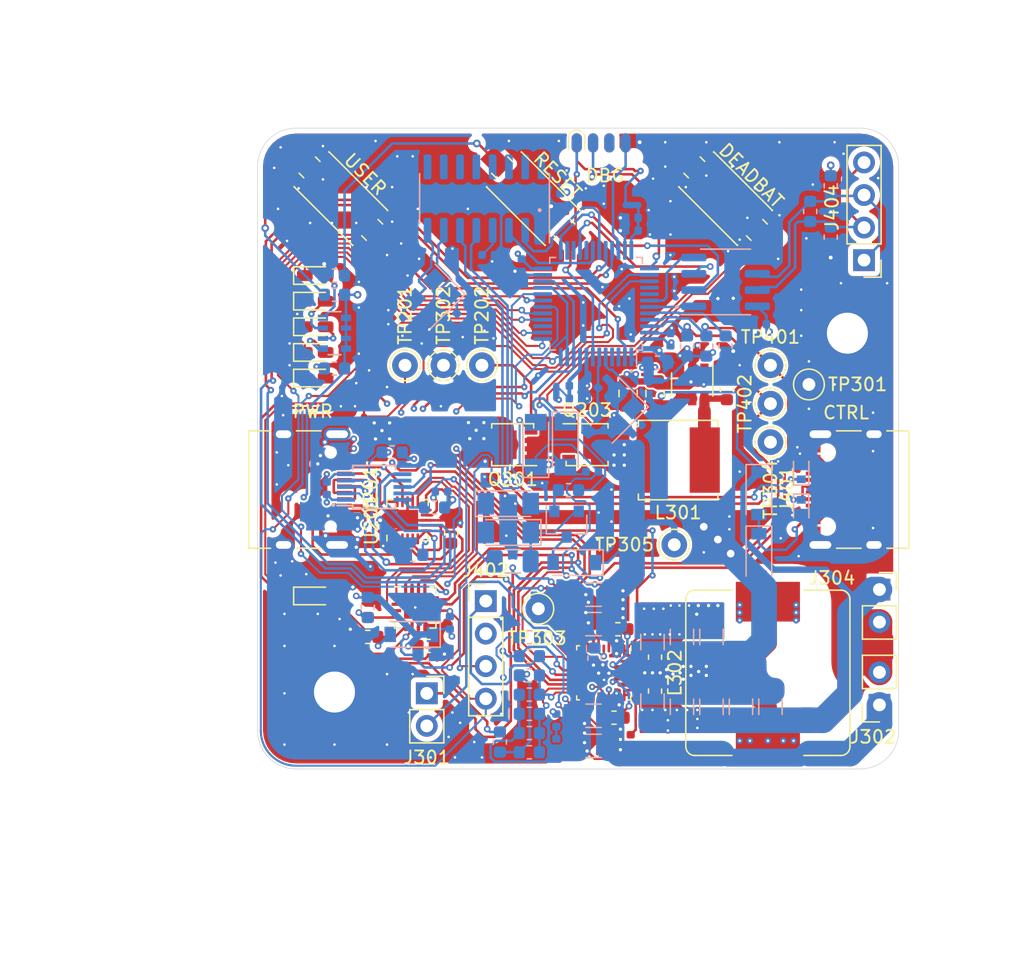
<source format=kicad_pcb>
(kicad_pcb (version 20210228) (generator pcbnew)
  (layers (0 "F.Cu" signal) (1 "In1.Cu" power) (2 "In2.Cu" mixed) (31 "B.Cu" signal) (34 "B.Paste" user) (35 "F.Paste" user) (36 "B.SilkS" user "B.Silkscreen") (37 "F.SilkS" user "F.Silkscreen") (38 "B.Mask" user) (39 "F.Mask" user) (44 "Edge.Cuts" user))
  (net 0 "")
  (net 1 "Net-(C201-Pad2)")
  (net 2 "GND")
  (net 3 "/Input Side/ACDRV1")
  (net 4 "+3V3")
  (net 5 "Net-(C204-Pad1)")
  (net 6 "/Input Side/VAC1")
  (net 7 "VCC")
  (net 8 "Net-(C302-Pad1)")
  (net 9 "VBUS")
  (net 10 "/Power/REGN")
  (net 11 "/Power/VBAT")
  (net 12 "Net-(D201-Pad2)")
  (net 13 "Net-(D201-Pad1)")
  (net 14 "Net-(D202-Pad2)")
  (net 15 "Net-(D301-Pad2)")
  (net 16 "Net-(D301-Pad1)")
  (net 17 "Net-(D401-Pad1)")
  (net 18 "/Control/D+")
  (net 19 "/Control/D-")
  (net 20 "Net-(D405-Pad2)")
  (net 21 "/Control/Blue1")
  (net 22 "Net-(D407-Pad2)")
  (net 23 "/Control/Pink1")
  (net 24 "Net-(D408-Pad2)")
  (net 25 "/Control/White")
  (net 26 "Net-(D409-Pad2)")
  (net 27 "/Control/Pink2")
  (net 28 "Net-(D410-Pad2)")
  (net 29 "/Control/Blue2")
  (net 30 "/Control/SBU2")
  (net 31 "/Input Side/CC1")
  (net 32 "/Input Side/D-")
  (net 33 "/Input Side/D+")
  (net 34 "/Control/SBU1")
  (net 35 "/Input Side/CC2")
  (net 36 "/Power/ACDRV2")
  (net 37 "/Power/VAC2")
  (net 38 "/Control/~INT_PMC")
  (net 39 "/Control/~INT_CHG")
  (net 40 "/Input Side/EN_SINK")
  (net 41 "/Control/~CE")
  (net 42 "/Control/~RST")
  (net 43 "/Control/SWCLK")
  (net 44 "/Control/SWDIO")
  (net 45 "Net-(R202-Pad1)")
  (net 46 "/Input Side/~PROT_FLT")
  (net 47 "Net-(R204-Pad2)")
  (net 48 "/Control/USB_SEL")
  (net 49 "Net-(R207-Pad1)")
  (net 50 "/Power/TS")
  (net 51 "/Power/ILIM_HIZ")
  (net 52 "/Control/BOOT0")
  (net 53 "/Control/SCL")
  (net 54 "/Control/SDA")
  (net 55 "/Input Side/CC1_PROT")
  (net 56 "/Input Side/CC2_PROT")
  (net 57 "/Power/D+")
  (net 58 "/Power/D-")
  (net 59 "/Control/UART_RX")
  (net 60 "/Control/UART_TX")
  (net 61 "/Control/USB_UART_RX")
  (net 62 "/Control/USB_UART_TX")
  (net 63 "/Control/DE")
  (net 64 "/Control/~RE")
  (net 65 "/Control/VDDA")
  (net 66 "/Control/VDDIO2")
  (net 67 "/Control/VDD")
  (net 68 "/Power/SYS")
  (net 69 "/Input Side/VBUSRAW")
  (net 70 "/Power/PMID")
  (net 71 "VBUSp")
  (net 72 "GND1")
  (net 73 "Net-(D203-Pad2)")
  (net 74 "/Power/SW")
  (net 75 "/Control/XT_P")
  (net 76 "/Control/XT_N")
  (net 77 "/Power/SW_P")
  (net 78 "/Power/SW_N")
  (net 79 "/Power/BP")
  (net 80 "/Power/BST1")
  (net 81 "/Power/BST2")
  (net 82 "/Power/SDRV")
  (net 83 "/Control/RS485_N")
  (net 84 "/Control/RS485_P")
  (net 85 "/Control/SCD+")
  (net 86 "/Control/SCD-")
  (net 87 "/Input Side/VBS")
  (net 88 "/Control/MCUXT_N")
  (net 89 "/Control/MCUXT_P")
  (net 90 "Net-(C405-Pad1)")
  (net 91 "Net-(D205-Pad2)")
  (net 92 "Net-(R307-Pad2)")
  (net 93 "Net-(R307-Pad1)")
  (net 94 "Net-(R401-Pad2)")
  (net 95 "Net-(R402-Pad1)")
  (net 96 "Net-(SW401-Pad2)")
  (net 97 "Net-(J401-PadB8)")
  (net 98 "Net-(J401-PadA5)")
  (net 99 "Net-(J401-PadA8)")
  (net 100 "Net-(J401-PadB5)")
  (net 101 "Net-(J403-Pad6)")
  (net 102 "Net-(J403-Pad2)")
  (net 103 "Net-(J403-Pad3)")
  (net 104 "Net-(U202-Pad13)")
  (net 105 "Net-(U202-Pad9)")
  (net 106 "Net-(U202-Pad2)")
  (net 107 "Net-(U401-Pad41)")
  (net 108 "Net-(U401-Pad40)")
  (net 109 "Net-(U401-Pad29)")
  (net 110 "/Control/EXT_SDA")
  (net 111 "/Control/EXT_SCL")
  (net 112 "Net-(U401-Pad15)")
  (net 113 "Net-(U401-Pad4)")
  (net 114 "Net-(U401-Pad3)")
  (net 115 "Net-(U402-Pad15)")
  (net 116 "Net-(U402-Pad14)")
  (net 117 "Net-(U402-Pad13)")
  (net 118 "Net-(U402-Pad12)")
  (net 119 "Net-(U402-Pad11)")
  (net 120 "Net-(U402-Pad10)")
  (net 121 "Net-(U402-Pad9)")
  (footprint "Capacitor_SMD:C_0603_1608Metric" (layer "F.Cu") (at 139.1 119.6 -90)
    (fp_text reference "C201" hide)
    (fp_text value "100nF")
  )
  (footprint "Capacitor_SMD:C_0805_2012Metric" (layer "F.Cu") (at 155 108.7 90)
    (fp_text reference "C301" hide)
    (fp_text value "2.2uF")
  )
  (footprint "Capacitor_SMD:C_0603_1608Metric" (layer "F.Cu") (at 160.6 108.4 -90)
    (fp_text reference "C302" hide)
    (fp_text value "100nF")
  )
  (footprint "Capacitor_SMD:C_0603_1608Metric" (layer "F.Cu") (at 152.1 127.1 180)
    (fp_text reference "C307" hide)
    (fp_text value "47nF")
  )
  (footprint "Capacitor_SMD:C_0603_1608Metric" (layer "F.Cu") (at 151.8 134 180)
    (fp_text reference "C308" hide)
    (fp_text value "47nF")
  )
  (footprint "Capacitor_SMD:C_0603_1608Metric" (layer "F.Cu") (at 155 129.275 -90)
    (fp_text reference "C310" hide)
    (fp_text value "100nF")
  )
  (footprint "LED_SMD:LED_0603_1608Metric_Castellated" (layer "F.Cu") (at 128.5 124.5)
    (fp_text reference "D301" hide)
    (fp_text value "Red")
  )
  (footprint "LED_SMD:LED_0603_1608Metric_Castellated" (layer "F.Cu") (at 128.5 99.5)
    (fp_text reference "D405" hide)
    (fp_text value "B1")
  )
  (footprint "LED_SMD:LED_0603_1608Metric_Castellated" (layer "F.Cu") (at 128.5 101.5)
    (fp_text reference "D407" hide)
    (fp_text value "P1")
  )
  (footprint "LED_SMD:LED_0603_1608Metric_Castellated" (layer "F.Cu") (at 128.5 103.5)
    (fp_text reference "D408" hide)
    (fp_text value "W")
  )
  (footprint "LED_SMD:LED_0603_1608Metric_Castellated" (layer "F.Cu") (at 128.5 105.5)
    (fp_text reference "D409" hide)
    (fp_text value "P2")
  )
  (footprint "LED_SMD:LED_0603_1608Metric_Castellated" (layer "F.Cu") (at 128.5 107.5)
    (fp_text reference "D410" hide)
    (fp_text value "B2")
  )
  (footprint "Connector_PinSocket_2.54mm:PinSocket_1x02_P2.54mm_Vertical" (layer "F.Cu") (at 172.5 133 180)
    (fp_text reference "J302")
    (fp_text value "BAT")
  )
  (footprint "Connector_PinHeader_2.54mm:PinHeader_1x04_P2.54mm_Vertical" (layer "F.Cu") (at 141.8 124.9)
    (fp_text reference "J402")
    (fp_text value "CHG")
  )
  (footprint "Automated:USB_C_Receptacle_XKB_U262-16XN-4BVC11" (layer "F.Cu") (at 171 116.2 90)
    (fp_text reference "J401")
    (fp_text value "CTRL")
  )
  (footprint "ferret:SOIC_clipProgSmall" (layer "F.Cu") (at 150.8 88.4 180)
    (fp_text reference "J403" hide)
    (fp_text value "SOICbite")
  )
  (footprint "Inductor_SMD:L_Bourns_SRN6045TA" (layer "F.Cu") (at 156.8 113.9 180)
    (fp_text reference "L301")
    (fp_text value "12uH")
  )
  (footprint "Automated:L_Bourns_SRP1245A" (layer "F.Cu") (at 163.8 130.5 90)
    (fp_text reference "L302")
    (fp_text value "1uH")
  )
  (footprint "Automated:Vishay_PowerPAK_1212-8_Single" (layer "F.Cu") (at 143.9 112.7 180)
    (fp_text reference "Q201")
    (fp_text value "40V")
  )
  (footprint "Automated:SW_SPST_PTS636_G" (layer "F.Cu") (at 130.5 93.5 -45)
    (fp_text reference "SW401" hide)
    (fp_text value "USER")
  )
  (footprint "TestPoint:TestPoint_THTPad_D2.0mm_Drill1.0mm" (layer "F.Cu") (at 141.5 106.5)
    (fp_text reference "TP202")
    (fp_text value "ACDRV1")
  )
  (footprint "TestPoint:TestPoint_THTPad_D2.0mm_Drill1.0mm" (layer "F.Cu") (at 156.5 120.5 90)
    (fp_text reference "TP305")
    (fp_text value "VBUS_BQ")
  )
  (footprint "Automated:QFN-20-1EP_3x3mm_P0.4mm_EP1.65x1.65mm" (layer "F.Cu") (at 135.7 118.6 90)
    (fp_text reference "U201")
    (fp_text value "TPD6S300A")
  )
  (footprint "Package_TO_SOT_SMD:SOT-23-6" (layer "F.Cu") (at 157.9 108 -90)
    (fp_text reference "U301" hide)
    (fp_text value "TPS560430X3F")
  )
  (footprint "Automated:Texas_VQFN-HR_RQM_4x4mm_P0.40-0.45mm" (layer "F.Cu") (at 151 130.5 -90)
    (fp_text reference "U302" hide)
    (fp_text value "BQ25792")
  )
  (footprint "NetTie:NetTie-2_SMD_Pad0.5mm" (layer "F.Cu") (at 132.3 111 -90)
    (fp_text reference "NT201" hide)
    (fp_text value "UwU" hide)
  )
  (footprint "Capacitor_SMD:C_0603_1608Metric" (layer "F.Cu") (at 155 131.925 90)
    (fp_text reference "C319" hide)
    (fp_text value "100nF")
  )
  (footprint "Capacitor_SMD:C_0402_1005Metric" (layer "F.Cu") (at 153.1 135.815 90)
    (fp_text reference "C318" hide)
    (fp_text value "100nF")
  )
  (footprint "Automated:Vishay_PowerPAK_1212-8_Single" (layer "F.Cu") (at 149.7 112.7)
    (fp_text reference "Q203")
    (fp_text value "40V")
  )
  (footprint "Capacitor_SMD:C_0805_2012Metric" (layer "F.Cu") (at 152.9 108.7 90)
    (fp_text reference "C303" hide)
    (fp_text value "22uF")
  )
  (footprint "Capacitor_SMD:C_0603_1608Metric" (layer "F.Cu") (at 156.5 131.925 90)
    (fp_text reference "C315" hide)
    (fp_text value "100nF")
  )
  (footprint "Capacitor_SMD:C_0402_1005Metric" (layer "F.Cu") (at 151.6 125.8 180)
    (fp_text reference "C306" hide)
    (fp_text value "100nF")
  )
  (footprint "Capacitor_SMD:C_0402_1005Metric" (layer "F.Cu") (at 151.3 135.3 180)
    (fp_text reference "C312" hide)
    (fp_text value "100nF")
  )
  (footprint "TestPoint:TestPoint_THTPad_D2.0mm_Drill1.0mm" (layer "F.Cu") (at 138.5 106.5)
    (fp_text reference "TP302")
    (fp_text value "GND")
  )
  (footprint "TestPoint:TestPoint_THTPad_D2.0mm_Drill1.0mm" (layer "F.Cu") (at 145.9 125.5 90)
    (fp_text reference "TP303")
    (fp_text value "GND1")
  )
  (footprint "Automated:SW_SPST_PTS636_G" (layer "F.Cu") (at 160.5 93.5 135)
    (fp_text reference "SW201" hide)
    (fp_text value "Dead Battery")
  )
  (footprint "Automated:SW_SPST_PTS636_G" (layer "F.Cu") (at 145.5 93.5 -45)
    (fp_text reference "SW402" hide)
    (fp_text value "RESET")
  )
  (footprint "TestPoint:TestPoint_THTPad_D2.0mm_Drill1.0mm" (layer "F.Cu") (at 167 108 90)
    (fp_text reference "TP301")
    (fp_text value "GND")
  )
  (footprint "TestPoint:TestPoint_THTPad_D2.0mm_Drill1.0mm" (layer "F.Cu") (at 164 112.5 90)
    (fp_text reference "TP304")
    (fp_text value "+3V3")
  )
  (footprint "TestPoint:TestPoint_THTPad_D2.0mm_Drill1.0mm" (layer "F.Cu") (at 164 106.5 90)
    (fp_text reference "TP401")
    (fp_text value "SCL")
  )
  (footprint "Connector_PinHeader_2.54mm:PinHeader_1x04_P2.54mm_Vertical" (layer "F.Cu") (at 171.3 98.3 180)
    (fp_text reference "J404")
    (fp_text value "RS485")
  )
  (footprint "MountingHole:MountingHole_3.2mm_M3_ISO14580_Pad" (layer "F.Cu") (at 170 104)
    (fp_text reference "H101" hide)
    (fp_text value "MountingHole_Pad")
  )
  (footprint "MountingHole:MountingHole_3.2mm_M3_ISO14580_Pad" (layer "F.Cu") (at 130 132)
    (fp_text reference "H102" hide)
    (fp_text value "MountingHole_Pad")
  )
  (footprint "TestPoint:TestPoint_THTPad_D2.0mm_Drill1.0mm" (layer "F.Cu") (at 135.5 106.5)
    (fp_text reference "TP201")
    (fp_text value "VBUS_USB")
  )
  (footprint "Connector_PinSocket_2.54mm:PinSocket_1x02_P2.54mm_Vertical" (layer "F.Cu") (at 172.5 124)
    (fp_text reference "J304")
    (fp_text value "SYS")
  )
  (footprint "Package_DFN_QFN:WQFN-16-1EP_3x3mm_P0.5mm_EP1.75x1.75mm" (layer "F.Cu") (at 136.3 125.4)
    (fp_text reference "U202" hide)
    (fp_text value "FUSB307BMPX")
  )
  (footprint "Resistor_SMD:R_0603_1608Metric" (layer "F.Cu") (at 132.6 125.4 -90)
    (fp_text reference "R208" hide)
    (fp_text value "10k")
  )
  (footprint "Capacitor_SMD:C_0603_1608Metric" (layer "F.Cu") (at 132.6 127.7 180)
    (fp_text reference "C204" hide)
    (fp_text value "1uF")
  )
  (footprint "Capacitor_SMD:C_0603_1608Metric" (layer "F.Cu") (at 137.3 128.4 180)
    (fp_text reference "C206" hide)
    (fp_text value "100nF")
  )
  (footprint "Connector_PinSocket_2.54mm:PinSocket_1x02_P2.54mm_Vertical" (layer "F.Cu") (at 137.2 132.1)
    (fp_text reference "J301")
    (fp_text value "BAT")
  )
  (footprint "Automated:USB_C_Receptacle_XKB_U262-16XN-4BVC11" (layer "F.Cu") (at 127.1 116.2 -90)
    (fp_text reference "J201")
    (fp_text value "Power")
  )
  (footprint "TestPoint:TestPoint_THTPad_D2.0mm_Drill1.0mm" (layer "F.Cu") (at 164 109.5 90)
    (fp_text reference "TP402")
    (fp_text value "SDA")
  )
  (footprint "Capacitor_SMD:C_0603_1608Metric" (layer "F.Cu") (at 156.5 129.275 -90)
    (fp_text reference "C311" hide)
    (fp_text value "100nF")
  )
  (footprint "Capacitor_SMD:C_0603_1608Metric" (layer "B.Cu") (at 136.1 121.3)
    (fp_text reference "C203" hide)
    (fp_text value "1uF")
  )
  (footprint "Capacitor_SMD:C_0402_1005Metric" (layer "B.Cu") (at 129.4 116.1 -90)
    (fp_text reference "C207" hide)
    (fp_text value "100nF")
  )
  (footprint "Capacitor_SMD:C_1206_3216Metric" (layer "B.Cu") (at 150.2 126.7 180)
    (fp_text reference "C304" hide)
    (fp_text value "10uF")
  )
  (footprint "Capacitor_SMD:C_1206_3216Metric" (layer "B.Cu") (at 150.2 124.4 180)
    (fp_text reference "C305" hide)
    (fp_text value "10uF")
  )
  (footprint "Capacitor_SMD:C_1206_3216Metric" (layer "B.Cu") (at 159.4 127.7 -90)
    (fp_text reference "C313" hide)
    (fp_text value "10uF")
  )
  (footprint "Capacitor_SMD:C_1206_3216Metric" (layer "B.Cu") (at 150.2 136.2 180)
    (fp_text reference "C314" hide)
    (fp_text value "10uF")
  )
  (footprint "Capacitor_SMD:C_1206_3216Metric" (layer "B.Cu") (at 157.1 127.7 -90)
    (fp_text reference "C316" hide)
    (fp_text value "10uF")
  )
  (footprint "Capacitor_SMD:C_1206_3216Metric" (layer "B.Cu") (at 150.2 133.85 180)
    (fp_text reference "C317" hide)
    (fp_text value "10uF")
  )
  (footprint "Capacitor_SMD:C_1206_3216Metric" (layer "B.Cu") (at 161.7 133.15 90)
    (fp_text reference "C321" hide)
    (fp_text value "10uF")
  )
  (footprint "Capacitor_SMD:C_1206_3216Metric" (layer "B.Cu") (at 159.4 133.15 90)
    (fp_text reference "C322" hide)
    (fp_text value "10uF")
  )
  (footprint "Capacitor_SMD:C_1206_3216Metric" (layer "B.Cu") (at 157.1 133.15 90)
    (fp_text reference "C323" hide)
    (fp_text value "10uF")
  )
  (footprint "Capacitor_SMD:C_1206_3216Metric" (layer "B.Cu") (at 154.8 132.75 90)
    (fp_text reference "C324" hide)
    (fp_text value "10uF")
  )
  (footprint "Capacitor_SMD:C_1206_3216Metric" (layer "B.Cu") (at 164 133.15 90)
    (fp_text reference "C325" hide)
    (fp_text value "10uF")
  )
  (footprint "Diode_SMD:D_MiniMELF" (layer "B.Cu") (at 143.55 119.55 180)
    (fp_text reference "D201" hide)
    (fp_text value "5V6")
  )
  (footprint "Diode_SMD:D_MiniMELF" (layer "B.Cu") (at 143.55 117.3)
    (fp_text reference "D202" hide)
    (fp_text value "3V3")
  )
  (footprint "Diode_SMD:D_SOD-123" (layer "B.Cu") (at 148.7 121.9 180)
    (fp_text reference "D205" hide)
    (fp_text value "5V")
  )
  (footprint "Diode_SMD:D_SOD-123" (layer "B.Cu") (at 163.1 116.5 -90)
    (fp_text reference "D402" hide)
    (fp_text value "30V")
  )
  (footprint "Diode_SMD:D_SOD-523" (layer "B.Cu") (at 166.4 114.7 90)
    (fp_text reference "D403" hide)
    (fp_text value "5V")
  )
  (footprint "Package_TO_SOT_SMD:SOT-23" (layer "B.Cu") (at 148.1 118.9 -90)
    (fp_text reference "Q202" hide)
    (fp_text value "40V")
  )
  (footprint "Resistor_SMD:R_1206_3216Metric" (layer "B.Cu") (at 143.9 121.8)
    (fp_text reference "R201" hide)
    (fp_text value "100")
  )
  (footprint "Resistor_SMD:R_0603_1608Metric" (layer "B.Cu") (at 148.25 116.25 180)
    (fp_text reference "R202" hide)
    (fp_text value "1k")
  )
  (footprint "Resistor_SMD:R_0402_1005Metric" (layer "B.Cu") (at 138.35 116.35 180)
    (fp_text reference "R203" hide)
    (fp_text value "100k")
  )
  (footprint "Resistor_SMD:R_0603_1608Metric" (layer "B.Cu") (at 137.8 117.6 180)
    (fp_text reference "R204" hide)
    (fp_text value "10k")
  )
  (footprint "Resistor_SMD:R_0603_1608Metric" (layer "B.Cu") (at 134.5 113.3)
    (fp_text reference "R205" hide)
    (fp_text value "10k")
  )
  (footprint "Resistor_SMD:R_0603_1608Metric" (layer "B.Cu") (at 142.9 135.9 -90)
    (fp_text reference "R306" hide)
    (fp_text value "2.2k")
  )
  (footprint "Resistor_SMD:R_0603_1608Metric" (layer "B.Cu") (at 145.2125 127.725 180)
    (fp_text reference "R309" hide)
    (fp_text value "100")
  )
  (footprint "Resistor_SMD:R_0603_1608Metric" (layer "B.Cu") (at 145.2 129.2)
    (fp_text reference "R310" hide)
    (fp_text value "10k")
  )
  (footprint "Resistor_SMD:R_0603_1608Metric" (layer "B.Cu") (at 145.2 136.7)
    (fp_text reference "R303" hide)
    (fp_text value "5.1k")
  )
  (footprint "Resistor_SMD:R_0603_1608Metric" (layer "B.Cu") (at 145.2 135.2 180)
    (fp_text reference "R304" hide)
    (fp_text value "30k")
  )
  (footprint "Resistor_SMD:R_0603_1608Metric" (layer "B.Cu") (at 145.2 133.7 180)
    (fp_text reference "R305" hide)
    (fp_text value "10k")
  )
  (footprint "Resistor_SMD:R_0603_1608Metric" (layer "B.Cu") (at 145.2 130.7)
    (fp_text reference "R301" hide)
    (fp_text value "120k")
  )
  (footprint "Resistor_SMD:R_0603_1608Metric" (layer "B.Cu") (at 145.2 132.2 180)
    (fp_text reference "R302" hide)
    (fp_text value "100k")
  )
  (footprint "Resistor_SMD:R_0603_1608Metric" (layer "B.Cu") (at 130 99.5 180)
    (fp_text reference "R402" hide)
    (fp_text value "10k")
  )
  (footprint "Resistor_SMD:R_0603_1608Metric" (layer "B.Cu") (at 130 101 180)
    (fp_text reference "R401" hide)
    (fp_text value "10k")
  )
  (footprint "Resistor_SMD:R_0603_1608Metric" (layer "B.Cu") (at 130 106.75 180)
    (fp_text reference "R408" hide)
    (fp_text value "470")
  )
  (footprint "Package_SO:MSOP-10_3x3mm_P0.5mm" (layer "B.Cu") (at 133.1 116)
    (fp_text reference "U203" hide)
    (fp_text value "FSUSB42MUX")
  )
  (footprint "NetTie:NetTie-2_SMD_Pad2.0mm" (layer "B.Cu") (at 153.2 119.9 -90)
    (fp_text reference "NT302" hide)
    (fp_text value "chonk_vbus" hide)
  )
  (footprint "NetTie:NetTie-2_SMD_Pad0.5mm" (layer "B.Cu") (at 169.875 124 -45)
    (fp_text reference "NT303" hide)
    (fp_text value "chonk")
  )
  (footprint "NetTie:NetTie-2_SMD_Pad2.0mm" (layer "B.Cu") (at 163.5 126 90)
    (fp_text reference "NT301" hide)
    (fp_text value "chonk")
  )
  (footprint "Diode_SMD:D_MiniMELF" (layer "B.Cu") (at 145.7 112.7 90)
    (fp_text reference "D203" hide)
    (fp_text value "5V6")
  )
  (footprint "Diode_SMD:D_MiniMELF" (layer "B.Cu") (at 148 112.7 -90)
    (fp_text reference "D204" hide)
    (fp_text value "3V3")
  )
  (footprint "Resistor_SMD:R_0402_1005Metric" (layer "B.Cu") (at 147.3 134.2 -90)
    (fp_text reference "R307" hide)
    (fp_text value "5.6k")
  )
  (footprint "Resistor_SMD:R_0402_1005Metric" (layer "B.Cu") (at 147.3 136.135 -90)
    (fp_text reference "R308" hide)
    (fp_text value "470")
  )
  (footprint "Capacitor_SMD:C_0603_1608Metric" (layer "B.Cu") (at 150.275 129.35 -90)
    (fp_text reference "C309" hide)
    (fp_text value "4.7uF")
  )
  (footprint "Resistor_SMD:R_Array_Convex_4x0603" (layer "B.Cu") (at 130 104)
    (fp_text reference "R406" hide)
    (fp_text value "470")
  )
  (footprint "Package_SO:SOIC-16_3.9x9.9mm_P1.27mm" (layer "B.Cu") (at 141.7 93.5 90)
    (fp_text reference "U402" hide)
    (fp_text value "CH340G")
  )
  (footprint "Package_QFP:LQFP-48_7x7mm_P0.5mm" (layer "B.Cu") (at 150.4 101.7 90)
    (fp_text reference "U401" hide)
    (fp_text value "STM32F072CBTx")
  )
  (footprint "NetTie:NetTie-2_SMD_Pad0.5mm" (layer "B.Cu") (at 155 107.7 180)
    (fp_text reference "NT402" hide)
    (fp_text value "VDD")
  )
  (footprint "Resistor_SMD:R_0603_1608Metric" (layer "B.Cu") (at 168.7 96.5 -90)
    (fp_text reference "R410" hide)
    (fp_text value "10k")
  )
  (footprint "Resistor_SMD:R_0603_1608Metric" (layer "B.Cu") (at 160.5 105 -90)
    (fp_text reference "R403" hide)
    (fp_text value "10k")
  )
  (footprint "Resistor_SMD:R_0603_1608Metric" (layer "B.Cu") (at 168.7 92.5 -90)
    (fp_text reference "R409" hide)
    (fp_text value "10k")
  )
  (footprint "Resistor_SMD:R_0603_1608Metric" (layer "B.Cu") (at 167.1 94.5 -90)
    (fp_text reference "R407" hide)
    (fp_text value "100")
  )
  (footprint "Resistor_SMD:R_0603_1608Metric" (layer "B.Cu") (at 157.5 105 90)
    (fp_text reference "R405" hide)
    (fp_text value "4.7k")
  )
  (footprint "Capacitor_SMD:C_0402_1005Metric" (layer "B.Cu") (at 139.2 102.8 -135)
    (fp_text reference "C403" hide)
    (fp_text value "12pF")
  )
  (footprint "Capacitor_SMD:C_0402_1005Metric" (layer "B.Cu") (at 135.7 103.1 -45)
    (fp_text reference "C404" hide)
    (fp_text value "12pF")
  )
  (footprint "Capacitor_SMD:C_0402_1005Metric" (layer "B.Cu") (at 142 97.9)
    (fp_text reference "C405" hide)
    (fp_text value "10nF")
  )
  (footprint "Capacitor_SMD:C_0402_1005Metric" (layer "B.Cu") (at 147.6 93.6 90)
    (fp_text reference "C406" hide)
    (fp_text value "100nF")
  )
  (footprint "Capacitor_SMD:C_0402_1005Metric" (layer "B.Cu") (at 153.2 95 180)
    (fp_text reference "C407" hide)
    (fp_text value "1uF")
  )
  (footprint "Capacitor_SMD:C_0402_1005Metric" (layer "B.Cu") (at 153.2 96 180)
    (fp_text reference "C408" hide)
    (fp_text value "100nF")
  )
  (footprint "Capacitor_SMD:C_0603_1608Metric" (layer "B.Cu") (at 155.2 106.3)
    (fp_text reference "C409" hide)
    (fp_text value "4.7uF")
  )
  (footprint "Capacitor_SMD:C_0402_1005Metric" (layer "B.Cu") (at 156.2 104.5 90)
    (fp_text reference "C410" hide)
    (fp_text value "100nF")
  )
  (footprint "Capacitor_SMD:C_0402_1005Metric" (layer "B.Cu") (at 144.6 98.7 -90)
    (fp_text reference "C411" hide)
    (fp_text value "100nF")
  )
  (footprint "Capacitor_SMD:C_0402_1005Metric" (layer "B.Cu") (at 163.2 103.3)
    (fp_text reference "C412" hide)
    (fp_text value "100nF")
  )
  (footprint "Capacitor_SMD:C_0402_1005Metric" (layer "B.Cu") (at 148.8 109.1)
    (fp_text reference "C413" hide)
    (fp_text value "1uF")
  )
  (footprint "Capacitor_SMD:C_0402_1005Metric" (layer "B.Cu") (at 148.8 108.1)
    (fp_text reference "C414" hide)
    (fp_text value "10nF")
  )
  (footprint "NetTie:NetTie-2_SMD_Pad0.5mm" (layer "B.Cu") (at 147.3 108.6 90)
    (fp_text reference "NT403" hide)
    (fp_text value "VDDA")
  )
  (footprint "NetTie:NetTie-2_SMD_Pad0.5mm" (layer "B.Cu") (at 153.2 94)
    (fp_text reference "NT401" hide)
    (fp_text value "VDDIO2")
  )
  (footprint "Crystal:Crystal_SMD_3225-4Pin_3.2x2.5mm" (layer "B.Cu") (at 137.6 101.2 -135)
    (fp_text reference "Y402" hide)
    (fp_text value "12MHz")
  )
  (footprint "Package_SO:SOIC-8_3.9x4.9mm_P1.27mm" (layer "B.Cu") (at 160.5 100)
    (fp_text reference "U403" hide)
    (fp_text value "SP3485EN")
  )
  (footprint "Resistor_SMD:R_0402_1005Metric" (layer "B.Cu") (at 139 126.6 -90)
    (fp_text reference "R206" hide)
    (fp_text value "10k")
  )
  (footprint "Resistor_SMD:R_0603_1608Metric" (layer "B.Cu") (at 132.6 125.4 90)
    (fp_text reference "R207" hide)
    (fp_text value "10k")
  )
  (footprint "Capacitor_SMD:C_0603_1608Metric" (layer "B.Cu") (at 137.3 129.1)
    (fp_text reference "C205" hide)
    (fp_text value "1uF")
  )
  (footprint "Diode_SMD:D_SOD-123" (layer "B.Cu") (at 136 127.5 180)
    (fp_text reference "D206" hide)
    (fp_text value "10V")
  )
  (footprint "Capacitor_SMD:C_1206_3216Metric" (layer "B.Cu") (at 154.8 128.1 -90)
    (fp_text reference "C320" hide)
    (fp_text value "10uF")
  )
  (footprint "Capacitor_SMD:C_0402_1005Metric" (layer "B.Cu") (at 150.1 114.8 180)
    (fp_text reference "C202" hide)
    (fp_text value "1nF")
  )
  (footprint "Capacitor_SMD:C_0402_1005Metric" (layer "B.Cu") (at 153.6 111.5 -135)
    (fp_text reference "C401" hide)
    (fp_text value "12pF")
  )
  (footprint "Capacitor_SMD:C_0402_1005Metric" (layer "B.Cu") (at 150.9 107.9 45)
    (fp_text reference "C402" hide)
    (fp_text value "12pF")
  )
  (footprint "Diode_SMD:D_SOD-123" (layer "B.Cu") (at 163.1 121.3 -90)
    (fp_text reference "D401" hide)
    (fp_text value "20V")
  )
  (footprint "Crystal:Crystal_SMD_3225-4Pin_3.2x2.5mm" (layer "B.Cu") (at 151.9 110 -135)
    (fp_text reference "Y401" hide)
    (fp_text value "12MHz")
  )
  (footprint "Resistor_SMD:R_0603_1608Metric" (layer "B.Cu") (at 159 105 90)
    (fp_text reference "R404" hide)
    (fp_text value "4.7k")
  )
  (footprint "Diode_SMD:D_SOD-523" (layer "B.Cu") (at 166.4 117.7 -90)
    (fp_text reference "D404" hide)
    (fp_text value "5V")
  )
  (gr_circle (center 156.7 101.95) (end 156.78 101.95) (layer "B.SilkS") (width 0.16) (fill none))
  (gr_circle (center 146 94.4) (end 146.08 94.4) (layer "B.SilkS") (width 0.16) (fill none))
  (gr_circle (center 129.9 117.4) (end 129.98 117.4) (layer "B.SilkS") (width 0.16) (fill none))
  (gr_circle (center 153.15 106.95) (end 153.23 106.95) (layer "B.SilkS") (width 0.16) (fill none))
  (gr_line (start 124 91) (end 124 135) (layer "Edge.Cuts") (width 0.05))
  (gr_arc (start 171 135) (end 171 138) (angle -90) (layer "Edge.Cuts") (width 0.05))
  (gr_arc (start 171 91) (end 174 91) (angle -90) (layer "Edge.Cuts") (width 0.05))
  (gr_arc (start 127 135) (end 124 135) (angle -90) (layer "Edge.Cuts") (width 0.05))
  (gr_line (start 171 88) (end 127 88) (layer "Edge.Cuts") (width 0.05))
  (gr_line (start 174 135) (end 174 91) (layer "Edge.Cuts") (width 0.05))
  (gr_line (start 127 138) (end 171 138) (layer "Edge.Cuts") (width 0.05))
  (gr_arc (start 127 91) (end 127 88) (angle -90) (layer "Edge.Cuts") (width 0.05))
  (gr_text "DEADBAT" (at 162.5 91.7 315) (layer "F.SilkS") (effects (font (size 1 1))))
  (gr_text "USER" (at 132.4 91.6 315) (layer "F.SilkS") (effects (font (size 1 1))))
  (gr_text "CTRL" (at 169.9 110.2) (layer "F.SilkS") (effects (font (size 1 1))))
  (gr_text "DBG" (at 151.1 91.7) (layer "F.SilkS") (effects (font (size 1 1))))
  (gr_text "PWR" (at 128.3 110.1) (layer "F.SilkS") (effects (font (size 1 1))))
  (gr_text "RESET" (at 147.4 91.7 315) (layer "F.SilkS") (effects (font (size 1 1))))
  (segment (start 136.732517 121.626787) (end 135.7 120.59427) (width 0.2) (layer "F.Cu") (net 1))
  (segment (start 138.298213 121.626787) (end 136.732517 121.626787) (width 0.2) (layer "F.Cu") (net 1))
  (segment (start 139.1 120.825) (end 138.298213 121.626787) (width 0.2) (layer "F.Cu") (net 1))
  (segment (start 135.7 120.59427) (end 135.7 120.05) (width 0.2) (layer "F.Cu") (net 1))
  (segment (start 139.1 120.3875) (end 139.1 120.825) (width 0.2) (layer "F.Cu") (net 1))
  (segment (start 130.77 119.77) (end 131.7 120.7) (width 0.2) (layer "F.Cu") (net 2))
  (segment (start 134.72573 117.82501) (end 134.92501 117.82501) (width 0.2) (layer "F.Cu") (net 2))
  (segment (start 167.33 119.25) (end 166.85 119.25) (width 0.2) (layer "F.Cu") (net 2))
  (segment (start 137.15 118.6) (end 135.7 118.6) (width 0.2) (layer "F.Cu") (net 2))
  (segment (start 134.25 117.8) (end 134.70072 117.8) (width 0.2) (layer "F.Cu") (net 2))
  (segment (start 130.77 112.85) (end 130.9 112.85) (width 0.5) (layer "F.Cu") (net 2))
  (segment (start 157.8 107.8) (end 157.6 108) (width 0.8) (layer "F.Cu") (net 2))
  (segment (start 136.05 125.15) (end 136.3 125.4) (width 0.3) (layer "F.Cu") (net 2))
  (segment (start 135.7 117.15) (end 135.7 118.6) (width 0.2) (layer "F.Cu") (net 2))
  (segment (start 137.0875 129.4) (end 138.0875 128.4) (width 0.2) (layer "F.Cu") (net 2))
  (segment (start 130.77 112.85) (end 130.42 112.5) (width 0.5) (layer "F.Cu") (net 2))
  (segment (start 165.9 120) (end 164.8 120) (width 0.2) (layer "F.Cu") (net 2))
  (segment (start 155.2375 108) (end 155 107.7625) (width 0.8) (layer "F.Cu") (net 2))
  (segment (start 130.77 119.55) (end 130.52 119.8) (width 0.5) (layer "F.Cu") (net 2))
  (segment (start 134.92501 119.37499) (end 135.7 118.6) (width 0.2) (layer "F.Cu") (net 2))
  (segment (start 131.8125 127.7) (end 131.235546 127.123046) (width 0.2) (layer "F.Cu") (net 2))
  (segment (start 131.8125 127.7) (end 131.8125 128.5125) (width 0.2) (layer "F.Cu") (net 2))
  (segment (start 134.25 118.6) (end 135.7 118.6) (width 0.2) (layer "F.Cu") (net 2))
  (segment (start 130.9 112.85) (end 131.5 112.25) (width 0.5) (layer "F.Cu") (net 2))
  (segment (start 166.85 119.25) (end 166.1 120) (width 0.2) (layer "F.Cu") (net 2))
  (segment (start 158.2 105.065444) (end 158.346685 104.918759) (width 0.5) (layer "F.Cu") (net 2))
  (segment (start 134.70072 119.4) (end 134.72573 119.37499) (width 0.2) (layer "F.Cu") (net 2))
  (segment (start 130.95 119.55) (end 131.5 120.1) (width 0.5) (layer "F.Cu") (net 2))
  (segment (start 171.251998 126.54) (end 170.489999 125.778001) (width 2) (layer "F.Cu") (net 2))
  (segment (start 166.149998 112.85) (end 166.1 112.899998) (width 0.2) (layer "F.Cu") (net 2))
  (segment (start 134.25 119) (end 135.3 119) (width 0.2) (layer "F.Cu") (net 2))
  (segment (start 130.77 119.955) (end 130.205 120.52) (width 0.2) (layer "F.Cu") (net 2))
  (segment (start 130.42 112.5) (end 129.25 112.5) (width 0.5) (layer "F.Cu") (net 2))
  (segment (start 138.7875 118.6) (end 139 118.8125) (width 0.2) (layer "F.Cu") (net 2))
  (segment (start 134.25 118.2) (end 135.3 118.2) (width 0.2) (layer "F.Cu") (net 2))
  (segment (start 131.235546 127.123046) (end 131.235546 127.1) (width 0.2) (layer "F.Cu") (net 2))
  (segment (start 138.0875 128.4) (end 137.14999 127.46249) (width 0.2) (layer "F.Cu") (net 2))
  (segment (start 166.55 113.15) (end 166.3 113.4) (width 0.2) (layer "F.Cu") (net 2))
  (segment (start 139.7875 118.8125) (end 139.8 118.8) (width 0.2) (layer "F.Cu") (net 2))
  (segment (start 137.14999 127.46249) (end 137.14999 126.24999) (width 0.2) (layer "F.Cu") (net 2))
  (segment (start 131.35 113.15) (end 131.5 113) (width 0.2) (layer "F.Cu") (net 2))
  (segment (start 152.705 89.15) (end 153.75 89.15) (width 0.2) (layer "F.Cu") (net 2))
  (segment (start 131.799416 123.811916) (end 131.428929 123.811916) (width 0.2) (layer "F.Cu") (net 2))
  (segment (start 167.33 113.15) (end 166.55 113.15) (width 0.2) (layer "F.Cu") (net 2))
  (segment (start 130.77 113.15) (end 131.35 113.15) (width 0.2) (layer "F.Cu") (net 2))
  (segment (start 167.33 119.25) (end 167.33 119.55) (width 0.2) (layer "F.Cu") (net 2))
  (segment (start 158.2 106) (end 158.2 105.065444) (width 0.5) (layer "F.Cu") (net 2))
  (segment (start 132.7 129.4) (end 137.0875 129.4) (width 0.2) (layer "F.Cu") (net 2))
  (segment (start 153.75 89.15) (end 153.8 89.1) (width 0.2) (layer "F.Cu") (net 2))
  (segment (start 166.1 120) (end 165.9 120) (width 0.2) (layer "F.Cu") (net 2))
  (segment (start 134.70072 117.8) (end 134.72573 117.82501) (width 0.2) (layer "F.Cu") (net 2))
  (segment (start 157.9 106.3) (end 158.2 106) (width 0.5) (layer "F.Cu") (net 2))
  (segment (start 135.3 119) (end 135.7 118.6) (width 0.2) (layer "F.Cu") (net 2))
  (segment (start 130.77 113.15) (end 130.77 112.85) (width 0.2) (layer "F.Cu") (net 2))
  (segment (start 132.6 124.6125) (end 131.799416 123.811916) (width 0.2) (layer "F.Cu") (net 2))
  (segment (start 130.77 119.25) (end 130.77 119.55) (width 0.2) (layer "F.Cu") (net 2))
  (segment (start 157.9 106.9) (end 157.9 106.3) (width 0.5) (layer "F.Cu") (net 2))
  (segment (start 170.3 128.26) (end 170.3 125.968) (width 2) (layer "F.Cu") (net 2))
  (segment (start 167.33 112.85) (end 166.149998 112.85) (width 0.2) (layer "F.Cu") (net 2))
  (segment (start 133.566529 118.6) (end 133.560011 118.593482) (width 0.2) (layer "F.Cu") (net 2))
  (segment (start 157.6 108) (end 155.2375 108) (width 0.8) (layer "F.Cu") (net 2))
  (segment (start 137.05 127.25) (end 137.05 126.875) (width 0.2) (layer "F.Cu") (net 2))
  (segment (start 130.77 119.55) (end 130.95 119.55) (width 0.5) (layer "F.Cu") (net 2))
  (segment (start 170.489999 125.778001) (end 170.489999 122.105001) (width 2) (layer "F.Cu") (net 2))
  (segment (start 136.05 123.925) (end 136.05 125.15) (width 0.3) (layer "F.Cu") (net 2))
  (segment (start 172.5 126.54) (end 171.251998 126.54) (width 2) (layer "F.Cu") (net 2))
  (segment (start 135.7 118.6) (end 133.566529 118.6) (width 0.2) (layer "F.Cu") (net 2))
  (segment (start 135.3 118.2) (end 135.7 118.6) (width 0.2) (layer "F.Cu") (net 2))
  (segment (start 130.77 119.55) (end 130.77 119.955) (width 0.2) (layer "F.Cu") (net 2))
  (segment (start 134.92501 117.82501) (end 135.7 118.6) (width 0.2) (layer "F.Cu") (net 2))
  (segment (start 170.3 125.968) (end 170.489999 125.778001) (width 2) (layer "F.Cu") (net 2))
  (segment (start 130.77 119.55) (end 130.77 119.77) (width 0.2) (layer "F.Cu") (net 2))
  (segment (start 157.9 106.9) (end 157.9 107.7) (width 0.8) (layer "F.Cu") (net 2))
  (segment (start 137.14999 126.24999) (end 136.3 125.4) (width 0.2) (layer "F.Cu") (net 2))
  (segment (start 170.489999 122.105001) (end 172.075 120.52) (width 2) (layer "F.Cu") (net 2))
  (segment (start 134.25 119.4) (end 134.70072 119.4) (width 0.2) (layer "F.Cu") (net 2))
  (segment (start 139.1 118.8125) (end 139.7875 118.8125) (width 0.2) (layer "F.Cu") (net 2))
  (segment (start 134.72573 119.37499) (end 134.92501 119.37499) (width 0.2) (layer "F.Cu") (net 2))
  (segment (start 157.9 107.7) (end 157.8 107.8) (width 0.8) (layer "F.Cu") (net 2))
  (segment (start 130.52 119.8) (end 129.3 119.8) (width 0.5) (layer "F.Cu") (net 2))
  (segment (start 137.15 118.6) (end 138.7875 118.6) (width 0.2) (layer "F.Cu") (net 2))
  (segment (start 172.5 130.46) (end 170.3 128.26) (width 2) (layer "F.Cu") (net 2))
  (segment (start 131.5 120.1) (end 131.8 120.1) (width 0.5) (layer "F.Cu") (net 2))
  (segment (start 155 107.7625) (end 152.9 107.7625) (width 0.5) (layer "F.Cu") (net 2))
  (segment (start 172.5 130.46) (end 172.5 126.54) (width 2) (layer "F.Cu") (net 2))
  (segment (start 131.8125 128.5125) (end 132.7 129.4) (width 0.2) (layer "F.Cu") (net 2))
  (via (at 136.3 125.4) (size 0.5) (drill 0.2) (layers "F.Cu" "B.Cu") (net 2))
  (via (at 165.7 118.2) (size 0.5) (drill 0.2) (layers "F.Cu" "B.Cu") (net 2))
  (via (at 150.6 118) (size 0.5) (drill 0.2) (layers "F.Cu" "B.Cu") (net 2))
  (via (at 138.574706 129.039787) (size 0.52) (drill 0.26) (layers "F.Cu" "B.Cu") (net 2))
  (via (at 134.5 95.3) (size 0.5) (drill 0.2) (layers "F.Cu" "B.Cu") (net 2))
  (via (at 135.7 99.5) (size 0.5) (drill 0.2) (layers "F.Cu" "B.Cu") (net 2))
  (via (at 133.2 89) (size 0.5) (drill 0.2) (layers "F.Cu" "B.Cu") (net 2))
  (via (at 150.5 120.1) (size 0.5) (drill 0.2) (layers "F.Cu" "B.Cu") (net 2))
  (via (at 158.8 121.1) (size 0.5) (drill 0.2) (layers "F.Cu" "B.Cu") (net 2))
  (via (at 161.1 105.4) (size 0.6) (drill 0.3) (layers "F.Cu" "B.Cu") (net 2))
  (via (at 126.1 132.1) (size 0.5) (drill 0.2) (layers "F.Cu" "B.Cu") (net 2))
  (via (at 126.1 136.1) (size 0.5) (drill 0.2) (layers "F.Cu" "B.Cu") (net 2))
  (via (at 143.6 89) (size 0.5) (drill 0.2) (layers "F.Cu" "B.Cu") (net 2))
  (via (at 129.8 95.4) (size 0.5) (drill 0.2) (layers "F.Cu" "B.Cu") (net 2))
  (via (at 152.2 101.9) (size 0.5) (drill 0.2) (layers "F.Cu" "B.Cu") (net 2))
  (via (at 131.9 100) (size 0.5) (drill 0.2) (layers "F.Cu" "B.Cu") (net 2))
  (via (at 155.8 91) (size 0.5) (drill 0.2) (layers "F.Cu" "B.Cu") (net 2))
  (via (at 172 113.2) (size 0.5) (drill 0.2) (layers "F.Cu" "B.Cu") (net 2))
  (via (at 139.2 97.4) (size 0.5) (drill 0.2) (layers "F.Cu" "B.Cu") (net 2))
  (via (at 160.9 121.2) (size 1) (drill 0.6) (layers "F.Cu" "B.Cu") (net 2))
  (via (at 139.8 134.4) (size 0.5) (drill 0.2) (layers "F.Cu" "B.Cu") (net 2))
  (via (at 157.4 92.6) (size 0.5) (drill 0.2) (layers "F.Cu" "B.Cu") (net 2))
  (via (at 156.3 103.6) (size 0.5) (drill 0.2) (layers "F.Cu" "B.Cu") (net 2))
  (via (at 138.9 135.5) (size 0.5) (drill 0.2) (layers "F.Cu" "B.Cu") (net 2))
  (via (at 162.2 95) (size 0.5) (drill 0.2) (layers "F.Cu" "B.Cu") (net 2))
  (via (at 136.2 113.8) (size 0.5) (drill 0.2) (layers "F.Cu" "B.Cu") (net 2))
  (via (at 156.5 99.6) (size 0.5) (drill 0.2) (layers "F.Cu" "B.Cu") (net 2))
  (via (at 142.3 98.4) (size 0.5) (drill 0.2) (layers "F.Cu" "B.Cu") (net 2))
  (via (at 151.8 110.4) (size 0.5) (drill 0.2) (layers "F.Cu" "B.Cu") (net 2))
  (via (at 127.8 122.8) (size 0.5) (drill 0.2) (layers "F.Cu" "B.Cu") (net 2))
  (via (at 169 89.1) (size 0.5) (drill 0.2) (layers "F.Cu" "B.Cu") (net 2))
  (via (at 151 92.5) (size 0.5) (drill 0.2) (layers "F.Cu" "B.Cu") (net 2))
  (via (at 172 110.2) (size 0.5) (drill 0.2) (layers "F.Cu" "B.Cu") (net 2))
  (via (at 169 108) (size 0.5) (drill 0.2) (layers "F.Cu" "B.Cu") (net 2))
  (via (at 157.4 118.3) (size 0.5) (drill 0.2) (layers "F.Cu" "B.Cu") (net 2))
  (via (at 141.7 103.8) (size 0.5) (drill 0.2) (layers "F.Cu" "B.Cu") (net 2))
  (via (at 151.6 118.7) (size 0.5) (drill 0.2) (layers "F.Cu" "B.Cu") (net 2))
  (via (at 127.2 92.7) (size 0.5) (drill 0.2) (layers "F.Cu" "B.Cu") (net 2))
  (via (at 131.5 112.25) (size 0.52) (drill 0.26) (layers "F.Cu" "B.Cu") (net 2))
  (via (at 125.4 121.9) (size 0.5) (drill 0.2) (layers "F.Cu" "B.Cu") (net 2))
  (via (at 139.4 137.1) (size 0.5) (drill 0.2) (layers "F.Cu" "B.Cu") (net 2))
  (via (at 166.4 102.2) (size 0.5) (drill 0.2) (layers "F.Cu" "B.Cu") (net 2))
  (via (at 148.1 92.1) (size 0.5) (drill 0.2) (layers "F.Cu" "B.Cu") (net 2))
  (via (at 159.9 120.1) (size 1) (drill 0.6) (layers "F.Cu" "B.Cu") (net 2))
  (via (at 131.7 120.7) (size 0.52) (drill 0.26) (layers "F.Cu" "B.Cu") (net 2))
  (via (at 141.7 115.2) (size 0.5) (drill 0.2) (layers "F.Cu" "B.Cu") (net 2))
  (via (at 151.6 116.2) (size 0.5) (drill 0.2) (layers "F.Cu" "B.Cu") (net 2))
  (via (at 159 91.7) (size 0.5) (drill 0.2) (layers "F.Cu" "B.Cu") (net 2))
  (via (at 134.1 136.1) (size 0.5) (drill 0.2) (layers "F.Cu" "B.Cu") (net 2))
  (via (at 164.6 114) (size 0.5) (drill 0.2) (layers "F.Cu" "B.Cu") (net 2))
  (via (at 148.1 91.3) (size 0.5) (drill 0.2) (layers "F.Cu" "B.Cu") (net 2))
  (via (at 149.6 92.7) (size 0.5) (drill 0.2) (layers "F.Cu" "B.Cu") (net 2))
  (via (at 129.1 89.4) (size 0.5) (drill 0.2) (layers "F.Cu" "B.Cu") (net 2))
  (via (at 134.1 108.2) (size 0.5) (drill 0.2) (layers "F.Cu" "B.Cu") (net 2))
  (via (at 136.1 130.6) (size 0.5) (drill 0.2) (layers "F.Cu" "B.Cu") (net 2))
  (via (at 161.6 106.5) (size 0.5) (drill 0.2) (layers "F.Cu" "B.Cu") (net 2))
  (via (at 162.8 92.7) (size 0.5) (drill 0.2) (layers "F.Cu" "B.Cu") (net 2))
  (via (at 152.4 99) (size 0.5) (drill 0.2) (layers "F.Cu" "B.Cu") (net 2))
  (via (at 149.7 108.1) (size 0.5) (drill 0.2) (layers "F.Cu" "B.Cu") (net 2))
  (via (at 164.7 94.8) (size 0.5) (drill 0.2) (layers "F.Cu" "B.Cu") (net 2))
  (via (at 131.8 120.1) (size 0.52) (drill 0.26) (layers "F.Cu" "B.Cu") (net 2))
  (via (at 136.1 90.2) (size 0.5) (drill 0.2) (layers "F.Cu" "B.Cu") (net 2))
  (via (at 130.5 109.7) (size 0.5) (drill 0.2) (layers "F.Cu" "B.Cu") (net 2))
  (via (at 146.9 94.1) (size 0.6) (drill 0.3) (layers "F.Cu" "B.Cu") (net 2))
  (via (at 156.5 100.7) (size 0.5) (drill 0.2) (layers "F.Cu" "B.Cu") (net 2))
  (via (at 153.5 107.2) (size 0.52) (drill 0.26) (layers "F.Cu" "B.Cu") (net 2))
  (via (at 136.6 98.2) (size 0.5) (drill 0.2) (layers "F.Cu" "B.Cu") (net 2))
  (via (at 153.1 104.1) (size 0.5) (drill 0.2) (layers "F.Cu" "B.Cu") (net 2))
  (via (at 131.9 105.6) (size 0.5) (drill 0.2) (layers "F.Cu" "B.Cu") (net 2))
  (via (at 152.8 107.2) (size 0.52) (drill 0.26) (layers "F.Cu" "B.Cu") (net 2))
  (via (at 159.9 101.3) (size 0.52) (drill 0.26) (layers "F.Cu" "B.Cu") (net 2))
  (via (at 166.1 112.899998) (size 0.5) (drill 0.2) (layers "F.Cu" "B.Cu") (net 2))
  (via (at 129.2 98.600043) (size 0.6) (drill 0.3) (layers "F.Cu" "B.Cu") (net 2))
  (via (at 158.8 119.1) (size 1) (drill 0.6) (layers "F.Cu" "B.Cu") (net 2))
  (via (at 134.2 102.2) (size 0.5) (drill 0.2) (layers "F.Cu" "B.Cu") (net 2))
  (via (at 129.1 92) (size 0.5) (drill 0.2) (layers "F.Cu" "B.Cu") (net 2))
  (via (at 130.4 126.3) (size 0.5) (drill 0.2) (layers "F.Cu" "B.Cu") (net 2))
  (via (at 143.4 119.8) (size 0.5) (drill 0.2) (layers "F.Cu" "B.Cu") (net 2))
  (via (at 136.5 94.3) (size 0.5) (drill 0.2) (layers "F.Cu" "B.Cu") (net 2))
  (via (at 160.8 118.3) (size 0.5) (drill 0.2) (layers "F.Cu" "B.Cu") (net 2))
  (via (at 166.3 113.4) (size 0.5) (drill 0.2) (layers "F.Cu" "B.Cu") (net 2))
  (via (at 125.6 94.3) (size 0.5) (drill 0.2) (layers "F.Cu" "B.Cu") (net 2))
  (via (at 125.8 122.9) (size 0.5) (drill 0.2) (layers "F.Cu" "B.Cu") (net 2))
  (via (at 126.1 125.9) (size 0.5) (drill 0.2) (layers "F.Cu" "B.Cu") (net 2))
  (via (at 166.4 100.6) (size 0.5) (drill 0.2) (layers "F.Cu" "B.Cu") (net 2))
  (via (at 131.7 95.4) (size 0.5) (drill 0.2) (layers "F.Cu" "B.Cu") (net 2))
  (via (at 158.325 104.95) (size 0.52) (drill 0.26) (layers "F.Cu" "B.Cu") (net 2))
  (via (at 156.2 96.3) (size 0.5) (drill 0.2) (layers "F.Cu" "B.Cu") (net 2))
  (via (at 135.8 133.6) (size 0.5) (drill 0.2) (layers "F.Cu" "B.Cu") (net 2))
  (via (at 147.5 89) (size 0.5) (drill 0.2) (layers "F.Cu" "B.Cu") (net 2))
  (via (at 167 106.2) (size 0.5) (drill 0.2) (layers "F.Cu" "B.Cu") (net 2))
  (via (at 133.8 120.6) (size 0.5) (drill 0.2) (layers "F.Cu" "B.Cu") (net 2))
  (via (at 172.4 91.9) (size 0.5) (drill 0.2) (layers "F.Cu" "B.Cu") (net 2))
  (via (at 132.5 92.6) (size 0.5) (drill 0.2) (layers "F.Cu" "B.Cu") (net 2))
  (via (at 126.4 114.3) (size 0.5) (drill 0.2) (layers "F.Cu" "B.Cu") (net 2))
  (via (at 152.3 96) (size 0.52) (drill 0.26) (layers "F.Cu" "B.Cu") (net 2))
  (via (at 161.6 96.7) (size 0.5) (drill 0.2) (layers "F.Cu" "B.Cu") (net 2))
  (via (at 141.5 137.1) (size 0.5) (drill 0.2) (layers "F.Cu" "B.Cu") (net 2))
  (via (at 138.3 109.7) (size 0.5) (drill 0.2) (layers "F.Cu" "B.Cu") (net 2))
  (via (at 166.8 96.6) (size 0.5) (drill 0.2) (layers "F.Cu" "B.Cu") (net 2))
  (via (at 154.85 91.94) (size 0.5) (drill 0.2) (layers "F.Cu" "B.Cu") (net 2))
  (via (at 159 89.1) (size 0.5) (drill 0.2) (layers "F.Cu" "B.Cu") (net 2))
  (via (at 160.8 119.3) (size 0.5) (drill 0.2) (layers "F.Cu" "B.Cu") (net 2))
  (via (at 169.7 90) (size 0.5) (drill 0.2) (layers "F.Cu" "B.Cu") (net 2))
  (via (at 162.3 109.5) (size 0.5) (drill 0.2) (layers "F.Cu" "B.Cu") (net 2))
  (via (at 149.7 109.1) (size 0.5) (drill 0.2) (layers "F.Cu" "B.Cu") (net 2))
  (via (at 131.9 102) (size 0.5) (drill 0.2) (layers "F.Cu" "B.Cu") (net 2))
  (via (at 126.5 106.5) (size 0.5) (drill 0.2) (layers "F.Cu" "B.Cu") (net 2))
  (via (at 166.4 104.2) (size 0.5) (drill 0.2) (layers "F.Cu" "B.Cu") (net 2))
  (via (at 153 101.3) (size 0.5) (drill 0.2) (layers "F.Cu" "B.Cu") (net 2))
  (via (at 153.8 89.1) (size 0.6) (drill 0.3) (layers "F.Cu" "B.Cu") (net 2))
  (via (at 156.2 93.7) (size 0.5) (drill 0.2) (layers "F.Cu" "B.Cu") (net 2))
  (via (at 143.3 116.7) (size 0.5) (drill 0.2) (layers "F.Cu" "B.Cu") (net 2))
  (via (at 132.7 106.9) (size 0.5) (drill 0.2) (layers "F.Cu" "B.Cu") (net 2))
  (via (at 134.1 97.9) (size 0.5) (drill 0.2) (layers "F.Cu" "B.Cu") (net 2))
  (via (at 155.325 105.33999) (size 0.52) (drill 0.26) (layers "F.Cu" "B.Cu") (net 2))
  (via (at 167.3 92.4) (size 0.5) (drill 0.2) (layers "F.Cu" "B.Cu") (net 2))
  (via (at 155.8 89.1) (size 0.5) (drill 0.2) (layers "F.Cu" "B.Cu") (net 2))
  (via (at 139.8 118.8) (size 0.5) (drill 0.2) (layers "F.Cu" "B.Cu") (net 2))
  (via (at 160.7 97.6) (size 0.5) (drill 0.2) (layers "F.Cu" "B.Cu") (net 2))
  (via (at 129.25 112.5) (size 0.52) (drill 0.26) (layers "F.Cu" "B.Cu") (net 2))
  (via (at 143 126.3) (size 0.5) (drill 0.2) (layers "F.Cu" "B.Cu") (net 2))
  (via (at 161.6 114.8) (size 0.5) (drill 0.2) (layers "F.Cu" "B.Cu") (net 2))
  (via (at 144.075 99.16499) (size 0.52) (drill 0.26) (layers "F.Cu" "B.Cu") (net 2))
  (via (at 139.2 133.6) (size 0.5) (drill 0.2) (layers "F.Cu" "B.Cu") (net 2))
  (via (at 164.8 120) (size 0.5) (drill 0.2) (layers "F.Cu" "B.Cu") (net 2))
  (via (at 149.4 103.4) (size 0.5) (drill 0.2) (layers "F.Cu" "B.Cu") (net 2))
  (via (at 158.8 108) (size 0.5) (drill 0.2) (layers "F.Cu" "B.Cu") (net 2))
  (via (at 134.9 90.2) (size 0.5) (drill 0.2) (layers "F.Cu" "B.Cu") (net 2))
  (via (at 130 136.1) (size 0.5) (drill 0.2) (layers "F.Cu" "B.Cu") (net 2))
  (via (at 154.5 94.4) (size 0.5) (drill 0.2) (layers "F.Cu" "B.Cu") (net 2))
  (via (at 135.3 104.2) (size 0.5) (drill 0.2) (layers "F.Cu" "B.Cu") (net 2))
  (via (at 144.1 117.3) (size 0.5) (drill 0.2) (layers "F.Cu" "B.Cu") (net 2))
  (via (at 164.6 98.2) (size 0.5) (drill 0.2) (layers "F.Cu" "B.Cu") (net 2))
  (via (at 134.1 130.6) (size 0.5) (drill 0.2) (layers "F.Cu" "B.Cu") (net 2))
  (via (at 129.4 115) (size 0.5) (drill 0.2) (layers "F.Cu" "B.Cu") (net 2))
  (via (at 151 93.9) (size 0.5) (drill 0.2) (layers "F.Cu" "B.Cu") (net 2))
  (via (at 168.7 94.5) (size 0.5) (drill 0.2) (layers "F.Cu" "B.Cu") (net 2))
  (via (at 125.9 108.9) (size 0.5) (drill 0.2) (layers "F.Cu" "B.Cu") (net 2))
  (via (at 169.5 100.1) (size 0.5) (drill 0.2) (layers "F.Cu" "B.Cu") (net 2))
  (via (at 133.560011 118.593482) (size 0.6) (drill 0.3) (layers "F.Cu" "B.Cu") (net 2))
  (via (at 150.9 100.4) (size 0.5) (drill 0.2) (layers "F.Cu" "B.Cu") (net 2))
  (via (at 137.4 103.7) (size 0.5) (drill 0.2) (layers "F.Cu" "B.Cu") (net 2))
  (via (at 164.7 89.1) (size 0.5) (drill 0.2) (layers "F.Cu" "B.Cu") (net 2))
  (via (at 166.2 121.4) (size 0.5) (drill 0.2) (layers "F.Cu" "B.Cu") (net 2))
  (via (at 142.4 104.4) (size 0.5) (drill 0.2) (layers "F.Cu" "B.Cu") (net 2))
  (via (at 146.2 115.7) (size 0.5) (drill 0.2) (layers "F.Cu" "B.Cu") (net 2))
  (via (at 161.1 101.275) (size 0.52) (drill 0.26) (layers "F.Cu" "B.Cu") (net 2))
  (via (at 131.428929 123.811916) (size 0.52) (drill 0.26) (layers "F.Cu" "B.Cu") (net 2))
  (via (at 135.2 97) (size 0.5) (drill 0.2) (layers "F.Cu" "B.Cu") (net 2))
  (via (at 172 119.2) (size 0.5) (drill 0.2) (layers "F.Cu" "B.Cu") (net 2))
  (via (at 149.4 101.6) (size 0.5) (drill 0.2) (layers "F.Cu" "B.Cu") (net 2))
  (via (at 156.2 97.9) (size 0.5) (drill 0.2) (layers "F.Cu" "B.Cu") (net 2))
  (via (at 134.5 92.6) (size 0.5) (drill 0.2) (layers "F.Cu" "B.Cu") (net 2))
  (via (at 131.6 109.7) (size 0.5) (drill 0.2) (layers "F.Cu" "B.Cu") (net 2))
  (via (at 125.8 89.5) (size 0.5) (drill 0.2) (layers "F.Cu" "B.Cu") (net 2))
  (via (at 128.1 95.4) (size 0.5) (drill 0.2) (layers "F.Cu" "B.Cu") (net 2))
  (via (at 126.1 128.4) (size 0.5) (drill 0.2) (layers "F.Cu" "B.Cu") (net 2))
  (via (at 126.3 96.8) (size 0.5) (drill 0.2) (layers "F.Cu" "B.Cu") (net 2))
  (via (at 125.5 113.3) (size 0.5) (drill 0.2) (layers "F.Cu" "B.Cu") (net 2))
  (via (at 140.4 94.3) (size 0.5) (drill 0.2) (layers "F.Cu" "B.Cu") (net 2))
  (via (at 161 91) (size 0.5) (drill 0.2) (layers "F.Cu" "B.Cu") (net 2))
  (via (at 127.1 102.5) (size 0.5) (drill 0.2) (layers "F.Cu" "B.Cu") (net 2))
  (via (at 131.235546 127.1) (size 0.52) (drill 0.26) (layers "F.Cu" "B.Cu") (net 2))
  (via (at 140.9 135.9) (size 0.5) (drill 0.2) (layers "F.Cu" "B.Cu") (net 2))
  (via (at 145.9 107.3) (size 0.5) (drill 0.2) (layers "F.Cu" "B.Cu") (net 2))
  (via (at 136.8 104.8) (size 0.5) (drill 0.2) (layers "F.Cu" "B.Cu") (net 2))
  (via (at 128.7 125.9) (size 0.5) (drill 0.2) (layers "F.Cu" "B.Cu") (net 2))
  (via (at 132.8 122.2) (size 0.5) (drill 0.2) (layers "F.Cu" "B.Cu") (net 2))
  (via (at 125.5 115.8) (size 0.5) (drill 0.2) (layers "F.Cu" "B.Cu") (net 2))
  (via (at 152.3 95) (size 0.52) (drill 0.26) (layers "F.Cu" "B.Cu") (net 2))
  (via (at 131.7 107.9) (size 0.5) (drill 0.2) (layers "F.Cu" "B.Cu") (net 2))
  (via (at 143 133.7) (size 0.5) (drill 0.2) (layers "F.Cu" "B.Cu") (net 2))
  (via (at 157.8 107.8) (size 0.52) (drill 0.26) (layers "F.Cu" "B.Cu") (net 2))
  (via (at 129.3 119.8) (size 0.52) (drill 0.26) (layers "F.Cu" "B.Cu") (net 2))
  (via (at 134.2 103.3) (size 0.5) (drill 0.2) (layers "F.Cu" "B.Cu") (net 2))
  (via (at 130 128.4) (size 0.5) (drill 0.2) (layers "F.Cu" "B.Cu") (net 2))
  (via (at 137.5 137.1) (size 0.5) (drill 0.2) (layers "F.Cu" "B.Cu") (net 2))
  (via (at 167 109.9) (size 0.5) (drill 0.2) (layers "F.Cu" "B.Cu") (net 2))
  (via (at 173.1 100.1) (size 0.5) (drill 0.2) (layers "F.Cu" "B.Cu") (net 2))
  (via (at 168.7 98.1) (size 0.6) (drill 0.3) (layers "F.Cu" "B.Cu") (net 2))
  (via (at 125.3 91.1) (size 0.5) (drill 0.2) (layers "F.Cu" "B.Cu") (net 2))
  (via (at 151.5 120.6) (size 0.5) (drill 0.2) (layers "F.Cu" "B.Cu") (net 2))
  (via (at 126 110.4) (size 0.5) (drill 0.2) (layers "F.Cu" "B.Cu") (net 2))
  (via (at 162.8 103.9) (size 0.6) (drill 0.3) (layers "F.Cu" "B.Cu") (net 2))
  (via (at 140 104.3) (size 0.5) (drill 0.2) (layers "F.Cu" "B.Cu") (net 2))
  (via (at 126.7 121.8) (size 0.5) (drill 0.2) (layers "F.Cu" "B.Cu") (net 2))
  (via (at 131.5 113) (size 0.52) (drill 0.26) (layers "F.Cu" "B.Cu") (net 2))
  (via (at 126.5 104.8) (size 0.5) (drill 0.2) (layers "F.Cu" "B.Cu") (net 2))
  (via (at 154.6 96.3) (size 0.5) (drill 0.2) (layers "F.Cu" "B.Cu") (net 2))
  (segment (start 152.65 96.065) (end 152.715 96) (width 0.2) (layer "B.Cu") (net 2))
  (segment (start 136.2 113.8) (end 136.2 113.8) (width 0.3) (layer "B.Cu") (net 2))
  (segment (start 165.7 118.4) (end 166.4 118.4) (width 0.2) (layer "B.Cu") (net 2))
  (segment (start 129.4 115.615) (end 129.4 115) (width 0.2) (layer "B.Cu") (net 2))
  (segment (start 144.09501 99.185) (end 144.075 99.16499) (width 0.2) (layer "B.Cu") (net 2))
  (segment (start 129.4 115.615) (end 130.015 115) (width 0.2) (layer "B.Cu") (net 2))
  (segment (start 162 98.095) (end 162.975 98.095) (width 0.2) (layer "B.Cu") (net 2))
  (segment (start 166.3 113.9) (end 166.4 114) (width 0.2) (layer "B.Cu") (net 2))
  (segment (start 152.65 97.5375) (end 152.65 96.065) (width 0.2) (layer "B.Cu") (net 2))
  (segment (start 151.723223 111.378858) (end 151.723223 110.676777) (width 0.2) (layer "B.Cu") (net 2))
  (segment (start 152.187312 111.842947) (end 151.723223 111.378858) (width 0.2) (layer "B.Cu") (net 2))
  (segment (start 135.3125 121.3) (end 135.3125 120.345971) (width 0.2) (layer "B.Cu") (net 2))
  (segment (start 142.485 97.9) (end 142.485 98.215) (width 0.2) (layer "B.Cu") (net 2))
  (segment (start 149.65 107.735) (end 149.65 105.8625) (width 0.3) (layer "B.Cu") (net 2))
  (segment (start 152.65 96.065) (end 152.65 96.065) (width 0.2) (layer "B.Cu") (net 2))
  (segment (start 147.6 94.52) (end 146.145 95.975) (width 0.2) (layer "B.Cu") (net 2))
  (segment (start 143.369318 94.5) (end 143 94.869318) (width 0.2) (layer "B.Cu") (net 2))
  (segment (start 137.423223 102.578858) (end 137.423223 103.676777) (width 0.2) (layer "B.Cu") (net 2))
  (segment (start 161.5 98.595) (end 162 98.095) (width 0.2) (layer "B.Cu") (net 2))
  (segment (start 146.145 95.975) (end 146.145 94.9225) (width 0.2) (layer "B.Cu") (net 2))
  (segment (start 151.242947 107.557053) (end 151.242947 107.787312) (width 0.2) (layer "B.Cu") (net 2))
  (segment (start 146.915 94.085) (end 146.9 94.1) (width 0.2) (layer "B.Cu") (net 2))
  (segment (start 162.3 103.3) (end 161.5 102.5) (width 0.2) (layer "B.Cu") (net 2))
  (segment (start 144.6 99.185) (end 144.09501 99.185) (width 0.2) (layer "B.Cu") (net 2))
  (segment (start 154.6275 104.015) (end 154.5625 103.95) (width 0.2) (layer "B.Cu") (net 2))
  (segment (start 149.285 109.1) (end 149.285 108.1) (width 0.3) (layer "B.Cu") (net 2))
  (segment (start 164.8 119.3) (end 165.7 118.4) (width 0.2) (layer "B.Cu") (net 2))
  (segment (start 166 113.6) (end 166 112.999998) (width 0.2) (layer "B.Cu") (net 2))
  (segment (start 137.776777 102.225304) (end 137.423223 102.578858) (width 0.2) (layer "B.Cu") (net 2))
  (segment (start 147.6 94.085) (end 147.6 94.52) (width 0.2) (layer "B.Cu") (net 2))
  (segment (start 164.8 120) (end 164.8 119.3) (width 0.2) (layer "B.Cu") (net 2))
  (segment (start 156.2 103.7) (end 156.3 103.6) (width 0.16) (layer "B.Cu") (net 2))
  (segment (start 144.865 99.45) (end 146.2375 99.45) (width 0.2) (layer "B.Cu") (net 2))
  (segment (start 166.3 113.4) (end 166.3 113.9) (width 0.2) (layer "B.Cu") (net 2))
  (segment (start 135.3125 120.345971) (end 133.560011 118.593482) (width 0.2) (layer "B.Cu") (net 2))
  (segment (start 155.9875 106.3) (end 155.9875 106.00249) (width 0.2) (layer "B.Cu") (net 2))
  (segment (start 156.2 104.015) (end 156.2 103.7) (width 0.16) (layer "B.Cu") (net 2))
  (segment (start 163.5 124) (end 163.5 123.8) (width 2) (layer "B.Cu") (net 2))
  (segment (start 135.2875 113.3) (end 135.7875 113.8) (width 0.3) (layer "B.Cu") (net 2))
  (segment (start 155.9875 106.00249) (end 155.325 105.33999) (width 0.2) (layer "B.Cu") (net 2))
  (segment (start 168.7 97.2875) (end 168.7 98.1) (width 0.2) (layer "B.Cu") (net 2))
  (segment (start 144.6 99.185) (end 144.865 99.45) (width 0.2) (layer "B.Cu") (net 2))
  (segment (start 136.042947 103.442947) (end 136.559134 103.442947) (width 0.2) (layer "B.Cu") (net 2))
  (segment (start 162.715 103.815) (end 162.8 103.9) (width 0.2) (layer "B.Cu") (net 2))
  (segment (start 147.6 94.085) (end 146.915 94.085) (width 0.2) (layer "B.Cu") (net 2))
  (segment (start 160.5 105.7875) (end 160.7125 105.7875) (width 0.2) (layer "B.Cu") (net 2))
  (segment (start 152.076777 108.621142) (end 152.076777 110.123223) (width 0.2) (layer "B.Cu") (net 2))
  (segment (start 152.076777 110.123223) (end 151.8 110.4) (width 0.2) (layer "B.Cu") (net 2))
  (segment (start 165.7 118.4) (end 165.7 118.4) (width 0.2) (layer "B.Cu") (net 2))
  (segment (start 136.2 113.8) (end 135.800004 113.8) (width 0.3) (layer "B.Cu") (net 2))
  (segment (start 162.715 103.3) (end 162.715 103.815) (width 0.2) (layer "B.Cu") (net 2))
  (segment (start 137.776777 99.821142) (end 137.776777 102.225304) (width 0.2) (layer "B.Cu") (net 2))
  (segment (start 156.2 104.015) (end 154.6275 104.015) (width 0.2) (layer "B.Cu") (net 2))
  (segment (start 146.145 94.9225) (end 145.7225 94.5) (width 0.2) (layer "B.Cu") (net 2))
  (segment (start 138.0875 129.1) (end 138.514493 129.1) (width 0.2) (layer "B.Cu") (net 2))
  (segment (start 129.2125 99.5) (end 129.2125 98.612543) (width 0.2) (layer "B.Cu") (net 2))
  (segment (start 142.485 98.215) (end 142.3 98.4) (width 0.2) (layer "B.Cu") (net 2))
  (segment (start 135.7875 113.8) (end 136.2 113.8) (width 0.3) (layer "B.Cu") (net 2))
  (segment (start 136.559134 103.442947) (end 137.423223 102.578858) (width 0.2) (layer "B.Cu") (net 2))
  (segment (start 162.715 103.3) (end 162.3 103.3) (width 0.2) (layer "B.Cu") (net 2))
  (segment (start 151.8 110.6) (end 151.8 110.4) (width 0.2) (layer "B.Cu") (net 2))
  (segment (start 137.987312 103.142947) (end 137.423223 102.578858) (width 0.2) (layer "B.Cu") (net 2))
  (segment (start 143 94.869318) (end 143 97.385) (width 0.2) (layer "B.Cu") (net 2))
  (segment (start 163.5 123.8) (end 158.8 119.1) (width 2) (layer "B.Cu") (net 2))
  (segment (start 166 112.999998) (end 166.1 112.899998) (width 0.2) (layer "B.Cu") (net 2))
  (segment (start 138.514493 129.1) (end 138.574706 129.039787) (width 0.2) (layer "B.Cu") (net 2))
  (segment (start 166.4 114) (end 166 113.6) (width 0.2) (layer "B.Cu") (net 2))
  (segment (start 160.7125 105.7875) (end 161.1 105.4) (width 0.2) (layer "B.Cu") (net 2))
  (segment (start 137.423223 103.676777) (end 137.4 103.7) (width 0.2) (layer "B.Cu") (net 2))
  (segment (start 161.5 102.5) (end 161.5 98.595) (width 0.2) (layer "B.Cu") (net 2))
  (segment (start 153.257053 111.842947) (end 152.187312 111.842947) (width 0.2) (layer "B.Cu") (net 2))
  (segment (start 138.857053 103.142947) (end 137.987312 103.142947) (width 0.2) (layer "B.Cu") (net 2))
  (segment (start 143 97.385) (end 142.485 97.9) (width 0.2) (layer "B.Cu") (net 2))
  (segment (start 130.015 115) (end 130.9 115) (width 0.2) (layer "B.Cu") (net 2))
  (segment (start 149.285 108.1) (end 149.65 107.735) (width 0.3) (layer "B.Cu") (net 2))
  (segment (start 151.242947 107.787312) (end 152.076777 108.621142) (width 0.2) (layer "B.Cu") (net 2))
  (segment (start 151.723223 110.676777) (end 151.8 110.6) (width 0.2) (layer "B.Cu") (net 2))
  (segment (start 145.7225 94.5) (end 143.369318 94.5) (width 0.2) (layer "B.Cu") (net 2))
  (segment (start 129.2125 98.612543) (end 129.2 98.600043) (width 0.2) (layer "B.Cu") (net 2))
  (segment (start 147.705 114.25) (end 146.699976 114.25) (width 0.2) (layer "F.Cu") (net 3))
  (segment (start 144.437773 110.812773) (end 144.437773 110.8) (width 0.16) (layer "F.Cu") (net 3))
  (segment (start 148.5 129.9) (end 149.1 129.9) (width 0.16) (layer "F.Cu") (net 3))
  (segment (start 145.75 129.25) (end 147.85 129.25) (width 0.16) (layer "F.Cu") (net 3))
  (segment (start 145.335 107.935) (end 145.335 111.71) (width 0.2) (layer "F.Cu") (net 3))
  (segment (start 147.82572 122.651991) (end 146.609817 122.651991) (width 0.16) (layer "F.Cu") (net 3))
  (segment (start 147.85 129.25) (end 148.5 129.9) (width 0.16) (layer "F.Cu") (net 3))
  (segment (start 144.669999 128.169999) (end 145.75 129.25) (width 0.16) (layer "F.Cu") (net 3))
  (segment (start 146.609817 122.651991) (end 144.669999 124.591809) (width 0.16) (layer "F.Cu") (net 3))
  (segment (start 148.265 113.69) (end 147.705 114.25) (width 0.2) (layer "F.Cu") (net 3))
  (segment (start 143.9 106.5) (end 145.335 107.935) (width 0.2) (layer "F.Cu") (net 3))
  (segment (start 148.085719 122.91199) (end 147.82572 122.651991) (width 0.16) (layer "F.Cu") (net 3))
  (segment (start 145.335 111.71) (end 144.437773 110.812773) (width 0.16) (layer "F.Cu") (net 3))
  (segment (start 141.5 106.5) (end 143.9 106.5) (width 0.2) (layer "F.Cu") (net 3))
  (segment (start 144.669999 124.591809) (end 144.669999 128.169999) (width 0.16) (layer "F.Cu") (net 3))
  (via (at 148.085719 122.91199) (size 0.52) (drill 0.26) (layers "F.Cu" "B.Cu") (net 3))
  (via (at 144.437773 110.8) (size 0.52) (drill 0.26) (layers "F.Cu" "B.Cu") (net 3))
  (via (at 146.699976 114.25) (size 0.6) (drill 0.3) (layers "F.Cu" "B.Cu") (net 3))
  (segment (start 144.69 114.45) (end 144.437773 114.197773) (width 0.16) (layer "B.Cu") (net 3))
  (segment (start 150.6 114.8) (end 148.5 112.7) (width 0.16) (layer "B.Cu") (net 3))
  (segment (start 150.585 114.8) (end 150.03499 115.35001) (width 0.16) (layer "B.Cu") (net 3))
  (segment (start 147.82572 122.651991) (end 148.085719 122.91199) (width 0.16) (layer "B.Cu") (net 3))
  (segment (start 144.437773 114.197773) (end 144.437773 110.8) (width 0.16) (layer "B.Cu") (net 3))
  (segment (start 148.74999 115.35001) (end 148.13001 115.96999) (width 0.16) (layer "B.Cu") (net 3))
  (segment (start 148.13001 116.452156) (end 148.777854 117.1) (width 0.16) (layer "B.Cu") (net 3))
  (segment (start 146.499976 114.45) (end 146.699976 114.25) (width 0.2) (layer "B.Cu") (net 3))
  (segment (start 149.90432 117.490318) (end 149.90432 119.30432) (width 0.16) (layer "B.Cu") (net 3))
  (segment (start 145.7 114.45) (end 146.499976 114.45) (width 0.2) (layer "B.Cu") (net 3))
  (segment (start 148.277488 120.831471) (end 147.82572 121.283239) (width 0.16) (layer "B.Cu") (net 3))
  (segment (start 150.03499 115.35001) (end 148.74999 115.35001) (width 0.16) (layer "B.Cu") (net 3))
  (segment (start 147.82572 121.283239) (end 147.82572 122.651991) (width 0.16) (layer "B.Cu") (net 3))
  (segment (start 149.90432 119.30432) (end 148.377169 120.831471) (width 0.16) (layer "B.Cu") (net 3))
  (segment (start 146.64 112.7) (end 145.7 113.64) (width 0.16) (layer "B.Cu") (net 3))
  (segment (start 145.7 114.45) (end 144.69 114.45) (width 0.16) (layer "B.Cu") (net 3))
  (segment (start 149.514002 117.1) (end 149.90432 117.490318) (width 0.16) (layer "B.Cu") (net 3))
  (segment (start 148.13001 115.96999) (end 148.13001 116.452156) (width 0.16) (layer "B.Cu") (net 3))
  (segment (start 148.377169 120.831471) (end 148.277488 120.831471) (width 0.16) (layer "B.Cu") (net 3))
  (segment (start 145.7 113.64) (end 145.7 114.45) (width 0.16) (layer "B.Cu") (net 3))
  (segment (start 148.5 112.7) (end 146.64 112.7) (width 0.16) (layer "B.Cu") (net 3))
  (segment (start 148.777854 117.1) (end 149.514002 117.1) (width 0.16) (layer "B.Cu") (net 3))
  (segment (start 151.9 109.4) (end 152.1375 109.6375) (width 0.5) (layer "F.Cu") (net 4))
  (segment (start 156.95 105.75) (end 157.5 105.2) (width 0.5) (layer "F.Cu") (net 4))
  (segment (start 148.895 89.15) (end 148.895 90.558002) (width 0.2) (layer "F.Cu") (net 4))
  (segment (start 151.6 109.1) (end 151.9 109.4) (width 0.5) (layer "F.Cu") (net 4))
  (segment (start 152.1375 109.6375) (end 152.9 109.6375) (width 0.5) (layer "F.Cu") (net 4))
  (segment (start 154.725 113.9) (end 154.725 111.4625) (width 0.8) (layer "F.Cu") (net 4))
  (segment (start 135.775289 128.4) (end 135.754634 128.420655) (width 0.2) (layer "F.Cu") (net 4))
  (segment (start 138.389998 116.189998) (end 139.2 117) (width 0.2) (layer "F.Cu") (net 4))
  (segment (start 154.725 111.4625) (end 152.9 109.6375) (width 0.8) (layer "F.Cu") (net 4))
  (segment (start 156.05 106) (end 152.5 106) (width 0.5) (layer "F.Cu") (net 4))
  (segment (start 136.5125 126.9125) (end 136.55 126.875) (width 0.2) (layer "F.Cu") (net 4))
  (segment (start 152.5 106) (end 151.6 106.9) (width 0.5) (layer "F.Cu") (net 4))
  (segment (start 148.895 90.558002) (end 149.536998 91.2) (width 0.2) (layer "F.Cu") (net 4))
  (segment (start 153.87 91.34) (end 153.44 91.34) (width 0.2) (layer "F.Cu") (net 4))
  (segment (start 137.15 116.645196) (end 137.605198 116.189998) (width 0.2) (layer "F.Cu") (net 4))
  (segment (start 149.1 130.3) (end 149.099978 130.299978) (width 0.2) (layer "F.Cu") (net 4))
  (segment (start 137.15 117.8) (end 137.15 116.645196) (width 0.2) (layer "F.Cu") (net 4))
  (segment (start 156.95 105.75) (end 156.95 105.75) (width 0.5) (layer "F.Cu") (net 4))
  (segment (start 156.95 106.9) (end 156.05 106) (width 0.5) (layer "F.Cu") (net 4))
  (segment (start 151.6 106.9) (end 151.6 109.1) (width 0.5) (layer "F.Cu") (net 4))
  (segment (start 136.5125 128.4) (end 136.5125 126.9125) (width 0.2) (layer "F.Cu") (net 4))
  (segment (start 137.605198 116.189998) (end 138.389998 116.189998) (width 0.2) (layer "F.Cu") (net 4))
  (segment (start 136.5125 128.4) (end 135.775289 128.4) (width 0.2) (layer "F.Cu") (net 4))
  (segment (start 147.825063 130.299978) (end 147.332748 129.807663) (width 0.2) (layer "F.Cu") (net 4))
  (segment (start 153.44 91.34) (end 153.3 91.2) (width 0.2) (layer "F.Cu") (net 4))
  (segment (start 149.099978 130.299978) (end 147.825063 130.299978) (width 0.2) (layer "F.Cu") (net 4))
  (segment (start 156.95 106.9) (end 156.95 105.75) (width 0.5) (layer "F.Cu") (net 4))
  (segment (start 149.536998 91.2) (end 153.3 91.2) (width 0.2) (layer "F.Cu") (net 4))
  (via (at 147.332748 129.807663) (size 0.52) (drill 0.26) (layers "F.Cu" "B.Cu") (net 4))
  (via (at 139.2 117) (size 0.6) (drill 0.3) (layers "F.Cu" "B.Cu") (net 4))
  (via (at 127.6 116.8) (size 0.5) (drill 0.2) (layers "F.Cu" "B.Cu") (net 4))
  (via (at 156.95 105.75) (size 0.5) (drill 0.2) (layers "F.Cu" "B.Cu") (net 4))
  (via (at 147.5 109.2) (size 0.5) (drill 0.2) (layers "F.Cu" "B.Cu") (net 4))
  (via (at 131.8 101) (size 0.6) (drill 0.3) (layers "F.Cu" "B.Cu") (net 4))
  (via (at 139.15351 127.65351) (size 0.52) (drill 0.26) (layers "F.Cu" "B.Cu") (net 4))
  (via (at 137.1 120.3) (size 0.5) (drill 0.2) (layers "F.Cu" "B.Cu") (net 4))
  (via (at 131.7 124.5) (size 0.52) (drill 0.26) (layers "F.Cu" "B.Cu") (net 4))
  (via (at 153.87 91.34) (size 0.5) (drill 0.2) (layers "F.Cu" "B.Cu") (net 4))
  (via (at 163.9 103.9) (size 0.6) (drill 0.3) (layers "F.Cu" "B.Cu") (net 4))
  (via (at 143.129958 128.793861) (size 0.52) (drill 0.26) (layers "F.Cu" "B.Cu") (net 4))
  (via (at 135.754634 128.420655) (size 0.52) (drill 0.26) (layers "F.Cu" "B.Cu") (net 4))
  (via (at 168.7 90.9) (size 0.6) (drill 0.3) (layers "F.Cu" "B.Cu") (net 4))
  (via (at 159.5 105.5) (size 0.52) (drill 0.26) (layers "F.Cu" "B.Cu") (net 4))
  (via (at 148.1 93) (size 0.6) (drill 0.3) (layers "F.Cu" "B.Cu") (net 4))
  (via (at 157.5 105.2) (size 0.52) (drill 0.26) (layers "F.Cu" "B.Cu") (net 4))
  (via (at 129.4 117.2) (size 0.5) (drill 0.2) (layers "F.Cu" "B.Cu") (net 4))
  (segment (start 130.7875 105.3125) (end 130.9 105.2) (width 0.2) (layer "B.Cu") (net 4))
  (segment (start 132.6 124.6125) (end 131.8125 124.6125) (width 0.2) (layer "B.Cu") (net 4))
  (segment (start 130.9 105.2) (end 130.9 104.4) (width 0.2) (layer "B.Cu") (net 4))
  (segment (start 138.5875 117.6) (end 138.8 117.6) (width 0.2) (layer "B.Cu") (net 4))
  (segment (start 155.9 107.7) (end 157.5 106.1) (width 0.2) (layer "B.Cu") (net 4))
  (segment (start 159 105.7875) (end 159.2125 105.7875) (width 0.2) (layer "B.Cu") (net 4))
  (segment (start 139 127.5) (end 139.15351 127.65351) (width 0.2) (layer "B.Cu") (net 4))
  (segment (start 144.4125 129.2) (end 143.536097 129.2) (width 0.2) (layer "B.Cu") (net 4))
  (segment (start 157.5 106.1) (end 157.5 105.7875) (width 0.2) (layer "B.Cu") (net 4))
  (segment (start 147.6 92.48) (end 147.6 93.115) (width 0.2) (layer "B.Cu") (net 4))
  (segment (start 131.8125 124.6125) (end 131.7 124.5) (width 0.2) (layer "B.Cu") (net 4))
  (segment (start 146.145 91.025) (end 147.6 92.48) (width 0.2) (layer "B.Cu") (net 4))
  (segment (start 139.2 117.2) (end 139.2 117) (width 0.2) (layer "B.Cu") (net 4))
  (segment (start 147.332748 129.33152) (end 147.332748 129.807663) (width 0.2) (layer "B.Cu") (net 4))
  (segment (start 143.536097 129.2) (end 143.129958 128.793861) (width 0.2) (layer "B.Cu") (net 4))
  (segment (start 130.7875 107.0125) (end 127.849999 109.950001) (width 0.2) (layer "B.Cu") (net 4))
  (segment (start 146.476218 128.47499) (end 147.332748 129.33152) (width 0.2) (layer "B.Cu") (net 4))
  (segment (start 136.8875 121.3) (end 136.8875 120.5125) (width 0.16) (layer "B.Cu") (net 4))
  (segment (start 130.9 102.8) (end 130.9 101.1125) (width 0.2) (layer "B.Cu") (net 4))
  (segment (start 138.835 116.35) (end 138.835 117.3525) (width 0.2) (layer "B.Cu") (net 4))
  (segment (start 152.7 94) (end 152.7 92.51) (width 0.2) (layer "B.Cu") (net 4))
  (segment (start 132.6 124.6125) (end 133.4125 124.6125) (width 0.5) (layer "B.Cu") (net 4))
  (segment (start 157.5 105.7875) (end 157.5 105.2) (width 0.2) (layer "B.Cu") (net 4))
  (segment (start 152.7 92.51) (end 153.87 91.34) (width 0.2) (layer "B.Cu") (net 4))
  (segment (start 159.2125 105.7875) (end 159.5 105.5) (width 0.2) (layer "B.Cu") (net 4))
  (segment (start 135.779345 128.420655) (end 136.7 127.5) (width 0.5) (layer "B.Cu") (net 4))
  (segment (start 127.849999 116.550001) (end 127.6 116.8) (width 0.2) (layer "B.Cu") (net 4))
  (segment (start 136.8875 120.5125) (end 137.1 120.3) (width 0.16) (layer "B.Cu") (net 4))
  (segment (start 147.3 109.1) (end 147.4 109.1) (width 0.3) (layer "B.Cu") (net 4))
  (segment (start 135.754634 128.420655) (end 135.779345 128.420655) (width 0.5) (layer "B.Cu") (net 4))
  (segment (start 129.4 116.585) (end 129.4 117.2) (width 0.2) (layer "B.Cu") (net 4))
  (segment (start 133.4125 124.6125) (end 136.3 127.5) (width 0.5) (layer "B.Cu") (net 4))
  (segment (start 144.4125 129.2) (end 145.13751 128.47499) (width 0.2) (layer "B.Cu") (net 4))
  (segment (start 130.7875 106.75) (end 130.7875 107.0125) (width 0.2) (layer "B.Cu") (net 4))
  (segment (start 138.8 117.6) (end 139.2 117.2) (width 0.2) (layer "B.Cu") (net 4))
  (segment (start 155.5 107.7) (end 155.9 107.7) (width 0.2) (layer "B.Cu") (net 4))
  (segment (start 129.4 116.585) (end 129.815 117) (width 0.2) (layer "B.Cu") (net 4))
  (segment (start 130.7875 106.75) (end 130.7875 105.3125) (width 0.2) (layer "B.Cu") (net 4))
  (segment (start 163.685 102.615) (end 162.975 101.905) (width 0.2) (layer "B.Cu") (net 4))
  (segment (start 130.9 103.6) (end 130.9 102.8) (width 0.2) (layer "B.Cu") (net 4))
  (segment (start 139 127.085) (end 139 127.5) (width 0.2) (layer "B.Cu") (net 4))
  (segment (start 136.7 127.5) (end 137.65 127.5) (width 0.5) (layer "B.Cu") (net 4))
  (segment (start 136.3 127.5) (end 137.65 127.5) (width 0.5) (layer "B.Cu") (net 4))
  (segment (start 147.6 93.115) (end 147.985 93.115) (width 0.2) (layer "B.Cu") (net 4))
  (segment (start 127.849999 109.950001) (end 127.849999 116.550001) (width 0.2) (layer "B.Cu") (net 4))
  (segment (start 130.9 101.1125) (end 130.7875 101) (width 0.2) (layer "B.Cu") (net 4))
  (segment (start 139 127.085) (end 138.065 127.085) (width 0.2) (layer "B.Cu") (net 4))
  (segment (start 163.685 103.685) (end 163.9 103.9) (width 0.2) (layer "B.Cu") (net 4))
  (segment (start 130.9 104.4) (end 130.9 103.6) (width 0.2) (layer "B.Cu") (net 4))
  (segment (start 168.7 91.7125) (end 168.7 90.9) (width 0.2) (layer "B.Cu") (net 4))
  (segment (start 163.685 103.3) (end 163.685 102.615) (width 0.2) (layer "B.Cu") (net 4))
  (segment (start 163.685 103.3) (end 163.685 103.685) (width 0.2) (layer "B.Cu") (net 4))
  (segment (start 147.4 109.1) (end 147.5 109.2) (width 0.3) (layer "B.Cu") (net 4))
  (segment (start 145.13751 128.47499) (end 146.476218 128.47499) (width 0.2) (layer "B.Cu") (net 4))
  (segment (start 129.815 117) (end 130.9 117) (width 0.2) (layer "B.Cu") (net 4))
  (segment (start 130.7875 101) (end 131.8 101) (width 0.2) (layer "B.Cu") (net 4))
  (segment (start 157.5 105.7875) (end 159 105.7875) (width 0.2) (layer "B.Cu") (net 4))
  (segment (start 147.985 93.115) (end 148.1 93) (width 0.2) (layer "B.Cu") (net 4))
  (segment (start 138.065 127.085) (end 137.65 127.5) (width 0.2) (layer "B.Cu") (net 4))
  (segment (start 138.835 117.3525) (end 138.5875 117.6) (width 0.2) (layer "B.Cu") (net 4))
  (segment (start 133.4 128.4) (end 133.4 127.7125) (width 0.2) (layer "F.Cu") (net 5))
  (segment (start 133.4 127.7125) (end 133.3875 127.7) (width 0.2) (layer "F.Cu") (net 5))
  (segment (start 133.3875 127.7) (end 134.725 127.7) (width 0.2) (layer "F.Cu") (net 5))
  (segment (start 134.725 127.7) (end 135.55 126.875) (width 0.2) (layer "F.Cu") (net 5))
  (via (at 133.4 128.4) (size 0.52) (drill 0.26) (layers "F.Cu" "B.Cu") (net 5))
  (segment (start 134.3 127.5) (end 133.4 128.4) (width 0.2) (layer "B.Cu") (net 5))
  (segment (start 134.35 127.5) (end 134.3 127.5) (width 0.2) (layer "B.Cu") (net 5))
  (segment (start 132.6 127.349572) (end 132.6 128.6) (width 0.16) (layer "F.Cu") (net 6))
  (segment (start 129.9 123.7) (end 130.3 124.1) (width 0.16) (layer "F.Cu") (net 6))
  (segment (start 143.18999 123) (end 141.1 123) (width 0.2) (layer "F.Cu") (net 6))
  (segment (start 132.3 110.5) (end 134.146362 110.5) (width 0.16) (layer "F.Cu") (net 6))
  (segment (start 147.674978 127.283158) (end 147.674978 125.074978) (width 0.2) (layer "F.Cu") (net 6))
  (segment (start 124.605021 122.805021) (end 125.5 123.7) (width 0.16) (layer "F.Cu") (net 6))
  (segment (start 131.93001 109.13001) (end 130.236694 109.13001) (width 0.16) (layer "F.Cu") (net 6))
  (segment (start 134.263097 129) (end 135.56485 127.698247) (width 0.16) (layer "F.Cu") (net 6))
  (segment (start 135.5 109.146362) (end 135.5 106.5) (width 0.16) (layer "F.Cu") (net 6))
  (segment (start 129.169989 109.830011) (end 125.569989 109.830011) (width 0.16) (layer "F.Cu") (net 6))
  (segment (start 136.05 127.213097) (end 135.56485 127.698247) (width 0.2) (layer "F.Cu") (net 6))
  (segment (start 146.5 123.9) (end 146.1 123.9) (width 0.2) (layer "F.Cu") (net 6))
  (segment (start 133 129) (end 134.263097 129) (width 0.16) (layer "F.Cu") (net 6))
  (segment (start 132.3 110.5) (end 132.3 109.5) (width 0.16) (layer "F.Cu") (net 6))
  (segment (start 149.15 129) (end 149.4 128.75) (width 0.2) (layer "F.Cu") (net 6))
  (segment (start 134.146362 110.5) (end 135.5 109.146362) (width 0.16) (layer "F.Cu") (net 6))
  (segment (start 125.5 123.7) (end 129.9 123.7) (width 0.16) (layer "F.Cu") (net 6))
  (segment (start 140.1 124) (end 140.1 128.967776) (width 0.2) (layer "F.Cu") (net 6))
  (segment (start 143.38999 123.2) (end 143.18999 123) (width 0.2) (layer "F.Cu") (net 6))
  (segment (start 132.6 128.6) (end 133 129) (width 0.16) (layer "F.Cu") (net 6))
  (segment (start 125.569989 109.830011) (end 124.605021 110.794979) (width 0.16) (layer "F.Cu") (net 6))
  (segment (start 141.1 123) (end 140.1 124) (width 0.2) (layer "F.Cu") (net 6))
  (segment (start 140.1 128.967776) (end 138.983886 130.08389) (width 0.2) (layer "F.Cu") (net 6))
  (segment (start 124.605021 110.794979) (end 124.605021 122.805021) (width 0.16) (layer "F.Cu") (net 6))
  (segment (start 132.3 109.5) (end 131.93001 109.13001) (width 0.16) (layer "F.Cu") (net 6))
  (segment (start 136.05 126.875) (end 136.05 127.213097) (width 0.2) (layer "F.Cu") (net 6))
  (segment (start 130.3 125.049572) (end 132.6 127.349572) (width 0.16) (layer "F.Cu") (net 6))
  (segment (start 147.674978 125.074978) (end 146.5 123.9) (width 0.2) (layer "F.Cu") (net 6))
  (segment (start 129.536695 109.830009) (end 129.169989 109.830011) (width 0.16) (layer "F.Cu") (net 6))
  (segment (start 149.15 129.1) (end 149.15 128.75818) (width 0.2) (layer "F.Cu") (net 6))
  (segment (start 130.236694 109.13001) (end 129.536695 109.830009) (width 0.16) (layer "F.Cu") (net 6))
  (segment (start 149.15 128.75818) (end 147.674978 127.283158) (width 0.2) (layer "F.Cu") (net 6))
  (segment (start 149.15 129.1) (end 149.15 129) (width 0.2) (layer "F.Cu") (net 6))
  (segment (start 130.3 124.1) (end 130.3 125.049572) (width 0.16) (layer "F.Cu") (net 6))
  (via (at 135.56485 127.698247) (size 0.52) (drill 0.26) (layers "F.Cu" "B.Cu") (net 6))
  (via (at 143.38999 123.2) (size 0.52) (drill 0.26) (layers "F.Cu" "B.Cu") (net 6))
  (via (at 146.1 123.9) (size 0.52) (drill 0.26) (layers "F.Cu" "B.Cu") (net 6))
  (via (at 138.983886 130.08389) (size 0.52) (drill 0.26) (layers "F.Cu" "B.Cu") (net 6))
  (segment (start 136.5125 129.575) (end 137.02139 130.08389) (width 0.2) (layer "B.Cu") (net 6))
  (segment (start 137.02139 130.08389) (end 138.983886 130.08389) (width 0.2) (layer "B.Cu") (net 6))
  (segment (start 135.2 128.063097) (end 135.56485 127.698247) (width 0.2) (layer "B.Cu") (net 6))
  (segment (start 135.5 129.1) (end 135.2 128.8) (width 0.2) (layer "B.Cu") (net 6))
  (segment (start 144.08999 123.9) (end 143.38999 123.2) (width 0.2) (layer "B.Cu") (net 6))
  (segment (start 135.2 128.8) (end 135.2 128.063097) (width 0.2) (layer "B.Cu") (net 6))
  (segment (start 136.5125 129.1) (end 136.5125 129.575) (width 0.2) (layer "B.Cu") (net 6))
  (segment (start 146.1 123.9) (end 144.08999 123.9) (width 0.2) (layer "B.Cu") (net 6))
  (segment (start 136.5125 129.1) (end 135.5 129.1) (width 0.2) (layer "B.Cu") (net 6))
  (segment (start 157.9 109.1) (end 156.95 109.1) (width 0.8) (layer "F.Cu") (net 7))
  (segment (start 155 109.6375) (end 155.5 109.1375) (width 0.2) (layer "F.Cu") (net 7))
  (segment (start 155.5 109.1375) (end 155.5 108.9) (width 0.2) (layer "F.Cu") (net 7))
  (segment (start 155 109.6375) (end 156.4125 109.6375) (width 0.8) (layer "F.Cu") (net 7))
  (segment (start 156.4125 109.6375) (end 156.95 109.1) (width 0.8) (layer "F.Cu") (net 7))
  (via (at 155.5 108.9) (size 0.6) (drill 0.3) (layers "F.Cu" "B.Cu") (net 7))
  (segment (start 169.0875 123.2375) (end 168.3 122.45) (width 0.5) (layer "B.Cu") (net 7))
  (segment (start 168.3 122.45) (end 164.25 122.45) (width 0.5) (layer "B.Cu") (net 7))
  (segment (start 155.8 108.6) (end 155.5 108.9) (width 0.2) (layer "B.Cu") (net 7))
  (segment (start 169.521447 123.646447) (end 169.1125 123.2375) (width 0.2) (layer "B.Cu") (net 7))
  (segment (start 169.1125 123.2375) (end 169.0875 123.2375) (width 0.2) (layer "B.Cu") (net 7))
  (segment (start 161.9 120.1) (end 161.9 116.05) (width 0.5) (layer "B.Cu") (net 7))
  (segment (start 163.1 114.85) (end 163.1 114.7) (width 0.2) (layer "B.Cu") (net 7))
  (segment (start 163.1 114.7) (end 161.4 113) (width 0.2) (layer "B.Cu") (net 7))
  (segment (start 169.525 123.675) (end 169.0875 123.2375) (width 0.5) (layer "B.Cu") (net 7))
  (segment (start 161.9 116.05) (end 163.1 114.85) (width 0.5) (layer "B.Cu") (net 7))
  (segment (start 164.25 122.45) (end 161.9 120.1) (width 0.5) (layer "B.Cu") (net 7))
  (segment (start 161.4 113) (end 161.4 108.6) (width 0.2) (layer "B.Cu") (net 7))
  (segment (start 161.4 108.6) (end 155.8 108.6) (width 0.2) (layer "B.Cu") (net 7))
  (segment (start 160.6 107.6125) (end 159.5625 107.6125) (width 0.5) (layer "F.Cu") (net 8))
  (segment (start 159.5625 107.6125) (end 158.85 106.9) (width 0.5) (layer "F.Cu") (net 8))
  (segment (start 163.651916 97.9) (end 162.1517 97.9) (width 0.16) (layer "F.Cu") (net 9))
  (segment (start 159.00095 90.600862) (end 164.876585 96.476497) (width 0.16) (layer "F.Cu") (net 9))
  (segment (start 148.8 109.8) (end 150.2575 111.2575) (width 0.16) (layer "F.Cu") (net 9))
  (segment (start 150.2575 111.2575) (end 150.2575 112.7) (width 0.16) (layer "F.Cu") (net 9))
  (segment (start 157.600862 90.600862) (end 159.00095 90.600862) (width 0.16) (layer "F.Cu") (net 9))
  (segment (start 146.6 109.4) (end 147 109.8) (width 0.16) (layer "F.Cu") (net 9))
  (segment (start 153.342572 105.50999) (end 149.89001 105.50999) (width 0.16) (layer "F.Cu") (net 9))
  (segment (start 162.1517 97.9) (end 159.118413 100.933287) (width 0.16) (layer "F.Cu") (net 9))
  (segment (start 146.6 108.8) (end 146.6 109.4) (width 0.16) (layer "F.Cu") (net 9))
  (segment (start 159.118413 100.933287) (end 157.919275 100.933287) (width 0.16) (layer "F.Cu") (net 9))
  (segment (start 164.876585 96.675331) (end 163.651916 97.9) (width 0.16) (layer "F.Cu") (net 9))
  (segment (start 164.876585 96.476497) (end 164.876585 96.675331) (width 0.16) (layer "F.Cu") (net 9))
  (segment (start 149.89001 105.50999) (end 146.6 108.8) (width 0.16) (layer "F.Cu") (net 9))
  (segment (start 147 109.8) (end 148.8 109.8) (width 0.16) (layer "F.Cu") (net 9))
  (segment (start 157.919275 100.933287) (end 153.342572 105.50999) (width 0.16) (layer "F.Cu") (net 9))
  (via (at 151.8 114.3) (size 0.52) (drill 0.26) (layers "F.Cu" "B.Cu") (net 9))
  (via (at 152.6 112.7) (size 0.52) (drill 0.26) (layers "F.Cu" "B.Cu") (net 9))
  (via (at 152.6 113.5) (size 0.52) (drill 0.26) (layers "F.Cu" "B.Cu") (net 9))
  (via (at 152.6 114.3) (size 0.52) (drill 0.26) (layers "F.Cu" "B.Cu") (net 9))
  (via (at 151.8 113.5) (size 0.52) (drill 0.26) (layers "F.Cu" "B.Cu") (net 9))
  (segment (start 150.35 121.9) (end 151.3 121.9) (width 0.2) (layer "B.Cu") (net 9))
  (segment (start 153.2 120) (end 153.2 117.9) (width 0.2) (layer "B.Cu") (net 9))
  (segment (start 151.3 121.9) (end 153.2 120) (width 0.2) (layer "B.Cu") (net 9))
  (segment (start 153.2 117.9) (end 153.2 114) (width 2) (layer "B.Cu") (net 9))
  (segment (start 151 128.6) (end 151 129.2) (width 0.16) (layer "F.Cu") (net 10))
  (via (at 145 130.6) (size 0.52) (drill 0.26) (layers "F.Cu" "B.Cu") (net 10))
  (via (at 151 129.2) (size 0.52) (drill 0.26) (layers "F.Cu" "B.Cu") (net 10))
  (segment (start 142.9 136.6875) (end 144.4 136.6875) (width 0.2) (layer "B.Cu") (net 10))
  (segment (start 144.9 130.7) (end 145 130.6) (width 0.16) (layer "B.Cu") (net 10))
  (segment (start 151 129.2) (end 150.9125 129.2) (width 0.16) (layer "B.Cu") (net 10))
  (segment (start 144.4125 136.7) (end 145.22499 135.88751) (width 0.2) (layer "B.Cu") (net 10))
  (segment (start 145.22499 131.37499) (end 144.5 130.65) (width 0.2) (layer "B.Cu") (net 10))
  (segment (start 144.4 136.6875) (end 144.4125 136.7) (width 0.2) (layer "B.Cu") (net 10))
  (segment (start 145.22499 135.88751) (end 145.22499 131.37499) (width 0.2) (layer "B.Cu") (net 10))
  (segment (start 150.9125 129.2) (end 150.275 128.5625) (width 0.16) (layer "B.Cu") (net 10))
  (segment (start 144.4125 130.7) (end 144.9 130.7) (width 0.16) (layer "B.Cu") (net 10))
  (segment (start 150.603724 134.71501) (end 149.788714 133.9) (width 0.16) (layer "F.Cu") (net 11))
  (segment (start 149.788714 133.9) (end 148.375115 133.9) (width 0.16) (layer "F.Cu") (net 11))
  (segment (start 151.8 132.4) (end 151.8 135.285) (width 0.2) (layer "F.Cu") (net 11))
  (segment (start 152.3 134.9) (end 152.11501 134.71501) (width 0.16) (layer "F.Cu") (net 11))
  (segment (start 151.88999 135.19501) (end 151.785 135.3) (width 0.2) (layer "F.Cu") (net 11))
  (segment (start 152.11501 134.71501) (end 150.603724 134.71501) (width 0.16) (layer "F.Cu") (net 11))
  (segment (start 151.8 135.285) (end 151.785 135.3) (width 0.2) (layer "F.Cu") (net 11))
  (segment (start 151.88999 132.71001) (end 151.88999 135.19501) (width 0.2) (layer "F.Cu") (net 11))
  (segment (start 152.2 132.4) (end 151.88999 132.71001) (width 0.2) (layer "F.Cu") (net 11))
  (segment (start 148.375115 133.9) (end 147.468237 132.993122) (width 0.16) (layer "F.Cu") (net 11))
  (via (at 147.468237 132.993122) (size 0.52) (drill 0.26) (layers "F.Cu" "B.Cu") (net 11))
  (via (at 152.2 133) (size 0.52) (drill 0.26) (layers "F.Cu" "B.Cu") (net 11))
  (via (at 152.3 134.9) (size 0.52) (drill 0.26) (layers "F.Cu" "B.Cu") (net 11))
  (via (at 152 132.1) (size 0.52) (drill 0.2) (layers "F.Cu" "B.Cu") (net 11))
  (via (at 152.3 135.7) (size 0.52) (drill 0.26) (layers "F.Cu" "B.Cu") (net 11))
  (via (at 152.3 136.5) (size 0.52) (drill 0.26) (layers "F.Cu" "B.Cu") (net 11))
  (segment (start 170.2 136.8) (end 172.5 134.5) (width 2) (layer "B.Cu") (net 11))
  (segment (start 147.500002 132.259998) (end 147.500002 132.961357) (width 0.16) (layer "B.Cu") (net 11))
  (segment (start 166.28501 137.11499) (end 160.71499 137.11499) (width 1.4) (layer "B.Cu") (net 11))
  (segment (start 167 136.8) (end 170.2 136.8) (width 2) (layer "B.Cu") (net 11))
  (segment (start 167.4 136.710011) (end 166.689989 136.710011) (width 1.4) (layer "B.Cu") (net 11))
  (segment (start 147.859999 129.147499) (end 147.859999 131.900001) (width 0.16) (layer "B.Cu") (net 11))
  (segment (start 146.4375 127.725) (end 147.859999 129.147499) (width 0.16) (layer "B.Cu") (net 11))
  (segment (start 172.5 134.5) (end 172.5 133) (width 2) (layer "B.Cu") (net 11))
  (segment (start 160.2 136.8) (end 152.2 136.8) (width 2) (layer "B.Cu") (net 11))
  (segment (start 166.689989 136.710011) (end 166.28501 137.11499) (width 1.4) (layer "B.Cu") (net 11))
  (segment (start 146 127.725) (end 146.4375 127.725) (width 0.16) (layer "B.Cu") (net 11))
  (segment (start 160.71499 137.11499) (end 160.4 136.8) (width 1.4) (layer "B.Cu") (net 11))
  (segment (start 152.2 136.8) (end 151.6 136.2) (width 2) (layer "B.Cu") (net 11))
  (segment (start 147.500002 132.961357) (end 147.468237 132.993122) (width 0.16) (layer "B.Cu") (net 11))
  (segment (start 147.859999 131.900001) (end 147.500002 132.259998) (width 0.16) (layer "B.Cu") (net 11))
  (segment (start 141.8 117.3) (end 141.8 119.55) (width 0.16) (layer "B.Cu") (net 12))
  (segment (start 145.3 121.8) (end 145.3 119.45) (width 0.2) (layer "B.Cu") (net 13))
  (segment (start 145.3 119.55) (end 147.145 119.55) (width 0.16) (layer "B.Cu") (net 13))
  (segment (start 148.795 117.9) (end 149.05 117.9) (width 0.16) (layer "B.Cu") (net 13))
  (segment (start 147.145 119.55) (end 148.795 117.9) (width 0.16) (layer "B.Cu") (net 13))
  (segment (start 147.15 117.9) (end 145.9 117.9) (width 0.2) (layer "B.Cu") (net 14))
  (segment (start 147.15 117.9) (end 147.15 116.5625) (width 0.2) (layer "B.Cu") (net 14))
  (segment (start 147.15 116.5625) (end 147.4625 116.25) (width 0.2) (layer "B.Cu") (net 14))
  (segment (start 145.9 117.9) (end 145.3 117.3) (width 0.2) (layer "B.Cu") (net 14))
  (segment (start 137.35001 129.75001) (end 141.910943 134.310943) (width 0.2) (layer "F.Cu") (net 15))
  (segment (start 141.910943 134.310943) (end 141.910943 134.889679) (width 0.2) (layer "F.Cu") (net 15))
  (segment (start 132.555021 129.750011) (end 137.35001 129.75001) (width 0.2) (layer "F.Cu") (net 15))
  (segment (start 129.7 124.8875) (end 129.7 126.89499) (width 0.2) (layer "F.Cu") (net 15))
  (segment (start 129.3125 124.5) (end 129.7 124.8875) (width 0.2) (layer "F.Cu") (net 15))
  (segment (start 129.7 126.89499) (end 132.555021 129.750011) (width 0.2) (layer "F.Cu") (net 15))
  (via (at 141.910943 134.889679) (size 0.52) (drill 0.26) (layers "F.Cu" "B.Cu") (net 15))
  (segment (start 142.9 135.1125) (end 142.133764 135.1125) (width 0.2) (layer "B.Cu") (net 15))
  (segment (start 142.133764 135.1125) (end 141.910943 134.889679) (width 0.2) (layer "B.Cu") (net 15))
  (segment (start 125.433294 109.5) (end 129.4 109.5) (width 0.2) (layer "F.Cu") (net 16))
  (segment (start 145 119.4) (end 139.399989 113.799989) (width 0.2) (layer "F.Cu") (net 16))
  (segment (start 127.6875 124.5) (end 127.2875 124.1) (width 0.2) (layer "F.Cu") (net 16))
  (segment (start 139.399989 113.799989) (end 137.259999 113.799989) (width 0.2) (layer "F.Cu") (net 16))
  (segment (start 154.7 122.8) (end 154.8 122.9) (width 0.2) (layer "F.Cu") (net 16))
  (segment (start 135.1 114.7) (end 134.5 114.1) (width 0.2) (layer "F.Cu") (net 16))
  (segment (start 133.4 108.8) (end 134.1 109.5) (width 0.2) (layer "F.Cu") (net 16))
  (segment (start 154.8 119.4) (end 145 119.4) (width 0.2) (layer "F.Cu") (net 16))
  (segment (start 127.2875 124.1) (end 125.4 124.1) (width 0.2) (layer "F.Cu") (net 16))
  (segment (start 129.4 109.5) (end 130.1 108.8) (width 0.2) (layer "F.Cu") (net 16))
  (segment (start 124.27501 110.658284) (end 125.433294 109.5) (width 0.2) (layer "F.Cu") (net 16))
  (segment (start 152.6 128.775) (end 152.875 128.775) (width 0.2) (layer "F.Cu") (net 16))
  (segment (start 152.85 129.15) (end 152.85 128.55) (width 0.2) (layer "F.Cu") (net 16))
  (segment (start 153.6 127.8) (end 153.6 123.9) (width 0.2) (layer "F.Cu") (net 16))
  (segment (start 153.6 123.9) (end 154.7 122.8) (width 0.2) (layer "F.Cu") (net 16))
  (segment (start 152.875 128.775) (end 152.85 128.8) (width 0.2) (layer "F.Cu") (net 16))
  (segment (start 130.1 108.8) (end 133.4 108.8) (width 0.2) (layer "F.Cu") (net 16))
  (segment (start 137.259999 113.799989) (end 136.359988 114.7) (width 0.2) (layer "F.Cu") (net 16))
  (segment (start 152.85 128.8) (end 152.85 129.15) (width 0.2) (layer "F.Cu") (net 16))
  (segment (start 125.4 124.1) (end 124.27501 122.97501) (width 0.2) (layer "F.Cu") (net 16))
  (segment (start 136.359988 114.7) (end 135.1 114.7) (width 0.2) (layer "F.Cu") (net 16))
  (segment (start 124.27501 122.97501) (end 124.27501 110.658284) (width 0.2) (layer "F.Cu") (net 16))
  (segment (start 152.85 128.55) (end 153.6 127.8) (width 0.2) (layer "F.Cu") (net 16))
  (via (at 154.8 119.4) (size 0.5) (drill 0.2) (layers "F.Cu" "B.Cu") (net 16))
  (via (at 134.5 114.1) (size 0.5) (drill 0.2) (layers "F.Cu" "B.Cu") (net 16))
  (via (at 154.8 122.9) (size 0.5) (drill 0.2) (layers "F.Cu" "B.Cu") (net 16))
  (via (at 134.1 109.5) (size 0.5) (drill 0.2) (layers "F.Cu" "B.Cu") (net 16))
  (segment (start 154.8 122.9) (end 154.8 119.6) (width 0.2) (layer "B.Cu") (net 16))
  (segment (start 154.8 119.6) (end 154.8 119.4) (width 0.2) (layer "B.Cu") (net 16))
  (segment (start 167.755 113.65) (end 168.2525 114.1475) (width 0.2) (layer "F.Cu") (net 17))
  (segment (start 167.33 118.75) (end 167.705002 118.75) (width 0.2) (layer "F.Cu") (net 17))
  (segment (start 168.005002 118.45) (end 167.33 118.45) (width 0.2) (layer "F.Cu") (net 17))
  (segment (start 167.33 113.65) (end 167.755 113.65) (width 0.2) (layer "F.Cu") (net 17))
  (segment (start 167.33 113.95) (end 168.055 113.95) (width 0.2) (layer "F.Cu") (net 17))
  (segment (start 168.127501 118.327501) (end 168.005002 118.45) (width 0.2) (layer "F.Cu") (net 17))
  (segment (start 167.33 118.75) (end 166.45 118.75) (width 0.2) (layer "F.Cu") (net 17))
  (segment (start 165.9 119.3) (end 166.3 118.9) (width 0.2) (layer "F.Cu") (net 17))
  (segment (start 168.055 113.95) (end 168.2525 114.1475) (width 0.2) (layer "F.Cu") (net 17))
  (segment (start 168.2525 114.1475) (end 168.505012 114.400012) (width 0.2) (layer "F.Cu") (net 17))
  (segment (start 166.75 118.45) (end 167.33 118.45) (width 0.2) (layer "F.Cu") (net 17))
  (segment (start 168.505012 114.400012) (end 168.505012 117.94999) (width 0.2) (layer "F.Cu") (net 17))
  (segment (start 166.3 118.9) (end 166.75 118.45) (width 0.2) (layer "F.Cu") (net 17))
  (segment (start 168.505012 117.94999) (end 168.127501 118.327501) (width 0.2) (layer "F.Cu") (net 17))
  (segment (start 167.705002 118.75) (end 168.127501 118.327501) (width 0.2) (layer "F.Cu") (net 17))
  (segment (start 167.33 118.45) (end 167.33 118.75) (width 0.2) (layer "F.Cu") (net 17))
  (segment (start 166.45 118.75) (end 166.3 118.9) (width 0.2) (layer "F.Cu") (net 17))
  (via (at 165.9 119.3) (size 0.5) (drill 0.2) (layers "F.Cu" "B.Cu") (net 17))
  (segment (start 166.05 120) (end 166.05 120.05) (width 0.2) (layer "B.Cu") (net 17))
  (segment (start 166.05 120) (end 166.05 119.45) (width 0.2) (layer "B.Cu") (net 17))
  (segment (start 163.1 120.4) (end 163.1 118.15) (width 0.2) (layer "B.Cu") (net 17))
  (segment (start 166.05 120.05) (end 165.2 120.9) (width 0.2) (layer "B.Cu") (net 17))
  (segment (start 163.6 120.9) (end 163.1 120.4) (width 0.2) (layer "B.Cu") (net 17))
  (segment (start 166.05 119.45) (end 165.9 119.3) (width 0.2) (layer "B.Cu") (net 17))
  (segment (start 163.1 119.65) (end 163.1 118.15) (width 0.2) (layer "B.Cu") (net 17))
  (segment (start 165.2 120.9) (end 163.6 120.9) (width 0.2) (layer "B.Cu") (net 17))
  (segment (start 125.1 107.592879) (end 125.211854 107.704733) (width 0.2) (layer "F.Cu") (net 18))
  (segment (start 150.075 100.125) (end 140.2068 100.125) (width 0.2) (layer "F.Cu") (net 18))
  (segment (start 134.0818 94) (end 128.1182 94) (width 0.2) (layer "F.Cu") (net 18))
  (segment (start 150.734834 99.465166) (end 150.075 100.125) (width 0.2) (layer "F.Cu") (net 18))
  (segment (start 151.165166 99.465166) (end 150.734834 99.465166) (width 0.2) (layer "F.Cu") (net 18))
  (segment (start 140.2068 100.125) (end 134.0818 94) (width 0.2) (layer "F.Cu") (net 18))
  (segment (start 128.1182 94) (end 125.1 97.0182) (width 0.2) (layer "F.Cu") (net 18))
  (segment (start 125.1 97.0182) (end 125.1 107.592879) (width 0.2) (layer "F.Cu") (net 18))
  (via (at 151.165166 99.465166) (size 0.5) (drill 0.2) (layers "F.Cu" "B.Cu") (net 18))
  (via (at 125.211854 107.704733) (size 0.5) (drill 0.2) (layers "F.Cu" "B.Cu") (net 18))
  (segment (start 134.4 115.5) (end 133.925 115.975) (width 0.2) (layer "B.Cu") (net 18))
  (segment (start 151.65 97.5375) (end 151.625 97.5625) (width 0.2) (layer "B.Cu") (net 18))
  (segment (start 137.69319 123.42501) (end 132.33002 123.42501) (width 0.2) (layer "B.Cu") (net 18))
  (segment (start 131.255021 122.350011) (end 129.290013 122.350011) (width 0.2) (layer "B.Cu") (net 18))
  (segment (start 124.275 108.325) (end 124.895267 107.704733) (width 0.2) (layer "B.Cu") (net 18))
  (segment (start 124.895267 107.704733) (end 125.211854 107.704733) (width 0.2) (layer "B.Cu") (net 18))
  (segment (start 139.025 122.0932) (end 137.69319 123.42501) (width 0.2) (layer "B.Cu") (net 18))
  (segment (start 133.925 115.975) (end 133.925 117.2068) (width 0.2) (layer "B.Cu") (net 18))
  (segment (start 139.025 119.6068) (end 139.025 122.0932) (width 0.2) (layer "B.Cu") (net 18))
  (segment (start 151.625 98.793199) (end 151.165166 99.253033) (width 0.2) (layer "B.Cu") (net 18))
  (segment (start 135.3 115.5) (end 134.4 115.5) (width 0.2) (layer "B.Cu") (net 18))
  (segment (start 124.275 108.5) (end 124.275 108.325) (width 0.2) (layer "B.Cu") (net 18))
  (segment (start 151.165166 99.253033) (end 151.165166 99.465166) (width 0.2) (layer "B.Cu") (net 18))
  (segment (start 151.625 97.5625) (end 151.625 98.793199) (width 0.2) (layer "B.Cu") (net 18))
  (segment (start 138.3932 118.975) (end 139.025 119.6068) (width 0.2) (layer "B.Cu") (net 18))
  (segment (start 132.33002 123.42501) (end 131.255021 122.350011) (width 0.2) (layer "B.Cu") (net 18))
  (segment (start 129.290013 122.350011) (end 124.275 117.334998) (width 0.2) (layer "B.Cu") (net 18))
  (segment (start 124.275 117.334998) (end 124.275 108.5068) (width 0.2) (layer "B.Cu") (net 18))
  (segment (start 133.925 117.2068) (end 135.6932 118.975) (width 0.2) (layer "B.Cu") (net 18))
  (segment (start 135.6932 118.975) (end 138.3932 118.975) (width 0.2) (layer "B.Cu") (net 18))
  (segment (start 124.650001 108.049999) (end 125.041062 108.44106) (width 0.2) (layer "F.Cu") (net 19))
  (segment (start 150.634834 98.934834) (end 149.894668 99.675) (width 0.2) (layer "F.Cu") (net 19))
  (segment (start 149.894668 99.675) (end 140.3932 99.675) (width 0.2) (layer "F.Cu") (net 19))
  (segment (start 140.3932 99.675) (end 134.3182 93.6) (width 0.2) (layer "F.Cu") (net 19))
  (segment (start 124.650001 96.831799) (end 124.650001 108.049999) (width 0.2) (layer "F.Cu") (net 19))
  (segment (start 127.8818 93.6) (end 124.650001 96.831799) (width 0.2) (layer "F.Cu") (net 19))
  (segment (start 134.3182 93.6) (end 127.8818 93.6) (width 0.2) (layer "F.Cu") (net 19))
  (via (at 125.041062 108.44106) (size 0.5) (drill 0.2) (layers "F.Cu" "B.Cu") (net 19))
  (via (at 150.634834 98.934834) (size 0.5) (drill 0.2) (layers "F.Cu" "B.Cu") (net 19))
  (segment (start 151.175 97.5625) (end 151.175 98.606801) (width 0.2) (layer "B.Cu") (net 19))
  (segment (start 134.3 115) (end 133.475 115.825) (width 0.2) (layer "B.Cu") (net 19))
  (segment (start 135.5068 119.425) (end 138.2068 119.425) (width 0.2) (layer "B.Cu") (net 19))
  (segment (start 132.475 123.075) (end 131.4 122) (width 0.2) (layer "B.Cu") (net 19))
  (segment (start 138.2068 119.425) (end 138.575 119.7932) (width 0.2) (layer "B.Cu") (net 19))
  (segment (start 133.475 115.825) (end 133.475 117.3932) (width 0.2) (layer "B.Cu") (net 19))
  (segment (start 151.15 97.5375) (end 151.175 97.5625) (width 0.2) (layer "B.Cu") (net 19))
  (segment (start 133.475 117.3932) (end 135.5068 119.425) (width 0.2) (layer "B.Cu") (net 19))
  (segment (start 138.575 119.7932) (end 138.575 121.9068) (width 0.2) (layer "B.Cu") (net 19))
  (segment (start 129.50501 122) (end 124.791063 117.286053) (width 0.2) (layer "B.Cu") (net 19))
  (segment (start 135.3 115) (end 134.3 115) (width 0.2) (layer "B.Cu") (net 19))
  (segment (start 151.175 98.606801) (end 150.846967 98.934834) (width 0.2) (layer "B.Cu") (net 19))
  (segment (start 124.791063 108.691059) (end 125.041062 108.44106) (width 0.2) (layer "B.Cu") (net 19))
  (segment (start 124.791063 117.286053) (end 124.791063 108.691059) (width 0.2) (layer "B.Cu") (net 19))
  (segment (start 131.4 122) (end 129.50501 122) (width 0.2) (layer "B.Cu") (net 19))
  (segment (start 138.575 121.9068) (end 137.4068 123.075) (width 0.2) (layer "B.Cu") (net 19))
  (segment (start 137.4068 123.075) (end 132.475 123.075) (width 0.2) (layer "B.Cu") (net 19))
  (segment (start 150.846967 98.934834) (end 150.634834 98.934834) (width 0.2) (layer "B.Cu") (net 19))
  (segment (start 130 100.1875) (end 129.3125 99.5) (width 0.2) (layer "F.Cu") (net 20))
  (segment (start 130 100.3) (end 130 100.1875) (width 0.2) (layer "F.Cu") (net 20))
  (via (at 130 100.3) (size 0.5) (drill 0.2) (layers "F.Cu" "B.Cu") (net 20))
  (segment (start 130 101.9) (end 130 100.3) (width 0.2) (layer "B.Cu") (net 20))
  (segment (start 129.1 102.8) (end 130 101.9) (width 0.2) (layer "B.Cu") (net 20))
  (segment (start 146.740005 105.940001) (end 147.000004 106.2) (width 0.16) (layer "F.Cu") (net 21))
  (segment (start 142.368089 102.850055) (end 145.458035 105.940001) (width 0.16) (layer "F.Cu") (net 21))
  (segment (start 135.620095 102.850055) (end 142.368089 102.850055) (width 0.16) (layer "F.Cu") (net 21))
  (segment (start 145.458035 105.940001) (end 146.740005 105.940001) (width 0.16) (layer "F.Cu") (net 21))
  (segment (start 128.474965 98.050035) (end 130.820075 98.050035) (width 0.16) (layer "F.Cu") (net 21))
  (segment (start 127.6875 98.8375) (end 128.474965 98.050035) (width 0.16) (layer "F.Cu") (net 21))
  (segment (start 130.820075 98.050035) (end 135.620095 102.850055) (width 0.16) (layer "F.Cu") (net 21))
  (segment (start 127.6875 99.5) (end 127.6875 98.8375) (width 0.16) (layer "F.Cu") (net 21))
  (via (at 147.000004 106.2) (size 0.52) (drill 0.26) (layers "F.Cu" "B.Cu") (net 21))
  (segment (start 147.65 105.8625) (end 147.337504 105.8625) (width 0.16) (layer "B.Cu") (net 21))
  (segment (start 147.337504 105.8625) (end 147.000004 106.2) (width 0.16) (layer "B.Cu") (net 21))
  (segment (start 129.2 101.5) (end 128.2 102.5) (width 0.2) (layer "F.Cu") (net 22))
  (segment (start 129.3125 101.5) (end 129.2 101.5) (width 0.2) (layer "F.Cu") (net 22))
  (via (at 128.2 102.5) (size 0.5) (drill 0.2) (layers "F.Cu" "B.Cu") (net 22))
  (segment (start 128.2 102.5) (end 128.2 103.3) (width 0.2) (layer "B.Cu") (net 22))
  (segment (start 128.5 103.6) (end 129.1 103.6) (width 0.2) (layer "B.Cu") (net 22))
  (segment (start 128.2 103.3) (end 128.5 103.6) (width 0.2) (layer "B.Cu") (net 22))
  (segment (start 135.765074 102.500044) (end 142.484782 102.500044) (width 0.16) (layer "F.Cu") (net 23))
  (segment (start 126.830033 99.090881) (end 128.220891 97.700024) (width 0.16) (layer "F.Cu") (net 23))
  (segment (start 126.830033 100.642533) (end 126.830033 99.090881) (width 0.16) (layer "F.Cu") (net 23))
  (segment (start 144.976949 104.992211) (end 146.192211 104.992211) (width 0.16) (layer "F.Cu") (net 23))
  (segment (start 127.6875 101.5) (end 126.830033 100.642533) (width 0.16) (layer "F.Cu") (net 23))
  (segment (start 142.484782 102.500044) (end 144.976949 104.992211) (width 0.16) (layer "F.Cu") (net 23))
  (segment (start 130.965054 97.700024) (end 135.765074 102.500044) (width 0.16) (layer "F.Cu") (net 23))
  (segment (start 128.220891 97.700024) (end 130.965054 97.700024) (width 0.16) (layer "F.Cu") (net 23))
  (via (at 146.192211 104.992211) (size 0.52) (drill 0.26) (layers "F.Cu" "B.Cu") (net 23))
  (segment (start 146.2375 104.946922) (end 146.192211 104.992211) (width 0.16) (layer "B.Cu") (net 23))
  (segment (start 146.2375 104.45) (end 146.2375 104.946922) (width 0.16) (layer "B.Cu") (net 23))
  (segment (start 129.9 104.4) (end 129.9 104.0875) (width 0.2) (layer "F.Cu") (net 24))
  (segment (start 129.9 104.0875) (end 129.3125 103.5) (width 0.2) (layer "F.Cu") (net 24))
  (via (at 129.9 104.4) (size 0.5) (drill 0.2) (layers "F.Cu" "B.Cu") (net 24))
  (segment (start 129.1 104.4) (end 129.9 104.4) (width 0.2) (layer "B.Cu") (net 24))
  (segment (start 127.6875 103.5) (end 126.9 103.5) (width 0.16) (layer "F.Cu") (net 25))
  (segment (start 126.9 103.5) (end 126.520022 103.120022) (width 0.16) (layer "F.Cu") (net 25))
  (segment (start 142.573192 102.150033) (end 144.398159 103.975) (width 0.16) (layer "F.Cu") (net 25))
  (segment (start 126.520022 98.905902) (end 128.075913 97.350013) (width 0.16) (layer "F.Cu") (net 25))
  (segment (start 131.110033 97.350013) (end 135.910053 102.150033) (width 0.16) (layer "F.Cu") (net 25))
  (segment (start 128.075913 97.350013) (end 131.110033 97.350013) (width 0.16) (layer "F.Cu") (net 25))
  (segment (start 126.520022 103.120022) (end 126.520022 98.905902) (width 0.16) (layer "F.Cu") (net 25))
  (segment (start 135.910053 102.150033) (end 142.573192 102.150033) (width 0.16) (layer "F.Cu") (net 25))
  (segment (start 144.398159 103.975) (end 144.75 103.975) (width 0.16) (layer "F.Cu") (net 25))
  (via (at 144.75 103.975) (size 0.52) (drill 0.26) (layers "F.Cu" "B.Cu") (net 25))
  (segment (start 146.2125 103.975) (end 146.2375 103.95) (width 0.16) (layer "B.Cu") (net 25))
  (segment (start 144.75 103.975) (end 146.2125 103.975) (width 0.16) (layer "B.Cu") (net 25))
  (segment (start 128.101485 104.596353) (end 128.408853 104.596353) (width 0.2) (layer "F.Cu") (net 26))
  (segment (start 128.408853 104.596353) (end 129.3125 105.5) (width 0.2) (layer "F.Cu") (net 26))
  (via (at 128.101485 104.596353) (size 0.5) (drill 0.2) (layers "F.Cu" "B.Cu") (net 26))
  (segment (start 128.705132 105.2) (end 128.101485 104.596353) (width 0.2) (layer "B.Cu") (net 26))
  (segment (start 129.1 105.2) (end 128.705132 105.2) (width 0.2) (layer "B.Cu") (net 26))
  (segment (start 143.81158 102.95) (end 144.6 102.95) (width 0.16) (layer "F.Cu") (net 27))
  (segment (start 126.210011 103.410011) (end 126.210011 98.720923) (width 0.16) (layer "F.Cu") (net 27))
  (segment (start 142.661602 101.800022) (end 143.81158 102.95) (width 0.16) (layer "F.Cu") (net 27))
  (segment (start 126.210011 98.720923) (end 127.930935 97.000002) (width 0.16) (layer "F.Cu") (net 27))
  (segment (start 127.930935 97.000002) (end 131.255012 97.000002) (width 0.16) (layer "F.Cu") (net 27))
  (segment (start 127.6875 104.8875) (end 126.210011 103.410011) (width 0.16) (layer "F.Cu") (net 27))
  (segment (start 136.055032 101.800022) (end 142.661602 101.800022) (width 0.16) (layer "F.Cu") (net 27))
  (segment (start 131.255012 97.000002) (end 136.055032 101.800022) (width 0.16) (layer "F.Cu") (net 27))
  (segment (start 127.6875 105.5) (end 127.6875 104.8875) (width 0.16) (layer "F.Cu") (net 27))
  (via (at 144.6 102.95) (size 0.52) (drill 0.26) (layers "F.Cu" "B.Cu") (net 27))
  (segment (start 144.6 102.95) (end 146.2375 102.95) (width 0.16) (layer "B.Cu") (net 27))
  (segment (start 129.3125 107.5) (end 129.3125 107.3125) (width 0.2) (layer "F.Cu") (net 28))
  (segment (start 129.3125 107.3125) (end 128.6 106.6) (width 0.2) (layer "F.Cu") (net 28))
  (via (at 128.6 106.6) (size 0.5) (drill 0.2) (layers "F.Cu" "B.Cu") (net 28))
  (segment (start 129.0625 106.6) (end 129.2125 106.75) (width 0.2) (layer "B.Cu") (net 28))
  (segment (start 128.6 106.6) (end 129.0625 106.6) (width 0.2) (layer "B.Cu") (net 28))
  (segment (start 142.750011 101.450011) (end 143.5 102.2) (width 0.16) (layer "F.Cu") (net 29))
  (segment (start 131.455001 96.649991) (end 136.255021 101.450011) (width 0.16) (layer "F.Cu") (net 29))
  (segment (start 143.5 102.2) (end 144.6 102.2) (width 0.16) (layer "F.Cu") (net 29))
  (segment (start 127.785957 96.649991) (end 131.455001 96.649991) (width 0.16) (layer "F.Cu") (net 29))
  (segment (start 136.255021 101.450011) (end 142.750011 101.450011) (width 0.16) (layer "F.Cu") (net 29))
  (segment (start 127.6875 107.5) (end 126.4 107.5) (width 0.16) (layer "F.Cu") (net 29))
  (segment (start 126.4 107.5) (end 125.9 107) (width 0.16) (layer "F.Cu") (net 29))
  (segment (start 125.9 98.535948) (end 127.785957 96.649991) (width 0.16) (layer "F.Cu") (net 29))
  (segment (start 125.9 107) (end 125.9 98.535948) (width 0.16) (layer "F.Cu") (net 29))
  (via (at 144.6 102.2) (size 0.52) (drill 0.26) (layers "F.Cu" "B.Cu") (net 29))
  (segment (start 144.85 102.45) (end 146.2375 102.45) (width 0.16) (layer "B.Cu") (net 29))
  (segment (start 144.6 102.2) (end 144.85 102.45) (width 0.16) (layer "B.Cu") (net 29))
  (segment (start 128.3 115.359998) (end 129.209998 114.45) (width 0.2) (layer "F.Cu") (net 30))
  (segment (start 136.195481 109.604519) (end 136.195481 109.882914) (width 0.2) (layer "F.Cu") (net 30))
  (segment (start 128.3 120.6) (end 128.3 115.359998) (width 0.2) (layer "F.Cu") (net 30))
  (segment (start 128.97001 121.27001) (end 128.3 120.6) (width 0.2) (layer "F.Cu") (net 30))
  (segment (start 135.3 115.9) (end 133.85 114.45) (width 0.2) (layer "F.Cu") (net 30))
  (segment (start 144.8 108.2) (end 137.6 108.2) (width 0.2) (layer "F.Cu") (net 30))
  (segment (start 134.52927 121.27001) (end 128.97001 121.27001) (width 0.2) (layer "F.Cu") (net 30))
  (segment (start 137.6 108.2) (end 136.195481 109.604519) (width 0.2) (layer "F.Cu") (net 30))
  (segment (start 135.3 120.49928) (end 134.52927 121.27001) (width 0.2) (layer "F.Cu") (net 30))
  (segment (start 135.3 120.05) (end 135.3 120.49928) (width 0.2) (layer "F.Cu") (net 30))
  (segment (start 135.3 117.15) (end 135.3 115.9) (width 0.2) (layer "F.Cu") (net 30))
  (segment (start 129.209998 114.45) (end 130.77 114.45) (width 0.2) (layer "F.Cu") (net 30))
  (segment (start 133.85 114.45) (end 130.77 114.45) (width 0.2) (layer "F.Cu") (net 30))
  (via (at 136.195481 109.882914) (size 0.5) (drill 0.2) (layers "F.Cu" "B.Cu") (net 30))
  (via (at 133.85 114.45) (size 0.5) (drill 0.2) (layers "F.Cu" "B.Cu") (net 30))
  (via (at 144.8 108.2) (size 0.5) (drill 0.2) (layers "F.Cu" "B.Cu") (net 30))
  (segment (start 146.95 100.45) (end 146.2375 100.45) (width 0.2) (layer "B.Cu") (net 30))
  (segment (start 148.15 104.165821) (end 148.15 104.15) (width 0.16) (layer "B.Cu") (net 30))
  (segment (start 148.15 104.15) (end 148.15 101.65) (width 0.2) (layer "B.Cu") (net 30))
  (segment (start 148.15 105.8625) (end 148.15 104.15) (width 0.2) (layer "B.Cu") (net 30))
  (segment (start 144.8 108.2) (end 144.8 107.515821) (width 0.16) (layer "B.Cu") (net 30))
  (segment (start 144.8 107.515821) (end 148.15 104.165821) (width 0.16) (layer "B.Cu") (net 30))
  (segment (start 148.15 101.65) (end 146.95 100.45) (width 0.2) (layer "B.Cu") (net 30))
  (segment (start 133.1 117.2) (end 132.9 117.4) (width 0.2) (layer "F.Cu") (net 31))
  (segment (start 138.30001 119.50001) (end 138.30001 119.15001) (width 0.2) (layer "F.Cu") (net 31))
  (segment (start 132.55 114.95) (end 133.1 115.5) (width 0.2) (layer "F.Cu") (net 31))
  (segment (start 138.913346 122.019948) (end 134.19778 122.019948) (width 0.2) (layer "F.Cu") (net 31))
  (segment (start 139.969989 120.069989) (end 139.969989 120.963305) (width 0.2) (layer "F.Cu") (net 31))
  (segment (start 136.1 120.49928) (end 136.510722 120.910002) (width 0.2) (layer "F.Cu") (net 31))
  (segment (start 130.77 114.95) (end 132.55 114.95) (width 0.2) (layer "F.Cu") (net 31))
  (segment (start 133.1 115.5) (end 133.1 117.2) (width 0.2) (layer "F.Cu") (net 31))
  (segment (start 138.30001 119.15001) (end 138.15 119) (width 0.2) (layer "F.Cu") (net 31))
  (segment (start 139.40001 119.50001) (end 139.969989 120.069989) (width 0.2) (layer "F.Cu") (net 31))
  (segment (start 138.3 119.50002) (end 138.30001 119.50001) (width 0.2) (layer "F.Cu") (net 31))
  (segment (start 136.510722 120.910002) (end 138.144802 120.910002) (width 0.2) (layer "F.Cu") (net 31))
  (segment (start 138.3 120.754804) (end 138.3 119.50002) (width 0.2) (layer "F.Cu") (net 31))
  (segment (start 138.30001 119.50001) (end 139.40001 119.50001) (width 0.2) (layer "F.Cu") (net 31))
  (segment (start 138.144802 120.910002) (end 138.3 120.754804) (width 0.2) (layer "F.Cu") (net 31))
  (segment (start 139.969989 120.963305) (end 138.913346 122.019948) (width 0.2) (layer "F.Cu") (net 31))
  (segment (start 136.1 120.05) (end 136.1 120.49928) (width 0.2) (layer "F.Cu") (net 31))
  (segment (start 134.19778 122.019948) (end 134.038916 121.861084) (width 0.2) (layer "F.Cu") (net 31))
  (segment (start 138.15 119) (end 137.15 119) (width 0.2) (layer "F.Cu") (net 31))
  (via (at 132.9 117.4) (size 0.6) (drill 0.3) (layers "F.Cu" "B.Cu") (net 31))
  (via (at 134.038916 121.861084) (size 0.6) (drill 0.3) (layers "F.Cu" "B.Cu") (net 31))
  (segment (start 133.010002 120.83217) (end 134.038916 121.861084) (width 0.2) (layer "B.Cu") (net 31))
  (segment (start 132.9 118.545196) (end 133.010002 118.655198) (width 0.2) (layer "B.Cu") (net 31))
  (segment (start 132.9 117.4) (end 132.9 118.545196) (width 0.2) (layer "B.Cu") (net 31))
  (segment (start 133.010002 118.655198) (end 133.010002 120.83217) (width 0.2) (layer "B.Cu") (net 31))
  (segment (start 130.77 115.45) (end 132.24999 115.45) (width 0.2) (layer "F.Cu") (net 32))
  (segment (start 129.944999 115.500001) (end 129.944999 116.399999) (width 0.2) (layer "F.Cu") (net 32))
  (segment (start 129.995 115.45) (end 129.944999 115.500001) (width 0.2) (layer "F.Cu") (net 32))
  (segment (start 129.995 116.45) (end 130.77 116.45) (width 0.2) (layer "F.Cu") (net 32))
  (segment (start 130.77 115.45) (end 129.995 115.45) (width 0.2) (layer "F.Cu") (net 32))
  (segment (start 132.24999 115.45) (end 132.39999 115.6) (width 0.2) (layer "F.Cu") (net 32))
  (segment (start 129.944999 116.399999) (end 129.995 116.45) (width 0.2) (layer "F.Cu") (net 32))
  (via (at 132.39999 115.6) (size 0.5) (drill 0.2) (layers "F.Cu" "B.Cu") (net 32))
  (segment (start 132.29999 115.5) (end 132.39999 115.6) (width 0.2) (layer "B.Cu") (net 32))
  (segment (start 130.9 115.5) (end 132.29999 115.5) (width 0.2) (layer "B.Cu") (net 32))
  (segment (start 131.595001 116.899999) (end 131.545 116.95) (width 0.2) (layer "F.Cu") (net 33))
  (segment (start 130.77 115.95) (end 131.545 115.95) (width 0.2) (layer "F.Cu") (net 33))
  (segment (start 130.77 115.95) (end 132.009998 115.95) (width 0.2) (layer "F.Cu") (net 33))
  (segment (start 131.545 116.95) (end 130.77 116.95) (width 0.2) (layer "F.Cu") (net 33))
  (segment (start 132.009998 115.95) (end 132.359998 116.3) (width 0.2) (layer "F.Cu") (net 33))
  (segment (start 131.545 115.95) (end 131.595001 116.000001) (width 0.2) (layer "F.Cu") (net 33))
  (segment (start 132.359998 116.3) (end 132.4 116.3) (width 0.2) (layer "F.Cu") (net 33))
  (segment (start 131.595001 116.000001) (end 131.595001 116.899999) (width 0.2) (layer "F.Cu") (net 33))
  (via (at 132.4 116.3) (size 0.5) (drill 0.2) (layers "F.Cu" "B.Cu") (net 33))
  (segment (start 132.059994 116) (end 132.359994 116.3) (width 0.2) (layer "B.Cu") (net 33))
  (segment (start 132.359994 116.3) (end 132.4 116.3) (width 0.2) (layer "B.Cu") (net 33))
  (segment (start 130.9 116) (end 132.059994 116) (width 0.2) (layer "B.Cu") (net 33))
  (segment (start 133.4 115) (end 133.4 115.305012) (width 0.2) (layer "F.Cu") (net 34))
  (segment (start 133.550002 117.664002) (end 133.264002 117.950002) (width 0.2) (layer "F.Cu") (net 34))
  (segment (start 134.9 120.05) (end 134.05072 120.05) (width 0.2) (layer "F.Cu") (net 34))
  (segment (start 133.4 115.305012) (end 133.550002 115.455014) (width 0.2) (layer "F.Cu") (net 34))
  (segment (start 133.850002 117.15) (end 133.550002 117.45) (width 0.2) (layer "F.Cu") (net 34))
  (segment (start 134.05072 120.05) (end 133.010001 119.009281) (width 0.2) (layer "F.Cu") (net 34))
  (segment (start 133.550002 117.45) (end 133.550002 117.664002) (width 0.2) (layer "F.Cu") (net 34))
  (segment (start 144.8 108.9) (end 144.6 108.7) (width 0.2) (layer "F.Cu") (net 34))
  (segment (start 138.1 108.7) (end 136.9 109.9) (width 0.2) (layer "F.Cu") (net 34))
  (segment (start 132.614596 117.950002) (end 132.114594 117.45) (width 0.2) (layer "F.Cu") (net 34))
  (segment (start 144.835 108.9) (end 144.8 108.9) (width 0.2) (layer "F.Cu") (net 34))
  (segment (start 134.9 117.15) (end 133.850002 117.15) (width 0.2) (layer "F.Cu") (net 34))
  (segment (start 131.545 117.45) (end 130.77 117.45) (width 0.2) (layer "F.Cu") (net 34))
  (segment (start 133.010001 118.345407) (end 132.114594 117.45) (width 0.2) (layer "F.Cu") (net 34))
  (segment (start 144.6 108.7) (end 138.1 108.7) (width 0.2) (layer "F.Cu") (net 34))
  (segment (start 132.114594 117.45) (end 132.05 117.45) (width 0.2) (layer "F.Cu") (net 34))
  (segment (start 132.05 117.45) (end 131.545 117.45) (width 0.2) (layer "F.Cu") (net 34))
  (segment (start 133.010001 119.009281) (end 133.010001 118.345407) (width 0.2) (layer "F.Cu") (net 34))
  (segment (start 133.264002 117.950002) (end 132.614596 117.950002) (width 0.2) (layer "F.Cu") (net 34))
  (segment (start 133.550002 115.455014) (end 133.550002 117.45) (width 0.2) (layer "F.Cu") (net 34))
  (via (at 133.4 115) (size 0.5) (drill 0.2) (layers "F.Cu" "B.Cu") (net 34))
  (via (at 136.9 109.9) (size 0.5) (drill 0.2) (layers "F.Cu" "B.Cu") (net 34))
  (via (at 144.835 108.9) (size 0.5) (drill 0.2) (layers "F.Cu" "B.Cu") (net 34))
  (segment (start 145.7 108.6) (end 147.3 107) (width 0.2) (layer "B.Cu") (net 34))
  (segment (start 147.3 107) (end 148.35 107) (width 0.2) (layer "B.Cu") (net 34))
  (segment (start 145.135 108.6) (end 145.7 108.6) (width 0.2) (layer "B.Cu") (net 34))
  (segment (start 147.06999 99.95) (end 146.2375 99.95) (width 0.2) (layer "B.Cu") (net 34))
  (segment (start 144.835 108.9) (end 145.135 108.6) (width 0.2) (layer "B.Cu") (net 34))
  (segment (start 148.35 107) (end 148.65 106.7) (width 0.2) (layer "B.Cu") (net 34))
  (segment (start 148.65 101.53001) (end 147.06999 99.95) (width 0.2) (layer "B.Cu") (net 34))
  (segment (start 148.65 106.7) (end 148.65 105.8625) (width 0.2) (layer "B.Cu") (net 34))
  (segment (start 148.65 105.8625) (end 148.65 101.53001) (width 0.2) (layer "B.Cu") (net 34))
  (segment (start 130.840002 117.879998) (end 132.049602 117.879998) (width 0.2) (layer "F.Cu") (net 35))
  (segment (start 132.049602 117.879998) (end 132.400002 118.230398) (width 0.2) (layer "F.Cu") (net 35))
  (segment (start 136.5 120.05) (end 137.15 119.4) (width 0.2) (layer "F.Cu") (net 35))
  (segment (start 137.75 120) (end 137.78999 120) (width 0.2) (layer "F.Cu") (net 35))
  (segment (start 137.15 119.4) (end 137.75 120) (width 0.2) (layer "F.Cu") (net 35))
  (segment (start 130.77 117.95) (end 130.840002 117.879998) (width 0.2) (layer "F.Cu") (net 35))
  (segment (start 132.400002 118.230398) (end 132.400002 118.9) (width 0.2) (layer "F.Cu") (net 35))
  (via (at 137.78999 120) (size 0.52) (drill 0.26) (layers "F.Cu" "B.Cu") (net 35))
  (via (at 132.400002 118.9) (size 0.52) (drill 0.26) (layers "F.Cu" "B.Cu") (net 35))
  (segment (start 133.9 122.5) (end 137 122.5) (width 0.2) (layer "B.Cu") (net 35))
  (segment (start 137 122.5) (end 137.78999 121.71001) (width 0.2) (layer "B.Cu") (net 35))
  (segment (start 137.78999 121.71001) (end 137.78999 120) (width 0.2) (layer "B.Cu") (net 35))
  (segment (start 132.400002 121.000002) (end 133.9 122.5) (width 0.2) (layer "B.Cu") (net 35))
  (segment (start 132.400002 118.9) (end 132.400002 121.000002) (width 0.2) (layer "B.Cu") (net 35))
  (segment (start 149.1 129.5) (end 148.566706 129.5) (width 0.2) (layer "F.Cu") (net 36))
  (segment (start 147.396381 128.329675) (end 147.396381 127.803619) (width 0.2) (layer "F.Cu") (net 36))
  (segment (start 148.566706 129.5) (end 147.396381 128.329675) (width 0.2) (layer "F.Cu") (net 36))
  (via (at 147.396381 127.803619) (size 0.5) (drill 0.2) (layers "F.Cu" "B.Cu") (net 36))
  (segment (start 145.539988 126.98999) (end 146.582752 126.98999) (width 0.2) (layer "B.Cu") (net 36))
  (segment (start 140.8 123.4) (end 142.825001 123.4) (width 0.2) (layer "B.Cu") (net 36))
  (segment (start 140.281616 131.558384) (end 140.281616 123.918384) (width 0.2) (layer "B.Cu") (net 36))
  (segment (start 140.281616 123.918384) (end 140.8 123.4) (width 0.2) (layer "B.Cu") (net 36))
  (segment (start 137.2 134.64) (end 140.281616 131.558384) (width 0.2) (layer "B.Cu") (net 36))
  (segment (start 142.825001 123.4) (end 143.9 124.474999) (width 0.2) (layer "B.Cu") (net 36))
  (segment (start 143.9 124.474999) (end 143.9 125.350002) (width 0.2) (layer "B.Cu") (net 36))
  (segment (start 146.582752 126.98999) (end 147.396381 127.803619) (width 0.2) (layer "B.Cu") (net 36))
  (segment (start 143.9 125.350002) (end 145.539988 126.98999) (width 0.2) (layer "B.Cu") (net 36))
  (segment (start 149.8 128.27572) (end 149.524301 128.000021) (width 0.2) (layer "F.Cu") (net 37))
  (segment (start 148.886831 128.000021) (end 148.024989 127.138179) (width 0.2) (layer "F.Cu") (net 37))
  (segment (start 149.524301 128.000021) (end 148.886831 128.000021) (width 0.2) (layer "F.Cu") (net 37))
  (segment (start 148.024989 124.522834) (end 146.9 123.397845) (width 0.2) (layer "F.Cu") (net 37))
  (segment (start 149.8 128.6) (end 149.8 128.27572) (width 0.2) (layer "F.Cu") (net 37))
  (segment (start 143.752166 128.960593) (end 143.639968 128.848393) (width 0.2) (layer "F.Cu") (net 37))
  (segment (start 137.2 132.1) (end 139 132.1) (width 0.2) (layer "F.Cu") (net 37))
  (segment (start 141 134.9) (end 141.6 135.5) (width 0.2) (layer "F.Cu") (net 37))
  (segment (start 142.5 135.5) (end 143.752166 134.247834) (width 0.2) (layer "F.Cu") (net 37))
  (segment (start 148.024989 127.138179) (end 148.024989 124.522834) (width 0.2) (layer "F.Cu") (net 37))
  (segment (start 143.639969 123.903347) (end 143.9 123.643316) (width 0.2) (layer "F.Cu") (net 37))
  (segment (start 143.9 123.643316) (end 143.9 122.3) (width 0.2) (layer "F.Cu") (net 37))
  (segment (start 139 132.1) (end 141 134.1) (width 0.2) (layer "F.Cu") (net 37))
  (segment (start 143.639968 128.848393) (end 143.639969 123.903347) (width 0.2) (layer "F.Cu") (net 37))
  (segment (start 143.752166 134.247834) (end 143.752166 128.960593) (width 0.2) (layer "F.Cu") (net 37))
  (segment (start 141.6 135.5) (end 142.5 135.5) (width 0.2) (layer "F.Cu") (net 37))
  (segment (start 141 134.1) (end 141 134.9) (width 0.2) (layer "F.Cu") (net 37))
  (via (at 143.9 122.3) (size 0.52) (drill 0.26) (layers "F.Cu" "B.Cu") (net 37))
  (via (at 146.9 123.397845) (size 0.52) (drill 0.26) (layers "F.Cu" "B.Cu") (net 37))
  (segment (start 144.437846 123.137846) (end 143.9 122.6) (width 0.2) (layer "B.Cu") (net 37))
  (segment (start 146.640001 123.137846) (end 144.437846 123.137846) (width 0.2) (layer "B.Cu") (net 37))
  (segment (start 143.9 122.6) (end 143.9 122.3) (width 0.2) (layer "B.Cu") (net 37))
  (segment (start 146.9 123.397845) (end 146.640001 123.137846) (width 0.2) (layer "B.Cu") (net 37))
  (segment (start 135.219936 103.180064) (end 129.5 108.9) (width 0.16) (layer "F.Cu") (net 38))
  (segment (start 151.239989 104.005552) (end 150.945541 104.3) (width 0.16) (layer "F.Cu") (net 38))
  (segment (start 141.8 132.52) (end 140.586706 132.52) (width 0.16) (layer "F.Cu") (net 38))
  (segment (start 138.4 129.974796) (end 139.7 128.674796) (width 0.16) (layer "F.Cu") (net 38))
  (segment (start 149.625202 104.3) (end 147.235201 106.690001) (width 0.16) (layer "F.Cu") (net 38))
  (segment (start 142.180064 103.180064) (end 135.219936 103.180064) (width 0.16) (layer "F.Cu") (net 38))
  (segment (start 139.7 128.674796) (end 139.7 126.4) (width 0.16) (layer "F.Cu") (net 38))
  (segment (start 138.95 125.65) (end 139 125.7) (width 0.2) (layer "F.Cu") (net 38))
  (segment (start 147.235201 106.690001) (end 146.664799 106.690001) (width 0.16) (layer "F.Cu") (net 38))
  (segment (start 138.4 130.333294) (end 138.4 129.974796) (width 0.16) (layer "F.Cu") (net 38))
  (segment (start 129.5 108.9) (end 128 108.9) (width 0.16) (layer "F.Cu") (net 38))
  (segment (start 126.4 118.100002) (end 125.2 119.300002) (width 0.16) (layer "F.Cu") (net 38))
  (segment (start 145.490001 106.490001) (end 142.180064 103.180064) (width 0.16) (layer "F.Cu") (net 38))
  (segment (start 146.664799 106.690001) (end 146.464799 106.490001) (width 0.16) (layer "F.Cu") (net 38))
  (segment (start 126.4 116.9) (end 126.4 118.100002) (width 0.16) (layer "F.Cu") (net 38))
  (segment (start 150.945541 104.3) (end 149.625202 104.3) (width 0.16) (layer "F.Cu") (net 38))
  (segment (start 139.7 126.4) (end 139 125.7) (width 0.16) (layer "F.Cu") (net 38))
  (segment (start 146.464799 106.490001) (end 145.490001 106.490001) (width 0.16) (layer "F.Cu") (net 38))
  (segment (start 137.775 125.65) (end 138.95 125.65) (width 0.2) (layer "F.Cu") (net 38))
  (segment (start 140.586706 132.52) (end 138.4 130.333294) (width 0.16) (layer "F.Cu") (net 38))
  (via (at 125.2 119.300002) (size 0.5) (drill 0.2) (layers "F.Cu" "B.Cu") (net 38))
  (via (at 128 108.9) (size 0.5) (drill 0.2) (layers "F.Cu" "B.Cu") (net 38))
  (via (at 151.239989 104.005552) (size 0.5) (drill 0.2) (layers "F.Cu" "B.Cu") (net 38))
  (via (at 126.4 116.9) (size 0.5) (drill 0.2) (layers "F.Cu" "B.Cu") (net 38))
  (via (at 139 125.7) (size 0.52) (drill 0.26) (layers "F.Cu" "B.Cu") (net 38))
  (segment (start 151.239989 101.760011) (end 151.239989 104.005552) (width 0.16) (layer "B.Cu") (net 38))
  (segment (start 124.473694 136.073556) (end 124.436178 135.980593) (width 0.16) (layer "B.Cu") (net 38))
  (segment (start 141.8 133.8) (end 137.85501 137.74499) (width 0.16) (layer "B.Cu") (net 38))
  (segment (start 124.262374 135.200368) (end 124.256882 135.100246) (width 0.16) (layer "B.Cu") (net 38))
  (segment (start 124.284299 135.39964) (end 124.27152 135.300229) (width 0.16) (layer "B.Cu") (net 38))
  (segment (start 127.5 109.4) (end 127.5 115.8) (width 0.16) (layer "B.Cu") (net 38))
  (segment (start 124.606269 136.343425) (end 124.558789 136.255082) (width 0.16) (layer "B.Cu") (net 38))
  (segment (start 125.926435 137.526301) (end 125.834892 137.48541) (width 0.16) (layer "B.Cu") (net 38))
  (segment (start 124.256882 135.100246) (end 124.25501 134.997701) (width 0.16) (layer "B.Cu") (net 38))
  (segment (start 124.656938 136.429967) (end 124.606269 136.343425) (width 0.16) (layer "B.Cu") (net 38))
  (segment (start 125.244132 137.109898) (end 125.168239 137.044355) (width 0.16) (layer "B.Cu") (net 38))
  (segment (start 126.113711 137.597928) (end 126.019406 137.56382) (width 0.16) (layer "B.Cu") (net 38))
  (segment (start 124.51459 136.165109) (end 124.473694 136.073556) (width 0.16) (layer "B.Cu") (net 38))
  (segment (start 127.002317 137.74499) (end 126.899764 137.743116) (width 0.16) (layer "B.Cu") (net 38))
  (segment (start 124.402071 135.886289) (end 124.371436 135.790819) (width 0.16) (layer "B.Cu") (net 38))
  (segment (start 125.744914 137.441208) (end 125.656574 137.39373) (width 0.16) (layer "B.Cu") (net 38))
  (segment (start 126.899764 137.743116) (end 126.799623 137.737623) (width 0.16) (layer "B.Cu") (net 38))
  (segment (start 124.344307 135.694293) (end 124.320724 135.596844) (width 0.16) (layer "B.Cu") (net 38))
  (segment (start 141.8 132.52) (end 141.8 133.8) (width 0.16) (layer "B.Cu") (net 38))
  (segment (start 126.649999 116.650001) (end 126.4 116.9) (width 0.16) (layer "B.Cu") (net 38))
  (segment (start 139 125.7) (end 139 126.115) (width 0.2) (layer "B.Cu") (net 38))
  (segment (start 124.25501 134.997701) (end 124.25501 119.64499) (width 0.16) (layer "B.Cu") (net 38))
  (segment (start 126.799623 137.737623) (end 126.699765 137.728478) (width 0.16) (layer "B.Cu") (net 38))
  (segment (start 137.85501 137.74499) (end 127.002317 137.74499) (width 0.16) (layer "B.Cu") (net 38))
  (segment (start 128 108.9) (end 127.5 109.4) (width 0.16) (layer "B.Cu") (net 38))
  (segment (start 125.168239 137.044355) (end 125.094803 136.976098) (width 0.16) (layer "B.Cu") (net 38))
  (segment (start 124.599998 119.300002) (end 125.2 119.300002) (width 0.16) (layer "B.Cu") (net 38))
  (segment (start 124.436178 135.980593) (end 124.402071 135.886289) (width 0.16) (layer "B.Cu") (net 38))
  (segment (start 125.023894 136.905189) (end 124.955644 136.831761) (width 0.16) (layer "B.Cu") (net 38))
  (segment (start 125.402813 137.232427) (end 125.322355 137.172613) (width 0.16) (layer "B.Cu") (net 38))
  (segment (start 127.5 115.8) (end 126.649999 116.650001) (width 0.16) (layer "B.Cu") (net 38))
  (segment (start 124.955644 136.831761) (end 124.890099 136.755865) (width 0.16) (layer "B.Cu") (net 38))
  (segment (start 124.320724 135.596844) (end 124.300709 135.498573) (width 0.16) (layer "B.Cu") (net 38))
  (segment (start 154.5625 99.95) (end 153.05 99.95) (width 0.16) (layer "B.Cu") (net 38))
  (segment (start 124.558789 136.255082) (end 124.51459 136.165109) (width 0.16) (layer "B.Cu") (net 38))
  (segment (start 126.019406 137.56382) (end 125.926435 137.526301) (width 0.16) (layer "B.Cu") (net 38))
  (segment (start 126.501428 137.699289) (end 126.403158 137.679275) (width 0.16) (layer "B.Cu") (net 38))
  (segment (start 125.485445 137.289293) (end 125.402813 137.232427) (width 0.16) (layer "B.Cu") (net 38))
  (segment (start 126.699765 137.728478) (end 126.600346 137.715698) (width 0.16) (layer "B.Cu") (net 38))
  (segment (start 126.403158 137.679275) (end 126.305712 137.655692) (width 0.16) (layer "B.Cu") (net 38))
  (segment (start 124.300709 135.498573) (end 124.284299 135.39964) (width 0.16) (layer "B.Cu") (net 38))
  (segment (start 124.890099 136.755865) (end 124.827383 136.67764) (width 0.16) (layer "B.Cu") (net 38))
  (segment (start 124.710706 136.514555) (end 124.656938 136.429967) (width 0.16) (layer "B.Cu") (net 38))
  (segment (start 126.305712 137.655692) (end 126.20917 137.628559) (width 0.16) (layer "B.Cu") (net 38))
  (segment (start 124.767563 136.597175) (end 124.710706 136.514555) (width 0.16) (layer "B.Cu") (net 38))
  (segment (start 125.570028 137.343058) (end 125.485445 137.289293) (width 0.16) (layer "B.Cu") (net 38))
  (segment (start 125.322355 137.172613) (end 125.244132 137.109898) (width 0.16) (layer "B.Cu") (net 38))
  (segment (start 125.834892 137.48541) (end 125.744914 137.441208) (width 0.16) (layer "B.Cu") (net 38))
  (segment (start 126.20917 137.628559) (end 126.113711 137.597928) (width 0.16) (layer "B.Cu") (net 38))
  (segment (start 124.371436 135.790819) (end 124.344307 135.694293) (width 0.16) (layer "B.Cu") (net 38))
  (segment (start 125.656574 137.39373) (end 125.570028 137.343058) (width 0.16) (layer "B.Cu") (net 38))
  (segment (start 126.600346 137.715698) (end 126.501428 137.699289) (width 0.16) (layer "B.Cu") (net 38))
  (segment (start 124.827383 136.67764) (end 124.767563 136.597175) (width 0.16) (layer "B.Cu") (net 38))
  (segment (start 124.27152 135.300229) (end 124.262374 135.200368) (width 0.16) (layer "B.Cu") (net 38))
  (segment (start 124.25501 119.64499) (end 124.599998 119.300002) (width 0.16) (layer "B.Cu") (net 38))
  (segment (start 153.05 99.95) (end 151.239989 101.760011) (width 0.16) (layer "B.Cu") (net 38))
  (segment (start 125.094803 136.976098) (end 125.023894 136.905189) (width 0.16) (layer "B.Cu") (net 38))
  (segment (start 139.927122 129.98) (end 139.781615 130.125507) (width 0.16) (layer "F.Cu") (net 39))
  (segment (start 151.4 132.4) (end 151.4 131.8) (width 0.1524) (layer "F.Cu") (net 39))
  (segment (start 141.8 129.98) (end 139.927122 129.98) (width 0.16) (layer "F.Cu") (net 39))
  (via (at 151.4 131.8) (size 0.5) (drill 0.2) (layers "F.Cu" "B.Cu") (net 39))
  (via (at 139.781615 130.125507) (size 0.5) (drill 0.2) (layers "F.Cu" "B.Cu") (net 39))
  (segment (start 140.280001 114.729997) (end 140.280001 123.453295) (width 0.16) (layer "B.Cu") (net 39))
  (segment (start 142.250001 115.203633) (end 142.250001 113.759999) (width 0.16) (layer "B.Cu") (net 39))
  (segment (start 143.83001 101.86999) (end 143.83001 114.604808) (width 0.16) (layer "B.Cu") (net 39))
  (segment (start 144.590001 115.364799) (end 144.590001 115.835201) (width 0.16) (layer "B.Cu") (net 39))
  (segment (start 142.250001 113.759999) (end 141.990001 113.499999) (width 0.16) (layer "B.Cu") (net 39))
  (segment (start 143.83001 114.604808) (end 144.590001 115.364799) (width 0.16) (layer "B.Cu") (net 39))
  (segment (start 139.781615 123.951681) (end 139.781615 130.125507) (width 0.16) (layer "B.Cu") (net 39))
  (segment (start 143.136369 116.090001) (end 142.250001 115.203633) (width 0.16) (layer "B.Cu") (net 39))
  (segment (start 144.75 100.95) (end 143.83001 101.86999) (width 0.16) (layer "B.Cu") (net 39))
  (segment (start 146.2375 100.95) (end 144.75 100.95) (width 0.16) (layer "B.Cu") (net 39))
  (segment (start 144.335201 116.090001) (end 143.136369 116.090001) (width 0.16) (layer "B.Cu") (net 39))
  (segment (start 144.590001 115.835201) (end 144.335201 116.090001) (width 0.16) (layer "B.Cu") (net 39))
  (segment (start 141.509999 113.499999) (end 140.280001 114.729997) (width 0.16) (layer "B.Cu") (net 39))
  (segment (start 140.280001 123.453295) (end 139.781615 123.951681) (width 0.16) (layer "B.Cu") (net 39))
  (segment (start 141.990001 113.499999) (end 141.509999 113.499999) (width 0.16) (layer "B.Cu") (net 39))
  (segment (start 136.391715 101.120001) (end 131.591695 96.319981) (width 0.16) (layer "F.Cu") (net 40))
  (segment (start 131.591695 96.319981) (end 127.677547 96.319981) (width 0.16) (layer "F.Cu") (net 40))
  (segment (start 144.690001 101.120001) (end 136.391715 101.120001) (width 0.16) (layer "F.Cu") (net 40))
  (segment (start 125.58999 98.407538) (end 125.58999 107.28999) (width 0.16) (layer "F.Cu") (net 40))
  (segment (start 136.80001 123.29999) (end 137.799996 123.29999) (width 0.2) (layer "F.Cu") (net 40))
  (segment (start 137.799996 123.29999) (end 138.700006 124.2) (width 0.2) (layer "F.Cu") (net 40))
  (segment (start 145 101.43) (end 144.690001 101.120001) (width 0.16) (layer "F.Cu") (net 40))
  (segment (start 136.55 123.55) (end 136.80001 123.29999) (width 0.2) (layer "F.Cu") (net 40))
  (segment (start 136.55 123.925) (end 136.55 123.55) (width 0.2) (layer "F.Cu") (net 40))
  (segment (start 127.387346 119.112654) (end 127.4 119.1) (width 0.16) (layer "F.Cu") (net 40))
  (segment (start 127.677547 96.319981) (end 125.58999 98.407538) (width 0.16) (layer "F.Cu") (net 40))
  (segment (start 127.387346 121.212654) (end 127.387346 119.112654) (width 0.16) (layer "F.Cu") (net 40))
  (segment (start 125.58999 107.28999) (end 126.799997 108.499997) (width 0.16) (layer "F.Cu") (net 40))
  (via (at 126.799997 108.499997) (size 0.5) (drill 0.2) (layers "F.Cu" "B.Cu") (net 40))
  (via (at 127.4 119.1) (size 0.5) (drill 0.2) (layers "F.Cu" "B.Cu") (net 40))
  (via (at 138.700006 124.2) (size 0.5) (drill 0.2) (layers "F.Cu" "B.Cu") (net 40))
  (via (at 145 101.43) (size 0.5) (drill 0.2) (layers "F.Cu" "B.Cu") (net 40))
  (via (at 127.387346 121.212654) (size 0.5) (drill 0.2) (layers "F.Cu" "B.Cu") (net 40))
  (segment (start 128.874713 122.700021) (end 127.387346 121.212654) (width 0.16) (layer "B.Cu") (net 40))
  (segment (start 137.77502 123.77502) (end 132.146835 123.77502) (width 0.16) (layer "B.Cu") (net 40))
  (segment (start 146.2375 101.45) (end 145.02 101.45) (width 0.16) (layer "B.Cu") (net 40))
  (segment (start 127.18999 115.399608) (end 125.9 116.689598) (width 0.16) (layer "B.Cu") (net 40))
  (segment (start 138.2 124.2) (end 137.77502 123.77502) (width 0.16) (layer "B.Cu") (net 40))
  (segment (start 145.02 101.45) (end 145 101.43) (width 0.16) (layer "B.Cu") (net 40))
  (segment (start 125.9 116.689598) (end 125.9 117.8) (width 0.16) (layer "B.Cu") (net 40))
  (segment (start 125.9 117.8) (end 127.2 119.1) (width 0.16) (layer "B.Cu") (net 40))
  (segment (start 127.2 119.1) (end 127.4 119.1) (width 0.16) (layer "B.Cu") (net 40))
  (segment (start 126.799997 108.499997) (end 127.18999 108.88999) (width 0.16) (layer "B.Cu") (net 40))
  (segment (start 127.18999 108.88999) (end 127.18999 115.399608) (width 0.16) (layer "B.Cu") (net 40))
  (segment (start 131.071836 122.700021) (end 128.874713 122.700021) (width 0.16) (layer "B.Cu") (net 40))
  (segment (start 138.700006 124.2) (end 138.2 124.2) (width 0.16) (layer "B.Cu") (net 40))
  (segment (start 132.146835 123.77502) (end 131.071836 122.700021) (width 0.16) (layer "B.Cu") (net 40))
  (segment (start 148.87071 130.7) (end 148.820699 130.649989) (width 0.2) (layer "F.Cu") (net 41))
  (segment (start 149.1 130.7) (end 148.87071 130.7) (width 0.2) (layer "F.Cu") (net 41))
  (segment (start 140.5 109.1) (end 143.8 109.1) (width 0.16) (layer "F.Cu") (net 41))
  (segment (start 147.261369 130.649989) (end 147.00137 130.38999) (width 0.2) (layer "F.Cu") (net 41))
  (segment (start 139.5 110.1) (end 140.5 109.1) (width 0.16) (layer "F.Cu") (net 41))
  (segment (start 143.8 109.1) (end 144.4 109.7) (width 0.16) (layer "F.Cu") (net 41))
  (segment (start 148.820699 130.649989) (end 147.261369 130.649989) (width 0.2) (layer "F.Cu") (net 41))
  (via (at 139.5 110.1) (size 0.5) (drill 0.2) (layers "F.Cu" "B.Cu") (net 41))
  (via (at 139.5 113.01) (size 0.5) (drill 0.2) (layers "F.Cu" "B.Cu") (net 41))
  (via (at 147.00137 130.38999) (size 0.52) (drill 0.26) (layers "F.Cu" "B.Cu") (net 41))
  (via (at 138.806859 123.558841) (size 0.5) (drill 0.2) (layers "F.Cu" "B.Cu") (net 41))
  (via (at 144.4 109.7) (size 0.5) (drill 0.2) (layers "F.Cu" "B.Cu") (net 41))
  (segment (start 139.800001 113.310001) (end 139.5 113.01) (width 0.16) (layer "B.Cu") (net 41))
  (segment (start 143.7 130.2) (end 143.7 131.1) (width 0.2) (layer "B.Cu") (net 41))
  (segment (start 144.150001 106.549999) (end 145.022599 105.677401) (width 0.16) (layer "B.Cu") (net 41))
  (segment (start 145.022599 105.677401) (end 146.2 105.677401) (width 0.16) (layer "B.Cu") (net 41))
  (segment (start 139.37501 122.99069) (end 139.37501 119.461822) (width 0.16) (layer "B.Cu") (net 41))
  (segment (start 141.495544 131.374404) (end 140.631627 130.510487) (width 0.2) (layer "B.Cu") (net 41))
  (segment (start 146.2 105.677401) (end 147.38999 104.487411) (width 0.16) (layer "B.Cu") (net 41))
  (segment (start 139.750001 118.109997) (end 139.750001 115.950001) (width 0.16) (layer "B.Cu") (net 41))
  (segment (start 139.37501 119.461822) (end 139.299999 119.386811) (width 0.16) (layer "B.Cu") (net 41))
  (segment (start 147.38999 104.487411) (end 147.38999 102.18999) (width 0.16) (layer "B.Cu") (net 41))
  (segment (start 140.631627 126.068373) (end 141.8 124.9) (width 0.2) (layer "B.Cu") (net 41))
  (segment (start 138.806859 123.558841) (end 139.37501 122.99069) (width 0.16) (layer "B.Cu") (net 41))
  (segment (start 147.15 101.95) (end 146.2375 101.95) (width 0.16) (layer "B.Cu") (net 41))
  (segment (start 145.9875 129.2) (end 145.26249 129.92501) (width 0.2) (layer "B.Cu") (net 41))
  (segment (start 147.38999 102.18999) (end 147.15 101.95) (width 0.16) (layer "B.Cu") (net 41))
  (segment (start 143.97499 129.92501) (end 143.7 130.2) (width 0.2) (layer "B.Cu") (net 41))
  (segment (start 143.7 131.1) (end 143.425596 131.374404) (width 0.2) (layer "B.Cu") (net 41))
  (segment (start 143.425596 131.374404) (end 141.495544 131.374404) (width 0.2) (layer "B.Cu") (net 41))
  (segment (start 145.26249 129.92501) (end 143.97499 129.92501) (width 0.2) (layer "B.Cu") (net 41))
  (segment (start 144.150001 109.450001) (end 144.150001 106.549999) (width 0.16) (layer "B.Cu") (net 41))
  (segment (start 139.299999 118.559999) (end 139.750001 118.109997) (width 0.16) (layer "B.Cu") (net 41))
  (segment (start 144.4 109.7) (end 144.150001 109.450001) (width 0.16) (layer "B.Cu") (net 41))
  (segment (start 145.9875 129.37612) (end 147.00137 130.38999) (width 0.2) (layer "B.Cu") (net 41))
  (segment (start 139.750001 115.950001) (end 139.800001 115.900001) (width 0.16) (layer "B.Cu") (net 41))
  (segment (start 139.800001 115.900001) (end 139.800001 113.310001) (width 0.16) (layer "B.Cu") (net 41))
  (segment (start 145.9875 129.2) (end 145.9875 129.37612) (width 0.2) (layer "B.Cu") (net 41))
  (segment (start 139.299999 119.386811) (end 139.299999 118.559999) (width 0.16) (layer "B.Cu") (net 41))
  (segment (start 140.631627 130.510487) (end 140.631627 126.068373) (width 0.2) (layer "B.Cu") (net 41))
  (segment (start 148.8 91.7) (end 148.9 91.6) (width 0.2) (layer "F.Cu") (net 42))
  (segment (start 148.399138 96.399138) (end 148.8 95.998276) (width 0.2) (layer "F.Cu") (net 42))
  (segment (start 148.399138 98.690852) (end 148.025 99.06499) (width 0.2) (layer "F.Cu") (net 42))
  (segment (start 148.399138 96.399138) (end 148.399138 98.690852) (width 0.2) (layer "F.Cu") (net 42))
  (segment (start 148.8 95.998276) (end 148.8 91.7) (width 0.2) (layer "F.Cu") (net 42))
  (via (at 148.025 99.06499) (size 0.52) (drill 0.26) (layers "F.Cu" "B.Cu") (net 42))
  (via (at 148.9 91.6) (size 0.5) (drill 0.2) (layers "F.Cu" "B.Cu") (net 42))
  (segment (start 150.15 101.18999) (end 148.025 99.06499) (width 0.2) (layer "B.Cu") (net 42))
  (segment (start 148.895 89.15) (end 148.895 91.595) (width 0.2) (layer "B.Cu") (net 42))
  (segment (start 148.895 91.595) (end 148.9 91.6) (width 0.2) (layer "B.Cu") (net 42))
  (segment (start 150.15 105.8625) (end 150.15 101.18999) (width 0.2) (layer "B.Cu") (net 42))
  (segment (start 155.3 93.7) (end 155.3 97.8) (width 0.2) (layer "F.Cu") (net 43))
  (segment (start 150.3 91.6) (end 153.2 91.6) (width 0.2) (layer "F.Cu") (net 43))
  (segment (start 153.2 91.6) (end 155.3 93.7) (width 0.2) (layer "F.Cu") (net 43))
  (segment (start 155.3 97.8) (end 155.1 98) (width 0.2) (layer "F.Cu") (net 43))
  (segment (start 150.1 91.8) (end 150.3 91.6) (width 0.2) (layer "F.Cu") (net 43))
  (via (at 150.1 91.8) (size 0.6) (drill 0.3) (layers "F.Cu" "B.Cu") (net 43))
  (via (at 155.1 98) (size 0.6) (drill 0.3) (layers "F.Cu" "B.Cu") (net 43))
  (segment (start 150.165 89.15) (end 150.165 91.735) (width 0.2) (layer "B.Cu") (net 43))
  (segment (start 155.1 98) (end 155.1 98.4125) (width 0.2) (layer "B.Cu") (net 43))
  (segment (start 155.1 98.4125) (end 154.5625 98.95) (width 0.2) (layer "B.Cu") (net 43))
  (segment (start 150.165 91.735) (end 150.1 91.8) (width 0.2) (layer "B.Cu") (net 43))
  (segment (start 152.05001 97.43751) (end 152.05001 96.65001) (width 0.2) (layer "B.Cu") (net 44))
  (segment (start 152.705 90.994999) (end 152.705 89.15) (width 0.2) (layer "B.Cu") (net 44))
  (segment (start 152.05001 96.65001) (end 151.725 96.325) (width 0.2) (layer "B.Cu") (net 44))
  (segment (start 151.725 91.974999) (end 152.705 90.994999) (width 0.2) (layer "B.Cu") (net 44))
  (segment (start 152.15 97.5375) (end 152.05001 97.43751) (width 0.2) (layer "B.Cu") (net 44))
  (segment (start 151.725 96.325) (end 151.725 91.974999) (width 0.2) (layer "B.Cu") (net 44))
  (segment (start 163.399138 96.399138) (end 163.2 96.399138) (width 0.16) (layer "F.Cu") (net 45))
  (segment (start 157.786723 100.613277) (end 153.4 105) (width 0.16) (layer "F.Cu") (net 45))
  (segment (start 149.9 105) (end 146 108.9) (width 0.16) (layer "F.Cu") (net 45))
  (segment (start 153.4 105) (end 149.9 105) (width 0.16) (layer "F.Cu") (net 45))
  (segment (start 163.2 96.399138) (end 158.985861 100.613277) (width 0.16) (layer "F.Cu") (net 45))
  (segment (start 158.985861 100.613277) (end 157.786723 100.613277) (width 0.16) (layer "F.Cu") (net 45))
  (segment (start 146 108.9) (end 146 109.6) (width 0.16) (layer "F.Cu") (net 45))
  (via (at 146 109.6) (size 0.5) (drill 0.2) (layers "F.Cu" "B.Cu") (net 45))
  (segment (start 149.98888 116.25) (end 151.11001 115.12887) (width 0.16) (layer "B.Cu") (net 45))
  (segment (start 149.1 112.3) (end 146.8 112.3) (width 0.16) (layer "B.Cu") (net 45))
  (segment (start 149.0375 116.25) (end 149.98888 116.25) (width 0.16) (layer "B.Cu") (net 45))
  (segment (start 146.300002 109.6) (end 146 109.6) (width 0.2) (layer "B.Cu") (net 45))
  (segment (start 146.8 112.3) (end 146.800001 110.099999) (width 0.2) (layer "B.Cu") (net 45))
  (segment (start 146.800001 110.099999) (end 146.300002 109.6) (width 0.2) (layer "B.Cu") (net 45))
  (segment (start 151.11001 114.31001) (end 149.1 112.3) (width 0.16) (layer "B.Cu") (net 45))
  (segment (start 151.11001 115.12887) (end 151.11001 114.31001) (width 0.16) (layer "B.Cu") (net 45))
  (segment (start 137.974367 117.824913) (end 137.974367 117.095631) (width 0.2) (layer "F.Cu") (net 46))
  (segment (start 135.55 123.55) (end 136.130022 122.969979) (width 0.16) (layer "F.Cu") (net 46))
  (segment (start 137.59928 118.2) (end 137.974367 117.824913) (width 0.2) (layer "F.Cu") (net 46))
  (segment (start 141.1 121.2) (end 141.1 117.2) (width 0.16) (layer "F.Cu") (net 46))
  (segment (start 135.55 123.925) (end 135.55 123.55) (width 0.16) (layer "F.Cu") (net 46))
  (segment (start 136.130022 122.969979) (end 139.330021 122.969979) (width 0.16) (layer "F.Cu") (net 46))
  (segment (start 137.15 118.2) (end 137.59928 118.2) (width 0.2) (layer "F.Cu") (net 46))
  (segment (start 141.1 117.2) (end 139.3 115.4) (width 0.16) (layer "F.Cu") (net 46))
  (segment (start 137.974367 117.095631) (end 137.714368 116.835632) (width 0.2) (layer "F.Cu") (net 46))
  (segment (start 139.330021 122.969979) (end 141.1 121.2) (width 0.16) (layer "F.Cu") (net 46))
  (via (at 139.3 115.4) (size 0.5) (drill 0.2) (layers "F.Cu" "B.Cu") (net 46))
  (via (at 137.714368 116.835632) (size 0.52) (drill 0.26) (layers "F.Cu" "B.Cu") (net 46))
  (segment (start 137.865 116.685) (end 137.714368 116.835632) (width 0.2) (layer "B.Cu") (net 46))
  (segment (start 138.495 115.4) (end 139.3 115.4) (width 0.16) (layer "B.Cu") (net 46))
  (segment (start 137.865 116.35) (end 137.865 116.03) (width 0.16) (layer "B.Cu") (net 46))
  (segment (start 137.865 116.35) (end 137.865 116.685) (width 0.2) (layer "B.Cu") (net 46))
  (segment (start 137.865 116.03) (end 138.495 115.4) (width 0.16) (layer "B.Cu") (net 46))
  (segment (start 137.0125 117.6) (end 135.9 117.6) (width 0.2) (layer "B.Cu") (net 47))
  (segment (start 135.9 117.6) (end 135.3 117) (width 0.2) (layer "B.Cu") (net 47))
  (segment (start 135.2 109.9) (end 135.2 110.19) (width 0.16) (layer "F.Cu") (net 48))
  (segment (start 146.536389 107.000012) (end 146.33639 106.800012) (width 0.16) (layer "F.Cu") (net 48))
  (segment (start 136.945 108.155) (end 135.2 109.9) (width 0.16) (layer "F.Cu") (net 48))
  (segment (start 151.371501 103.349995) (end 151.719999 103.698493) (width 0.16) (layer "F.Cu") (net 48))
  (segment (start 151.719999 104.312611) (end 151.342621 104.689989) (width 0.16) (layer "F.Cu") (net 48))
  (segment (start 143.56158 105) (end 137.9 105) (width 0.16) (layer "F.Cu") (net 48))
  (segment (start 147.363611 107.000012) (end 146.536389 107.000012) (width 0.16) (layer "F.Cu") (net 48))
  (segment (start 150.899999 103.349995) (end 151.371501 103.349995) (width 0.16) (layer "F.Cu") (net 48))
  (segment (start 146.33639 106.800012) (end 145.361591 106.800012) (width 0.16) (layer "F.Cu") (net 48))
  (segment (start 149.673634 104.689989) (end 147.363611 107.000012) (width 0.16) (layer "F.Cu") (net 48))
  (segment (start 151.342621 104.689989) (end 149.673634 104.689989) (width 0.16) (layer "F.Cu") (net 48))
  (segment (start 150.65 103.599994) (end 150.899999 103.349995) (width 0.16) (layer "F.Cu") (net 48))
  (segment (start 137.9 105) (end 136.945 105.955) (width 0.16) (layer "F.Cu") (net 48))
  (segment (start 145.361591 106.800012) (end 143.56158 105) (width 0.16) (layer "F.Cu") (net 48))
  (segment (start 151.719999 103.698493) (end 151.719999 104.312611) (width 0.16) (layer "F.Cu") (net 48))
  (segment (start 136.945 105.955) (end 136.945 108.155) (width 0.16) (layer "F.Cu") (net 48))
  (via (at 135.2 110.19) (size 0.5) (drill 0.2) (layers "F.Cu" "B.Cu") (net 48))
  (via (at 134.19644 113.296438) (size 0.5) (drill 0.2) (layers "F.Cu" "B.Cu") (net 48))
  (via (at 150.65 103.599994) (size 0.5) (drill 0.2) (layers "F.Cu" "B.Cu") (net 48))
  (segment (start 134.192878 113.3) (end 134.19644 113.296438) (width 0.16) (layer "B.Cu") (net 48))
  (segment (start 133.5 113.3) (end 132.7 114.1) (width 0.16) (layer "B.Cu") (net 48))
  (segment (start 154.5625 99.45) (end 152.95 99.45) (width 0.16) (layer "B.Cu") (net 48))
  (segment (start 132.630401 116.780001) (end 133.14499 116.265412) (width 0.16) (layer "B.Cu") (net 48))
  (segment (start 132.7 115.2) (end 133.14499 115.64499) (width 0.16) (layer "B.Cu") (net 48))
  (segment (start 133.7125 113.3) (end 134.192878 113.3) (width 0.16) (layer "B.Cu") (net 48))
  (segment (start 132.7 114.1) (end 132.7 115.2) (width 0.16) (layer "B.Cu") (net 48))
  (segment (start 133.7125 113.3) (end 133.5 113.3) (width 0.16) (layer "B.Cu") (net 48))
  (segment (start 152.95 99.45) (end 150.65 101.75) (width 0.16) (layer "B.Cu") (net 48))
  (segment (start 150.65 101.75) (end 150.65 103.599994) (width 0.16) (layer "B.Cu") (net 48))
  (segment (start 130.9 116.5) (end 131.919999 116.5) (width 0.16) (layer "B.Cu") (net 48))
  (segment (start 132.2 116.780001) (end 132.630401 116.780001) (width 0.16) (layer "B.Cu") (net 48))
  (segment (start 133.14499 116.265412) (end 133.14499 115.64499) (width 0.16) (layer "B.Cu") (net 48))
  (segment (start 131.919999 116.5) (end 132.2 116.780001) (width 0.16) (layer "B.Cu") (net 48))
  (segment (start 132.6 126.1875) (end 132.2875 126.1875) (width 0.2) (layer "F.Cu") (net 49))
  (segment (start 132.2875 126.1875) (end 131.9 125.8) (width 0.2) (layer "F.Cu") (net 49))
  (segment (start 134.7875 126.1875) (end 134.825 126.15) (width 0.2) (layer "F.Cu") (net 49))
  (segment (start 132.6 126.1875) (end 134.7875 126.1875) (width 0.2) (layer "F.Cu") (net 49))
  (via (at 131.9 125.8) (size 0.52) (drill 0.26) (layers "F.Cu" "B.Cu") (net 49))
  (segment (start 132.6 126.1875) (end 132.2875 126.1875) (width 0.2) (layer "B.Cu") (net 49))
  (segment (start 132.2875 126.1875) (end 131.9 125.8) (width 0.2) (layer "B.Cu") (net 49))
  (segment (start 146.256745 132.17647) (end 146.256745 132.791511) (width 0.16) (layer "F.Cu") (net 50))
  (segment (start 149.15 131.9) (end 148.614026 131.9) (width 0.16) (layer "F.Cu") (net 50))
  (segment (start 149.4 132.15) (end 149.15 131.9) (width 0.2) (layer "F.Cu") (net 50))
  (segment (start 148.614026 131.9) (end 148.444058 131.730032) (width 0.16) (layer "F.Cu") (net 50))
  (segment (start 148.444058 131.730032) (end 146.703183 131.730032) (width 0.16) (layer "F.Cu") (net 50))
  (segment (start 146.703183 131.730032) (end 146.256745 132.17647) (width 0.16) (layer "F.Cu") (net 50))
  (segment (start 149.4 132.25) (end 149.4 132.15) (width 0.2) (layer "F.Cu") (net 50))
  (segment (start 146.256745 132.791511) (end 146.516744 133.05151) (width 0.16) (layer "F.Cu") (net 50))
  (via (at 146.516744 133.05151) (size 0.52) (drill 0.26) (layers "F.Cu" "B.Cu") (net 50))
  (segment (start 145.9875 136.7) (end 145.9875 135.2) (width 0.2) (layer "B.Cu") (net 50))
  (segment (start 145.9875 135.2) (end 145.9875 133.7) (width 0.2) (layer "B.Cu") (net 50))
  (segment (start 146.516744 133.05151) (end 146.516744 133.170756) (width 0.16) (layer "B.Cu") (net 50))
  (segment (start 146.516744 133.170756) (end 145.9875 133.7) (width 0.16) (layer "B.Cu") (net 50))
  (segment (start 149.57427 132.95001) (end 149.22573 132.95001) (width 0.2) (layer "F.Cu") (net 51))
  (segment (start 149.22573 132.95001) (end 149.17572 132.9) (width 0.2) (layer "F.Cu") (net 51))
  (segment (start 149.17572 132.9) (end 149.175605 132.9) (width 0.16) (layer "F.Cu") (net 51))
  (segment (start 149.8 132.35) (end 149.8 132.72428) (width 0.2) (layer "F.Cu") (net 51))
  (segment (start 148.315648 132.040043) (end 147.259957 132.040043) (width 0.16) (layer "F.Cu") (net 51))
  (segment (start 149.8 132.72428) (end 149.57427 132.95001) (width 0.2) (layer "F.Cu") (net 51))
  (segment (start 149.175605 132.9) (end 148.315648 132.040043) (width 0.16) (layer "F.Cu") (net 51))
  (segment (start 147.259957 132.040043) (end 146.9 132.4) (width 0.16) (layer "F.Cu") (net 51))
  (via (at 146.9 132.4) (size 0.52) (drill 0.26) (layers "F.Cu" "B.Cu") (net 51))
  (segment (start 145.9875 132.2) (end 145.9875 130.7) (width 0.2) (layer "B.Cu") (net 51))
  (segment (start 146.7 132.2) (end 146.9 132.4) (width 0.2) (layer "B.Cu") (net 51))
  (segment (start 145.9875 130.725) (end 145.95 130.6875) (width 0.2) (layer "B.Cu") (net 51))
  (segment (start 145.9875 132.2) (end 146.7 132.2) (width 0.2) (layer "B.Cu") (net 51))
  (segment (start 156.82996 102.399976) (end 154.612524 102.399976) (width 0.2) (layer "B.Cu") (net 52))
  (segment (start 156.884994 102.45501) (end 156.82996 102.399976) (width 0.2) (layer "B.Cu") (net 52))
  (segment (start 160.5 104.2125) (end 158.74251 102.45501) (width 0.2) (layer "B.Cu") (net 52))
  (segment (start 158.74251 102.45501) (end 156.884994 102.45501) (width 0.2) (layer "B.Cu") (net 52))
  (segment (start 154.612524 102.399976) (end 154.5625 102.45) (width 0.2) (layer "B.Cu") (net 52))
  (segment (start 165.4 113.599998) (end 165.4 107.9) (width 0.2) (layer "F.Cu") (net 53))
  (segment (start 151.1 123.6) (end 152.399989 122.300011) (width 0.2) (layer "F.Cu") (net 53))
  (segment (start 146.831563 131.05001) (end 144.339989 128.558436) (width 0.2) (layer "F.Cu") (net 53))
  (segment (start 152.399989 122.300011) (end 161.504997 122.300011) (width 0.2) (layer "F.Cu") (net 53))
  (segment (start 144.339989 128.558436) (end 144.339989 124.193307) (width 0.2) (layer "F.Cu") (net 53))
  (segment (start 150.3 123.6) (end 151.1 123.6) (width 0.2) (layer "F.Cu") (net 53))
  (segment (start 161.504997 122.300011) (end 165.099999 118.705009) (width 0.2) (layer "F.Cu") (net 53))
  (segment (start 149.1 131.1) (end 149.05001 131.05001) (width 0.2) (layer "F.Cu") (net 53))
  (segment (start 139.749989 123.655021) (end 142.093538 121.311472) (width 0.2) (layer "F.Cu") (net 53))
  (segment (start 161.1 103.6) (end 159 103.6) (width 0.2) (layer "F.Cu") (net 53))
  (segment (start 137.775 125.15) (end 139.15 125.15) (width 0.2) (layer "F.Cu") (net 53))
  (segment (start 148.407135 122.300011) (end 148.49999 122.392866) (width 0.2) (layer "F.Cu") (net 53))
  (segment (start 149.05001 131.05001) (end 146.831563 131.05001) (width 0.2) (layer "F.Cu") (net 53))
  (segment (start 164 106.5) (end 161.1 103.6) (width 0.2) (layer "F.Cu") (net 53))
  (segment (start 159 103.6) (end 158.9 103.5) (width 0.2) (layer "F.Cu") (net 53))
  (segment (start 142.093538 121.311472) (end 148.49999 121.311472) (width 0.2) (layer "F.Cu") (net 53))
  (segment (start 144.339989 124.193307) (end 146.233285 122.300011) (width 0.2) (layer "F.Cu") (net 53))
  (segment (start 139.15 125.15) (end 139.749989 124.550011) (width 0.2) (layer "F.Cu") (net 53))
  (segment (start 165.4 107.9) (end 164 106.5) (width 0.2) (layer "F.Cu") (net 53))
  (segment (start 146.233285 122.300011) (end 148.407135 122.300011) (width 0.2) (layer "F.Cu") (net 53))
  (segment (start 139.749989 124.550011) (end 139.749989 123.655021) (width 0.2) (layer "F.Cu") (net 53))
  (segment (start 165.099999 113.899999) (end 165.4 113.599998) (width 0.2) (layer "F.Cu") (net 53))
  (segment (start 165.099999 118.705009) (end 165.099999 113.899999) (width 0.2) (layer "F.Cu") (net 53))
  (via (at 158.9 103.5) (size 0.6) (drill 0.3) (layers "F.Cu" "B.Cu") (net 53))
  (via (at 148.49999 122.392866) (size 0.5) (drill 0.2) (layers "F.Cu" "B.Cu") (net 53))
  (via (at 150.3 123.6) (size 0.5) (drill 0.2) (layers "F.Cu" "B.Cu") (net 53))
  (via (at 148.49999 121.311472) (size 0.5) (drill 0.2) (layers "F.Cu" "B.Cu") (net 53))
  (segment (start 148.49999 122.392866) (end 148.49999 121.311472) (width 0.2) (layer "B.Cu") (net 53))
  (segment (start 155.55 102.95) (end 155.750013 102.749987) (width 0.2) (layer "B.Cu") (net 53))
  (segment (start 149.707124 123.6) (end 148.49999 122.392866) (width 0.2) (layer "B.Cu") (net 53))
  (segment (start 154.5625 102.95) (end 155.55 102.95) (width 0.2) (layer "B.Cu") (net 53))
  (segment (start 150.3 123.6) (end 149.707124 123.6) (width 0.2) (layer "B.Cu") (net 53))
  (segment (start 158.9 104.1125) (end 159 104.2125) (width 0.2) (layer "B.Cu") (net 53))
  (segment (start 158.9 103.5) (end 158.9 104.1125) (width 0.2) (layer "B.Cu") (net 53))
  (segment (start 156.684981 102.749987) (end 156.784983 102.849989) (width 0.2) (layer "B.Cu") (net 53))
  (segment (start 157.637489 102.849989) (end 159 104.2125) (width 0.2) (layer "B.Cu") (net 53))
  (segment (start 156.784983 102.849989) (end 157.637489 102.849989) (width 0.2) (layer "B.Cu") (net 53))
  (segment (start 155.750013 102.749987) (end 156.684981 102.749987) (width 0.2) (layer "B.Cu") (net 53))
  (segment (start 164.6 118.610002) (end 161.260002 121.95) (width 0.2) (layer "F.Cu") (net 54))
  (segment (start 164 109.5) (end 162.4 111.1) (width 0.2) (layer "F.Cu") (net 54))
  (segment (start 158.2 104.2) (end 157.5 103.5) (width 0.2) (layer "F.Cu") (net 54))
  (segment (start 164.6 114.950002) (end 164.6 118.610002) (width 0.2) (layer "F.Cu") (net 54))
  (segment (start 162.4 105.8) (end 160.8 104.2) (width 0.2) (layer "F.Cu") (net 54))
  (segment (start 149.1 131.5) (end 148.680732 131.5) (width 0.2) (layer "F.Cu") (net 54))
  (segment (start 149 120.99499) (end 148.81648 120.81147) (width 0.2) (layer "F.Cu") (net 54))
  (segment (start 161.260002 121.95) (end 151.848485 121.95) (width 0.2) (layer "F.Cu") (net 54))
  (segment (start 148.680732 131.5) (end 148.580753 131.400021) (width 0.2) (layer "F.Cu") (net 54))
  (segment (start 143.989978 128.703415) (end 143.989979 124.048327) (width 0.2) (layer "F.Cu") (net 54))
  (segment (start 137.9 124.775) (end 137.775 124.65) (width 0.2) (layer "F.Cu") (net 54))
  (segment (start 138.865004 124.775) (end 137.9 124.775) (width 0.2) (layer "F.Cu") (net 54))
  (segment (start 148.992864 121.892864) (end 149 121.9) (width 0.2) (layer "F.Cu") (net 54))
  (segment (start 146.145442 121.892864) (end 148.992864 121.892864) (width 0.2) (layer "F.Cu") (net 54))
  (segment (start 160.8 104.2) (end 158.2 104.2) (width 0.2) (layer "F.Cu") (net 54))
  (segment (start 148.580753 131.400021) (end 146.686583 131.40002) (width 0.2) (layer "F.Cu") (net 54))
  (segment (start 162.4 111.1) (end 162.4 112.750002) (width 0.2) (layer "F.Cu") (net 54))
  (segment (start 162.4 112.750002) (end 164.6 114.950002) (width 0.2) (layer "F.Cu") (net 54))
  (segment (start 143.989979 124.048327) (end 146.145442 121.892864) (width 0.2) (layer "F.Cu") (net 54))
  (segment (start 149 121.9) (end 149 120.99499) (width 0.2) (layer "F.Cu") (net 54))
  (segment (start 151.848485 121.95) (end 150.706059 123.092426) (width 0.2) (layer "F.Cu") (net 54))
  (segment (start 162.4 107.9) (end 162.4 105.8) (width 0.2) (layer "F.Cu") (net 54))
  (segment (start 142.098552 120.81147) (end 139.399978 123.510044) (width 0.2) (layer "F.Cu") (net 54))
  (segment (start 146.686583 131.40002) (end 143.989978 128.703415) (width 0.2) (layer "F.Cu") (net 54))
  (segment (start 164 109.5) (end 162.4 107.9) (width 0.2) (layer "F.Cu") (net 54))
  (segment (start 139.399978 123.510044) (end 139.399978 124.240026) (width 0.2) (layer "F.Cu") (net 54))
  (segment (start 139.399978 124.240026) (end 138.865004 124.775) (width 0.2) (layer "F.Cu") (net 54))
  (segment (start 148.81648 120.81147) (end 142.098552 120.81147) (width 0.2) (layer "F.Cu") (net 54))
  (via (at 150.706059 123.092426) (size 0.5) (drill 0.2) (layers "F.Cu" "B.Cu") (net 54))
  (via (at 157.5 103.5) (size 0.6) (drill 0.3) (layers "F.Cu" "B.Cu") (net 54))
  (via (at 149 121.9) (size 0.5) (drill 0.2) (layers "F.Cu" "B.Cu") (net 54))
  (segment (start 156.540004 103.1) (end 155.9 103.1) (width 0.2) (layer "B.Cu") (net 54))
  (segment (start 157.5 104.059996) (end 156.540004 103.1) (width 0.2) (layer "B.Cu") (net 54))
  (segment (start 155.9 103.1) (end 155.55 103.45) (width 0.2) (layer "B.Cu") (net 54))
  (segment (start 155.55 103.45) (end 154.5625 103.45) (width 0.2) (layer "B.Cu") (net 54))
  (segment (start 157.5 103.5) (end 157.5 104.2125) (width 0.2) (layer "B.Cu") (net 54))
  (segment (start 149 121.9) (end 149 122.152874) (width 0.2) (layer "B.Cu") (net 54))
  (segment (start 157.5 104.2125) (end 157.5 104.059996) (width 0.2) (layer "B.Cu") (net 54))
  (segment (start 149.939552 123.092426) (end 150.706059 123.092426) (width 0.2) (layer "B.Cu") (net 54))
  (segment (start 149 122.152874) (end 149.939552 123.092426) (width 0.2) (layer "B.Cu") (net 54))
  (segment (start 140.789989 121.071591) (end 139.201612 122.659968) (width 0.16) (layer "F.Cu") (net 55))
  (segment (start 134.825 123.075) (end 134.825 124.65) (width 0.16) (layer "F.Cu") (net 55))
  (segment (start 135.240032 122.659968) (end 134.825 123.075) (width 0.16) (layer "F.Cu") (net 55))
  (segment (start 139.169598 115.980002) (end 139.369598 115.980002) (width 0.16) (layer "F.Cu") (net 55))
  (segment (start 137.410011 115.289989) (end 138.479585 115.289989) (width 0.16) (layer "F.Cu") (net 55))
  (segment (start 136.1 117.15) (end 136.1 116.6) (width 0.16) (layer "F.Cu") (net 55))
  (segment (start 138.479585 115.289989) (end 139.169598 115.980002) (width 0.16) (layer "F.Cu") (net 55))
  (segment (start 139.369598 115.980002) (end 140.789989 117.400393) (width 0.16) (layer "F.Cu") (net 55))
  (segment (start 140.789989 117.400393) (end 140.789989 121.071591) (width 0.16) (layer "F.Cu") (net 55))
  (segment (start 139.201612 122.659968) (end 135.240032 122.659968) (width 0.16) (layer "F.Cu") (net 55))
  (segment (start 136.1 116.6) (end 137.410011 115.289989) (width 0.16) (layer "F.Cu") (net 55))
  (segment (start 139.241188 116.290013) (end 139.041188 116.290013) (width 0.16) (layer "F.Cu") (net 56))
  (segment (start 134.45 125.65) (end 134.1 125.3) (width 0.16) (layer "F.Cu") (net 56))
  (segment (start 136.5 116.725) (end 136.5 117.15) (width 0.16) (layer "F.Cu") (net 56))
  (segment (start 139.041188 116.290013) (end 138.351175 115.6) (width 0.16) (layer "F.Cu") (net 56))
  (segment (start 140.479978 120.943182) (end 140.479978 117.528803) (width 0.16) (layer "F.Cu") (net 56))
  (segment (start 137.625 115.6) (end 136.5 116.725) (width 0.16) (layer "F.Cu") (net 56))
  (segment (start 134.1 123.361579) (end 135.111622 122.349957) (width 0.16) (layer "F.Cu") (net 56))
  (segment (start 134.825 125.65) (end 134.45 125.65) (width 0.16) (layer "F.Cu") (net 56))
  (segment (start 139.073203 122.349957) (end 140.479978 120.943182) (width 0.16) (layer "F.Cu") (net 56))
  (segment (start 138.351175 115.6) (end 137.625 115.6) (width 0.16) (layer "F.Cu") (net 56))
  (segment (start 135.111622 122.349957) (end 139.073203 122.349957) (width 0.16) (layer "F.Cu") (net 56))
  (segment (start 134.1 125.3) (end 134.1 123.361579) (width 0.16) (layer "F.Cu") (net 56))
  (segment (start 140.479978 117.528803) (end 139.241188 116.290013) (width 0.16) (layer "F.Cu") (net 56))
  (segment (start 148.825 123.875) (end 149.9 122.8) (width 0.2) (layer "F.Cu") (net 57))
  (segment (start 144.85502 119.75001) (end 139.405 114.29999) (width 0.2) (layer "F.Cu") (net 57))
  (segment (start 139.405 114.29999) (end 137.5 114.29999) (width 0.2) (layer "F.Cu") (net 57))
  (segment (start 149.209099 127.299999) (end 148.825 126.9159) (width 0.2) (layer "F.Cu") (net 57))
  (segment (start 149.9 122.8) (end 149.9 120.8) (width 0.2) (layer "F.Cu") (net 57))
  (segment (start 150.6 127.8818) (end 150.0182 127.3) (width 0.2) (layer "F.Cu") (net 57))
  (segment (start 148.850011 119.750011) (end 144.85502 119.75001) (width 0.2) (layer "F.Cu") (net 57))
  (segment (start 150.0182 127.3) (end 149.209099 127.299999) (width 0.2) (layer "F.Cu") (net 57))
  (segment (start 148.825 126.9159) (end 148.825 123.875) (width 0.2) (layer "F.Cu") (net 57))
  (segment (start 149.9 120.8) (end 148.850011 119.750011) (width 0.2) (layer "F.Cu") (net 57))
  (segment (start 150.6 128.6) (end 150.6 127.8818) (width 0.2) (layer "F.Cu") (net 57))
  (via (at 137.5 114.29999) (size 0.5) (drill 0.2) (layers "F.Cu" "B.Cu") (net 57))
  (segment (start 137.5 115.453553) (end 137.5 114.29999) (width 0.2) (layer "B.Cu") (net 57))
  (segment (start 136.453553 116.5) (end 137.5 115.453553) (width 0.2) (layer "B.Cu") (net 57))
  (segment (start 135.3 116.5) (end 136.453553 116.5) (width 0.2) (layer "B.Cu") (net 57))
  (segment (start 148.47499 123.73002) (end 149.5 122.70501) (width 0.2) (layer "F.Cu") (net 58))
  (segment (start 148.600021 120.100021) (end 144.71004 120.10002) (width 0.2) (layer "F.Cu") (net 58))
  (segment (start 139.41002 114.8) (end 136.989983 114.8) (width 0.2) (layer "F.Cu") (net 58))
  (segment (start 149.5 121) (end 148.600021 120.100021) (width 0.2) (layer "F.Cu") (net 58))
  (segment (start 136.989983 114.8) (end 136.97999 114.790007) (width 0.2) (layer "F.Cu") (net 58))
  (segment (start 150.2 128) (end 149.85001 127.65001) (width 0.2) (layer "F.Cu") (net 58))
  (segment (start 149.85001 127.65001) (end 149.064119 127.650009) (width 0.2) (layer "F.Cu") (net 58))
  (segment (start 150.2 128.6) (end 150.2 128) (width 0.2) (layer "F.Cu") (net 58))
  (segment (start 149.5 122.70501) (end 149.5 121) (width 0.2) (layer "F.Cu") (net 58))
  (segment (start 149.064119 127.650009) (end 148.474989 127.060879) (width 0.2) (layer "F.Cu") (net 58))
  (segment (start 148.474989 127.060879) (end 148.47499 123.73002) (width 0.2) (layer "F.Cu") (net 58))
  (segment (start 144.71004 120.10002) (end 139.41002 114.8) (width 0.2) (layer "F.Cu") (net 58))
  (via (at 136.97999 114.790007) (size 0.5) (drill 0.2) (layers "F.Cu" "B.Cu") (net 58))
  (segment (start 136.97999 115.18001) (end 136.97999 114.790007) (width 0.2) (layer "B.Cu") (net 58))
  (segment (start 136.16 116) (end 136.97999 115.18001) (width 0.2) (layer "B.Cu") (net 58))
  (segment (start 135.3 116) (end 136.16 116) (width 0.2) (layer "B.Cu") (net 58))
  (segment (start 154.5625 101.95) (end 157.98 101.95) (width 0.2) (layer "B.Cu") (net 59))
  (segment (start 157.98 101.95) (end 158.025 101.905) (width 0.2) (layer "B.Cu") (net 59))
  (segment (start 155.9 101.2) (end 155.9 99.3) (width 0.2) (layer "B.Cu") (net 60))
  (segment (start 154.5625 101.45) (end 155.65 101.45) (width 0.2) (layer "B.Cu") (net 60))
  (segment (start 155.65 101.45) (end 155.9 101.2) (width 0.2) (layer "B.Cu") (net 60))
  (segment (start 157.105 98.095) (end 158.025 98.095) (width 0.2) (layer "B.Cu") (net 60))
  (segment (start 155.9 99.3) (end 157.105 98.095) (width 0.2) (layer "B.Cu") (net 60))
  (segment (start 150.65 94.65) (end 150.2 94.2) (width 0.2) (layer "B.Cu") (net 61))
  (segment (start 146.95 96.6) (end 146.95 97.125) (width 0.2) (layer "B.Cu") (net 61))
  (segment (start 146.475 97.6) (end 145.525 97.6) (width 0.2) (layer "B.Cu") (net 61))
  (segment (start 144.875 96.95) (end 144.875 95.975) (width 0.2) (layer "B.Cu") (net 61))
  (segment (start 150.65 97.5375) (end 150.65 94.65) (width 0.2) (layer "B.Cu") (net 61))
  (segment (start 150.2 94.2) (end 149.35 94.2) (width 0.2) (layer "B.Cu") (net 61))
  (segment (start 145.525 97.6) (end 144.875 96.95) (width 0.2) (layer "B.Cu") (net 61))
  (segment (start 146.95 97.125) (end 146.475 97.6) (width 0.2) (layer "B.Cu") (net 61))
  (segment (start 149.35 94.2) (end 146.95 96.6) (width 0.2) (layer "B.Cu") (net 61))
  (segment (start 143.605 95.975) (end 143.605 96.245702) (width 0.2) (layer "B.Cu") (net 62))
  (segment (start 143.605 96.245702) (end 145.884308 98.52501) (width 0.2) (layer "B.Cu") (net 62))
  (segment (start 145.884308 98.52501) (end 149.89999 98.52501) (width 0.2) (layer "B.Cu") (net 62))
  (segment (start 149.89999 98.52501) (end 150.15 98.275) (width 0.2) (layer "B.Cu") (net 62))
  (segment (start 150.15 98.275) (end 150.15 97.5375) (width 0.2) (layer "B.Cu") (net 62))
  (segment (start 159.299996 98.8) (end 153.5 98.8) (width 0.2) (layer "F.Cu") (net 63))
  (segment (start 150.1 95.4) (end 149.7 95.4) (width 0.2) (layer "F.Cu") (net 63))
  (segment (start 153.5 98.8) (end 150.1 95.4) (width 0.2) (layer "F.Cu") (net 63))
  (via (at 159.299996 98.8) (size 0.52) (drill 0.26) (layers "F.Cu" "B.Cu") (net 63))
  (via (at 149.7 95.4) (size 0.52) (drill 0.26) (layers "F.Cu" "B.Cu") (net 63))
  (segment (start 158.025 99.365) (end 158.59 98.8) (width 0.2) (layer "B.Cu") (net 63))
  (segment (start 158.59 98.8) (end 159.299996 98.8) (width 0.2) (layer "B.Cu") (net 63))
  (segment (start 149.15 97.5375) (end 149.15 95.95) (width 0.2) (layer "B.Cu") (net 63))
  (segment (start 149.15 95.95) (end 149.7 95.4) (width 0.2) (layer "B.Cu") (net 63))
  (segment (start 154.4 97.175) (end 152.453736 97.175) (width 0.2) (layer "F.Cu") (net 64))
  (segment (start 152.453736 97.175) (end 150.039368 94.760632) (width 0.2) (layer "F.Cu") (net 64))
  (via (at 154.4 97.175) (size 0.52) (drill 0.26) (layers "F.Cu" "B.Cu") (net 64))
  (via (at 150.039368 94.760632) (size 0.52) (drill 0.26) (layers "F.Cu" "B.Cu") (net 64))
  (segment (start 147.65 96.45) (end 149.339368 94.760632) (width 0.2) (layer "B.Cu") (net 64))
  (segment (start 159.1 97.175) (end 154.4 97.175) (width 0.2) (layer "B.Cu") (net 64))
  (segment (start 147.65 97.5375) (end 147.65 96.45) (width 0.2) (layer "B.Cu") (net 64))
  (segment (start 159.9 99.4) (end 159.9 97.975) (width 0.2) (layer "B.Cu") (net 64))
  (segment (start 159.9 97.975) (end 159.1 97.175) (width 0.2) (layer "B.Cu") (net 64))
  (segment (start 158.025 100.635) (end 158.665 100.635) (width 0.2) (layer "B.Cu") (net 64))
  (segment (start 158.665 100.635) (end 159.9 99.4) (width 0.2) (layer "B.Cu") (net 64))
  (segment (start 149.339368 94.760632) (end 150.039368 94.760632) (width 0.2) (layer "B.Cu") (net 64))
  (segment (start 147.315 108.1) (end 148.315 109.1) (width 0.16) (layer "B.Cu") (net 65))
  (segment (start 149.15 106.85) (end 149.15 105.8625) (width 0.3) (layer "B.Cu") (net 65))
  (segment (start 147.3 108.1) (end 147.315 108.1) (width 0.16) (layer "B.Cu") (net 65))
  (segment (start 148.315 109.1) (end 148.315 108.315) (width 0.3) (layer "B.Cu") (net 65))
  (segment (start 148.315 108.1) (end 148.315 108.315) (width 0.3) (layer "B.Cu") (net 65))
  (segment (start 148.315 107.685) (end 149.15 106.85) (width 0.3) (layer "B.Cu") (net 65))
  (segment (start 148.315 108.1) (end 148.315 107.685) (width 0.3) (layer "B.Cu") (net 65))
  (segment (start 153.15 97.5375) (end 153.15 96.535) (width 0.2) (layer "B.Cu") (net 66))
  (segment (start 153.15 96.535) (end 153.685 96) (width 0.2) (layer "B.Cu") (net 66))
  (segment (start 153.7 94) (end 153.7 94.985) (width 0.2) (layer "B.Cu") (net 66))
  (segment (start 153.7 94.985) (end 153.685 95) (width 0.2) (layer "B.Cu") (net 66))
  (segment (start 153.685 95) (end 153.685 96) (width 0.2) (layer "B.Cu") (net 66))
  (via (at 155 106.65) (size 0.5) (drill 0.2) (layers "F.Cu" "B.Cu") (net 67))
  (via (at 144.3 97.8) (size 0.5) (drill 0.2) (layers "F.Cu" "B.Cu") (net 67))
  (via (at 156.27 104.72) (size 0.5) (drill 0.2) (layers "F.Cu" "B.Cu") (net 67))
  (via (at 154 106.7) (size 0.5) (drill 0.2) (layers "F.Cu" "B.Cu") (net 67))
  (segment (start 154.65 106.3) (end 155 106.65) (width 0.2) (layer "B.Cu") (net 67))
  (segment (start 144.6 98.215) (end 144.6 98.1) (width 0.2) (layer "B.Cu") (net 67))
  (segment (start 156.265 104.985) (end 156.2 104.985) (width 0.2) (layer "B.Cu") (net 67))
  (segment (start 155.665 104.45) (end 156.2 104.985) (width 0.2) (layer "B.Cu") (net 67))
  (segment (start 154.5625 104.45) (end 155.665 104.45) (width 0.2) (layer "B.Cu") (net 67))
  (segment (start 154.4125 106.3) (end 154.4 106.3) (width 0.2) (layer "B.Cu") (net 67))
  (segment (start 154.5 106.3875) (end 154.4125 106.3) (width 0.8) (layer "B.Cu") (net 67))
  (segment (start 154.4125 106.3) (end 153.5875 106.3) (width 0.2) (layer "B.Cu") (net 67))
  (segment (start 146.2375 98.95) (end 145.335 98.95) (width 0.2) (layer "B.Cu") (net 67))
  (segment (start 154.4 106.3) (end 154 106.7) (width 0.2) (layer "B.Cu") (net 67))
  (segment (start 154.5 107.7) (end 154.5 106.3875) (width 0.8) (layer "B.Cu") (net 67))
  (segment (start 156.4 104.785) (end 156.4 104.7) (width 0.2) (layer "B.Cu") (net 67))
  (segment (start 145.335 98.95) (end 144.6 98.215) (width 0.2) (layer "B.Cu") (net 67))
  (segment (start 153.5875 106.3) (end 153.15 105.8625) (width 0.2) (layer "B.Cu") (net 67))
  (segment (start 156.2 104.985) (end 156.4 104.785) (width 0.2) (layer "B.Cu") (net 67))
  (segment (start 154.4125 106.3) (end 154.65 106.3) (width 0.2) (layer "B.Cu") (net 67))
  (segment (start 156.27 104.72) (end 156.265 104.985) (width 0.2) (layer "B.Cu") (net 67))
  (segment (start 144.6 98.1) (end 144.3 97.8) (width 0.2) (layer "B.Cu") (net 67))
  (segment (start 152.7 131.4) (end 153.3 131.4) (width 0.3) (layer "F.Cu") (net 68))
  (segment (start 154.3 132.9) (end 156.5 132.9) (width 0.5) (layer "F.Cu") (net 68))
  (segment (start 153.7 131.8) (end 153.8 131.9) (width 0.3) (layer "F.Cu") (net 68))
  (segment (start 153.8 131.9) (end 153.8 132.4) (width 0.3) (layer "F.Cu") (net 68))
  (segment (start 153.3 131.4) (end 153.7 131.8) (width 0.3) (layer "F.Cu") (net 68))
  (segment (start 153.8 132.4) (end 154.3 132.9) (width 0.3) (layer "F.Cu") (net 68))
  (via (at 158.3 134.8) (size 0.5) (drill 0.2) (layers "F.Cu" "B.Cu") (net 68))
  (via (at 156.7 133.4) (size 0.5) (drill 0.2) (layers "F.Cu" "B.Cu") (net 68))
  (via (at 158.3 133.4) (size 0.5) (drill 0.2) (layers "F.Cu" "B.Cu") (net 68))
  (via (at 156 134.2) (size 0.5) (drill 0.2) (layers "F.Cu" "B.Cu") (net 68))
  (via (at 154.8 133.4) (size 0.5) (drill 0.2) (layers "F.Cu" "B.Cu") (net 68))
  (via (at 154 133.4) (size 0.5) (drill 0.2) (layers "F.Cu" "B.Cu") (net 68))
  (via (at 156 135) (size 0.5) (drill 0.2) (layers "F.Cu" "B.Cu") (net 68))
  (via (at 157.5 133.4) (size 0.5) (drill 0.2) (layers "F.Cu" "B.Cu") (net 68))
  (via (at 158.3 134.1) (size 0.5) (drill 0.2) (layers "F.Cu" "B.Cu") (net 68))
  (via (at 155.8 133.4) (size 0.5) (drill 0.2) (layers "F.Cu" "B.Cu") (net 68))
  (segment (start 170.2 132.1) (end 170.2 125.805998) (width 2) (layer "B.Cu") (net 68))
  (segment (start 172.146447 124.353553) (end 172.5 124) (width 0.2) (layer "B.Cu") (net 68))
  (segment (start 168.1 134.2) (end 170.2 132.1) (width 2) (layer "B.Cu") (net 68))
  (segment (start 172.005998 124) (end 172.5 124) (width 2) (layer "B.Cu") (net 68))
  (segment (start 170.228553 124.353553) (end 172.146447 124.353553) (width 0.2) (layer "B.Cu") (net 68))
  (segment (start 166.6 134.2) (end 168.1 134.2) (width 2) (layer "B.Cu") (net 68))
  (segment (start 170.2 125.805998) (end 172.005998 124) (width 2) (layer "B.Cu") (net 68))
  (segment (start 133.2 112.25) (end 134.15 112.25) (width 1) (layer "F.Cu") (net 69))
  (segment (start 134.15 112.25) (end 134.7 111.7) (width 1) (layer "F.Cu") (net 69))
  (segment (start 134.8 111.6) (end 138 111.6) (width 2) (layer "F.Cu") (net 69))
  (segment (start 134.7 111.7) (end 134.8 111.6) (width 1) (layer "F.Cu") (net 69))
  (segment (start 139 111.6) (end 142.2425 111.6) (width 2) (layer "F.Cu") (net 69))
  (segment (start 138 111.6) (end 139 111.6) (width 2) (layer "F.Cu") (net 69))
  (segment (start 130.77 118.75) (end 131.545 118.75) (width 0.2) (layer "F.Cu") (net 69))
  (segment (start 130.77 113.65) (end 131.65 113.65) (width 0.2) (layer "F.Cu") (net 69))
  (segment (start 130.345 118.75) (end 129.845 118.25) (width 0.2) (layer "F.Cu") (net 69))
  (segment (start 134.15 112.25) (end 134.15 112.25) (width 1) (layer "F.Cu") (net 69))
  (segment (start 131.7 113.7) (end 131.7 113.9) (width 0.2) (layer "F.Cu") (net 69))
  (segment (start 130.524999 113.895001) (end 129.245001 113.895001) (width 0.2) (layer "F.Cu") (net 69))
  (segment (start 142.2425 111.6) (end 143.3425 112.7) (width 2) (layer "F.Cu") (net 69))
  (segment (start 133.2 112.25) (end 133.2 112.25) (width 1) (layer "F.Cu") (net 69))
  (segment (start 132.5 112.991604) (end 132.5 112.9) (width 0.5) (layer "F.Cu") (net 69))
  (segment (start 132.3 112.7) (end 132.5 112.9) (width 0.5) (layer "F.Cu") (net 69))
  (segment (start 131.7 113.9) (end 131.65 113.95) (width 0.2) (layer "F.Cu") (net 69))
  (segment (start 131.791604 113.7) (end 132.5 112.991604) (width 0.5) (layer "F.Cu") (net 69))
  (segment (start 129.245001 113.895001) (end 128.9 113.55) (width 0.2) (layer "F.Cu") (net 69))
  (segment (start 130.77 118.45) (end 129.995 118.45) (width 0.2) (layer "F.Cu") (net 69))
  (segment (start 130.77 113.65) (end 130.524999 113.895001) (width 0.2) (layer "F.Cu") (net 69))
  (segment (start 131.8 119.005) (end 131.8 119.3) (width 0.2) (layer "F.Cu") (net 69))
  (segment (start 132.55 112.9) (end 133.2 112.25) (width 1) (layer "F.Cu") (net 69))
  (segment (start 130.77 118.45) (end 131.75 118.45) (width 0.2) (layer "F.Cu") (net 69))
  (segment (start 130.77 113.95) (end 128.95 113.95) (width 0.2) (layer "F.Cu") (net 69))
  (segment (start 131.7 113.7) (end 131.791604 113.7) (width 0.5) (layer "F.Cu") (net 69))
  (segment (start 131.65 113.95) (end 130.77 113.95) (width 0.2) (layer "F.Cu") (net 69))
  (segment (start 131.65 113.65) (end 131.7 113.7) (width 0.2) (layer "F.Cu") (net 69))
  (segment (start 129.845 118.25) (end 129.5 118.25) (width 0.2) (layer "F.Cu") (net 69))
  (segment (start 132.5 112.9) (end 132.55 112.9) (width 1) (layer "F.Cu") (net 69))
  (segment (start 130.77 118.75) (end 130.345 118.75) (width 0.2) (layer "F.Cu") (net 69))
  (segment (start 134.8 111.6) (end 134.8 111.6) (width 2) (layer "F.Cu") (net 69))
  (segment (start 128.95 113.95) (end 128.7 114.2) (width 0.2) (layer "F.Cu") (net 69))
  (segment (start 131.75 118.45) (end 131.796942 118.403058) (width 0.2) (layer "F.Cu") (net 69))
  (segment (start 131.545 118.75) (end 131.8 119.005) (width 0.2) (layer "F.Cu") (net 69))
  (segment (start 132.3 111.5) (end 132.3 112.7) (width 0.5) (layer "F.Cu") (net 69))
  (via (at 140.45 110.975) (size 0.52) (drill 0.26) (layers "F.Cu" "B.Cu") (net 69))
  (via (at 140.55 112.225) (size 0.52) (drill 0.26) (layers "F.Cu" "B.Cu") (net 69))
  (via (at 141.65 112.225) (size 0.52) (drill 0.26) (layers "F.Cu" "B.Cu") (net 69))
  (via (at 141.05 111.575) (size 0.52) (drill 0.26) (layers "F.Cu" "B.Cu") (net 69))
  (via (at 141.65 110.975) (size 0.52) (drill 0.26) (layers "F.Cu" "B.Cu") (net 69))
  (via (at 131.8 119.3) (size 0.52) (drill 0.26) (layers "F.Cu" "B.Cu") (net 69))
  (via (at 141.75 114) (size 0.52) (drill 0.26) (layers "F.Cu" "B.Cu") (net 69))
  (via (at 134.3 111) (size 0.52) (drill 0.26) (layers "F.Cu" "B.Cu") (net 69))
  (via (at 133.7 111.6) (size 0.52) (drill 0.26) (layers "F.Cu" "B.Cu") (net 69))
  (via (at 129.5 118.25) (size 0.52) (drill 0.26) (layers "F.Cu" "B.Cu") (net 69))
  (via (at 128.9 113.55) (size 0.52) (drill 0.26) (layers "F.Cu" "B.Cu") (net 69))
  (via (at 134.3 112.25) (size 0.52) (drill 0.26) (layers "F.Cu" "B.Cu") (net 69))
  (via (at 133.2 112.25) (size 0.52) (drill 0.26) (layers "F.Cu" "B.Cu") (net 69))
  (via (at 128.7 114.2) (size 0.52) (drill 0.26) (layers "F.Cu" "B.Cu") (net 69))
  (via (at 133.1 111) (size 0.52) (drill 0.26) (layers "F.Cu" "B.Cu") (net 69))
  (via (at 131.796942 118.403058) (size 0.52) (drill 0.26) (layers "F.Cu" "B.Cu") (net 69))
  (segment (start 141.875 121.8) (end 140.909999 120.834999) (width 0.16) (layer "B.Cu") (net 69))
  (segment (start 140.909999 114.840001) (end 141.75 114) (width 0.16) (layer "B.Cu") (net 69))
  (segment (start 140.909999 120.834999) (end 140.909999 114.840001) (width 0.16) (layer "B.Cu") (net 69))
  (segment (start 142.5 121.8) (end 141.875 121.8) (width 0.16) (layer "B.Cu") (net 69))
  (segment (start 153.29498 129.55001) (end 153.50001 129.34498) (width 0.3) (layer "F.Cu") (net 70))
  (segment (start 153.24999 129.55001) (end 153.29498 129.55001) (width 0.3) (layer "F.Cu") (net 70))
  (segment (start 153.7 129.1) (end 154.4375 128.3625) (width 0.5) (layer "F.Cu") (net 70))
  (segment (start 153.2 129.6) (end 153.24999 129.55001) (width 0.3) (layer "F.Cu") (net 70))
  (segment (start 152.725 129.6) (end 153.2 129.6) (width 0.3) (layer "F.Cu") (net 70))
  (segment (start 153.50001 129.34498) (end 153.50001 129.29999) (width 0.3) (layer "F.Cu") (net 70))
  (segment (start 154.4375 128.3625) (end 156.5 128.3625) (width 0.5) (layer "F.Cu") (net 70))
  (segment (start 153.50001 129.29999) (end 153.6 129.2) (width 0.3) (layer "F.Cu") (net 70))
  (via (at 155.65 125.5) (size 0.5) (drill 0.2) (layers "F.Cu" "B.Cu") (net 70))
  (via (at 156.15 127.5) (size 0.5) (drill 0.2) (layers "F.Cu" "B.Cu") (net 70))
  (via (at 158.25 125.925) (size 0.52) (drill 0.26) (layers "F.Cu" "B.Cu") (net 70))
  (via (at 159.175 125.25) (size 0.52) (drill 0.26) (layers "F.Cu" "B.Cu") (net 70))
  (via (at 159.9 125.25) (size 0.52) (drill 0.26) (layers "F.Cu" "B.Cu") (net 70))
  (via (at 155.4 127.5) (size 0.5) (drill 0.2) (layers "F.Cu" "B.Cu") (net 70))
  (via (at 156.9 125.25) (size 0.5) (drill 0.2) (layers "F.Cu" "B.Cu") (net 70))
  (via (at 154.15 125.5) (size 0.5) (drill 0.2) (layers "F.Cu" "B.Cu") (net 70))
  (via (at 154.8 127.5) (size 0.5) (drill 0.2) (layers "F.Cu" "B.Cu") (net 70))
  (via (at 157.65 125.25) (size 0.5) (drill 0.2) (layers "F.Cu" "B.Cu") (net 70))
  (via (at 154.2 127.5) (size 0.5) (drill 0.2) (layers "F.Cu" "B.Cu") (net 70))
  (via (at 158.375 125.25) (size 0.52) (drill 0.26) (layers "F.Cu" "B.Cu") (net 70))
  (via (at 156.225 125.25) (size 0.5) (drill 0.2) (layers "F.Cu" "B.Cu") (net 70))
  (via (at 154.9 125.5) (size 0.5) (drill 0.2) (layers "F.Cu" "B.Cu") (net 70))
  (via (at 156.9 127.5) (size 0.5) (drill 0.2) (layers "F.Cu" "B.Cu") (net 70))
  (segment (start 152.00001 127.99999) (end 152.00001 125.88499) (width 0.2) (layer "F.Cu") (net 71))
  (segment (start 151.8 128.6) (end 152.00001 128.39999) (width 0.2) (layer "F.Cu") (net 71))
  (segment (start 152.00001 128.40001) (end 152.00001 128.39999) (width 0.2) (layer "F.Cu") (net 71))
  (segment (start 152.00001 125.88499) (end 152.085 125.8) (width 0.2) (layer "F.Cu") (net 71))
  (segment (start 152.00001 128.39999) (end 152.00001 127.99999) (width 0.2) (layer "F.Cu") (net 71))
  (segment (start 152.2 128.6) (end 152.00001 128.40001) (width 0.2) (layer "F.Cu") (net 71))
  (via (at 152.5 124.8) (size 0.52) (drill 0.26) (layers "F.Cu" "B.Cu") (net 71))
  (via (at 152.5 125.5) (size 0.52) (drill 0.26) (layers "F.Cu" "B.Cu") (net 71))
  (via (at 152.5 126.2) (size 0.52) (drill 0.26) (layers "F.Cu" "B.Cu") (net 71))
  (via (at 152 129) (size 0.52) (drill 0.26) (layers "F.Cu" "B.Cu") (net 71))
  (via (at 152.5 124.1) (size 0.52) (drill 0.26) (layers "F.Cu" "B.Cu") (net 71))
  (via (at 152.00001 127.99999) (size 0.52) (drill 0.26) (layers "F.Cu" "B.Cu") (net 71))
  (segment (start 152.1 123.9) (end 151.6 124.4) (width 2) (layer "B.Cu") (net 71))
  (segment (start 151.6 124.4) (end 151.6 126.7) (width 2) (layer "B.Cu") (net 71))
  (segment (start 153.2 122.8) (end 152.1 123.9) (width 2) (layer "B.Cu") (net 71))
  (segment (start 156.5 120.5) (end 156.5 119.085787) (width 0.5) (layer "B.Cu") (net 71))
  (segment (start 154.149999 119.087999) (end 154.149999 120.950001) (width 0.5) (layer "B.Cu") (net 71))
  (segment (start 153.2 121.9) (end 153.2 122.8) (width 2) (layer "B.Cu") (net 71))
  (segment (start 154.149999 120.950001) (end 153.2 121.9) (width 0.5) (layer "B.Cu") (net 71))
  (segment (start 154.487999 118.749999) (end 154.149999 119.087999) (width 0.5) (layer "B.Cu") (net 71))
  (segment (start 156.5 119.085787) (end 156.164212 118.749999) (width 0.5) (layer "B.Cu") (net 71))
  (segment (start 156.164212 118.749999) (end 154.487999 118.749999) (width 0.5) (layer "B.Cu") (net 71))
  (segment (start 152.7 130.5) (end 154.2 130.5) (width 0.3) (layer "F.Cu") (net 72))
  (segment (start 151.69092 130.5) (end 151.661465 130.529455) (width 0.3) (layer "F.Cu") (net 72))
  (segment (start 153.1 137) (end 152.9 137.2) (width 0.2) (layer "F.Cu") (net 72))
  (segment (start 150.3 137.2) (end 149.7 136.6) (width 0.2) (layer "F.Cu") (net 72))
  (segment (start 152.9 137.2) (end 150.3 137.2) (width 0.2) (layer "F.Cu") (net 72))
  (segment (start 153.1 136.3) (end 153.1 137) (width 0.2) (layer "F.Cu") (net 72))
  (segment (start 152.7 130.5) (end 151.69092 130.5) (width 0.3) (layer "F.Cu") (net 72))
  (via (at 156.4 130.6) (size 0.52) (drill 0.26) (layers "F.Cu" "B.Cu") (net 72))
  (via (at 150.925 129.875) (size 0.52) (drill 0.26) (layers "F.Cu" "B.Cu") (net 72))
  (via (at 149.5 134.45) (size 0.52) (drill 0.26) (layers "F.Cu" "B.Cu") (net 72))
  (via (at 149.8 126.6) (size 0.52) (drill 0.26) (layers "F.Cu" "B.Cu") (net 72))
  (via (at 150.6 130.525) (size 0.52) (drill 0.26) (layers "F.Cu" "B.Cu") (net 72))
  (via (at 151.4 130.529455) (size 0.52) (drill 0.26) (layers "F.Cu" "B.Cu") (net 72))
  (via (at 159 130.7) (size 0.52) (drill 0.26) (layers "F.Cu" "B.Cu") (net 72))
  (via (at 150.2 129.9) (size 0.52) (drill 0.26) (layers "F.Cu" "B.Cu") (net 72))
  (via (at 154.8 130.5) (size 0.52) (drill 0.26) (layers "F.Cu" "B.Cu") (net 72))
  (via (at 158.4 130.4) (size 0.52) (drill 0.26) (layers "F.Cu" "B.Cu") (net 72))
  (via (at 149.5 135.2) (size 0.52) (drill 0.26) (layers "F.Cu" "B.Cu") (net 72))
  (via (at 156.95 130.5) (size 0.52) (drill 0.26) (layers "F.Cu" "B.Cu") (net 72))
  (via (at 155.9 130.25) (size 0.52) (drill 0.26) (layers "F.Cu" "B.Cu") (net 72))
  (via (at 155.9 130.8) (size 0.52) (drill 0.26) (layers "F.Cu" "B.Cu") (net 72))
  (via (at 157.8 130) (size 0.52) (drill 0.26) (layers "F.Cu" "B.Cu") (net 72))
  (via (at 157.8 130.7) (size 0.52) (drill 0.26) (layers "F.Cu" "B.Cu") (net 72))
  (via (at 149.6 125.8) (size 0.52) (drill 0.26) (layers "F.Cu" "B.Cu") (net 72))
  (via (at 155.4 130.5) (size 0.52) (drill 0.26) (layers "F.Cu" "B.Cu") (net 72))
  (via (at 149.8 125) (size 0.52) (drill 0.26) (layers "F.Cu" "B.Cu") (net 72))
  (via (at 157.2 130) (size 0.52) (drill 0.26) (layers "F.Cu" "B.Cu") (net 72))
  (via (at 154.2 130.5) (size 0.52) (drill 0.26) (layers "F.Cu" "B.Cu") (net 72))
  (via (at 151.025 131.05) (size 0.5) (drill 0.2) (layers "F.Cu" "B.Cu") (net 72))
  (via (at 149.5 135.95) (size 0.52) (drill 0.26) (layers "F.Cu" "B.Cu") (net 72))
  (via (at 157.2 131) (size 0.52) (drill 0.26) (layers "F.Cu" "B.Cu") (net 72))
  (via (at 149.7 136.6) (size 0.52) (drill 0.26) (layers "F.Cu" "B.Cu") (net 72))
  (via (at 159 130) (size 0.52) (drill 0.26) (layers "F.Cu" "B.Cu") (net 72))
  (via (at 149.6 124.4) (size 0.52) (drill 0.26) (layers "F.Cu" "B.Cu") (net 72))
  (segment (start 142.499582 137.42501) (end 147.57499 137.42501) (width 0.2) (layer "B.Cu") (net 72))
  (segment (start 148.38 136.62) (end 148.8 136.2) (width 0.2) (layer "B.Cu") (net 72))
  (segment (start 142.59999 135.80001) (end 142.17499 136.22501) (width 0.2) (layer "B.Cu") (net 72))
  (segment (start 144.4125 135.2) (end 143.81249 135.80001) (width 0.2) (layer "B.Cu") (net 72))
  (segment (start 144.4125 132.2) (end 144.4125 135.2) (width 0.2) (layer "B.Cu") (net 72))
  (segment (start 147.57499 137.42501) (end 148.8 136.2) (width 0.2) (layer "B.Cu") (net 72))
  (segment (start 159.4 129.1) (end 162.4 129.1) (width 2) (layer "B.Cu") (net 72))
  (segment (start 145.9 125.5) (end 149.5 125.5) (width 0.3) (layer "B.Cu") (net 72))
  (segment (start 147.3 136.62) (end 148.38 136.62) (width 0.2) (layer "B.Cu") (net 72))
  (segment (start 162.4 129.1) (end 163.5 128) (width 2) (layer "B.Cu") (net 72))
  (segment (start 143.81249 135.80001) (end 142.59999 135.80001) (width 0.2) (layer "B.Cu") (net 72))
  (segment (start 142.17499 136.22501) (end 142.17499 137.100418) (width 0.2) (layer "B.Cu") (net 72))
  (segment (start 142.17499 137.100418) (end 142.499582 137.42501) (width 0.2) (layer "B.Cu") (net 72))
  (segment (start 164 131.75) (end 157.1 131.75) (width 1) (layer "B.Cu") (net 72))
  (segment (start 145.7 110.95) (end 145.7 110.040002) (width 0.2) (layer "B.Cu") (net 73))
  (segment (start 145.7 110.040002) (end 145.499999 109.840001) (width 0.2) (layer "B.Cu") (net 73))
  (segment (start 145.499999 109.359999) (end 145.759999 109.099999) (width 0.2) (layer "B.Cu") (net 73))
  (segment (start 146.294989 109.099999) (end 148 110.80501) (width 0.2) (layer "B.Cu") (net 73))
  (segment (start 145.499999 109.840001) (end 145.499999 109.359999) (width 0.2) (layer "B.Cu") (net 73))
  (segment (start 145.759999 109.099999) (end 146.294989 109.099999) (width 0.2) (layer "B.Cu") (net 73))
  (segment (start 148 110.80501) (end 148 110.95) (width 0.2) (layer "B.Cu") (net 73))
  (segment (start 158.85 113.875) (end 158.875 113.9) (width 1) (layer "F.Cu") (net 74))
  (segment (start 158.85 109.1) (end 158.85 110.05) (width 0.8) (layer "F.Cu") (net 74))
  (segment (start 158.85 110.05) (end 158.85 113.875) (width 1) (layer "F.Cu") (net 74))
  (segment (start 160.5125 109.1) (end 160.6 109.1875) (width 0.5) (layer "F.Cu") (net 74))
  (segment (start 158.85 109.1) (end 160.5125 109.1) (width 0.5) (layer "F.Cu") (net 74))
  (segment (start 138.525 96.675) (end 138.115 97.085) (width 0.2) (layer "B.Cu") (net 75))
  (segment (start 138.946026 99.646871) (end 138.946026 99.853991) (width 0.2) (layer "B.Cu") (net 75))
  (segment (start 138.377826 100.422191) (end 138.978858 101.023223) (width 0.2) (layer "B.Cu") (net 75))
  (segment (start 138.001777 98.702622) (end 138.946026 99.646871) (width 0.2) (layer "B.Cu") (net 75))
  (segment (start 138.001777 98.116423) (end 138.001777 98.702622) (width 0.2) (layer "B.Cu") (net 75))
  (segment (start 138.946026 99.853991) (end 138.377826 100.422191) (width 0.2) (layer "B.Cu") (net 75))
  (segment (start 139.542947 101.587312) (end 138.978858 101.023223) (width 0.2) (layer "B.Cu") (net 75))
  (segment (start 138.115 97.085) (end 138.115 98.0032) (width 0.2) (layer "B.Cu") (net 75))
  (segment (start 138.525 95.975) (end 138.525 96.675) (width 0.2) (layer "B.Cu") (net 75))
  (segment (start 138.115 98.0032) (end 138.001777 98.116423) (width 0.2) (layer "B.Cu") (net 75))
  (segment (start 139.542947 102.457053) (end 139.542947 101.587312) (width 0.2) (layer "B.Cu") (net 75))
  (segment (start 137.255 95.975) (end 137.255 96.715) (width 0.2) (layer "B.Cu") (net 76))
  (segment (start 137.665 97.8168) (end 137.551777 97.930023) (width 0.2) (layer "B.Cu") (net 76))
  (segment (start 135.357053 102.240866) (end 136.221142 101.376777) (width 0.2) (layer "B.Cu") (net 76))
  (segment (start 135.357053 102.757053) (end 135.357053 102.240866) (width 0.2) (layer "B.Cu") (net 76))
  (segment (start 137.551777 97.930023) (end 137.551777 98.844044) (width 0.2) (layer "B.Cu") (net 76))
  (segment (start 137.665 97.125) (end 137.665 97.8168) (width 0.2) (layer "B.Cu") (net 76))
  (segment (start 137.105017 100.492902) (end 136.221142 101.376777) (width 0.2) (layer "B.Cu") (net 76))
  (segment (start 137.551777 98.844044) (end 136.607528 99.788293) (width 0.2) (layer "B.Cu") (net 76))
  (segment (start 136.607528 99.788293) (end 136.607528 99.995413) (width 0.2) (layer "B.Cu") (net 76))
  (segment (start 137.255 96.715) (end 137.665 97.125) (width 0.2) (layer "B.Cu") (net 76))
  (segment (start 136.607528 99.995413) (end 137.105017 100.492902) (width 0.2) (layer "B.Cu") (net 76))
  (segment (start 154.325 129.275) (end 154.725 129.275) (width 0.3) (layer "F.Cu") (net 77))
  (segment (start 162.9 129.1) (end 157.45 129.1) (width 0.8) (layer "F.Cu") (net 77))
  (segment (start 154.725 129.275) (end 157.3 129.275) (width 0.39) (layer "F.Cu") (net 77))
  (segment (start 163.8 128.2) (end 163.8 124.95) (width 1.4) (layer "F.Cu") (net 77))
  (segment (start 152.839931 127.147569) (end 152.8875 127.1) (width 0.2) (layer "F.Cu") (net 77))
  (segment (start 154.4 129.275) (end 154.725 129.275) (width 0.39) (layer "F.Cu") (net 77))
  (segment (start 152.7 130.05) (end 153.55 130.05) (width 0.3) (layer "F.Cu") (net 77))
  (segment (start 152.7 130.05) (end 151.891711 130.05) (width 0.3) (layer "F.Cu") (net 77))
  (segment (start 153.55 130.05) (end 154.325 129.275) (width 0.3) (layer "F.Cu") (net 77))
  (segment (start 151.891711 130.05) (end 151.702406 129.860695) (width 0.3) (layer "F.Cu") (net 77))
  (segment (start 152.839931 127.655723) (end 152.839931 127.147569) (width 0.2) (layer "F.Cu") (net 77))
  (segment (start 162.9 129.1) (end 163.8 128.2) (width 1.4) (layer "F.Cu") (net 77))
  (via (at 151.702406 129.860695) (size 0.52) (drill 0.26) (layers "F.Cu" "B.Cu") (net 77))
  (via (at 166 125.8) (size 0.5) (drill 0.2) (layers "F.Cu" "B.Cu") (net 77))
  (via (at 161.6 125.8) (size 0.5) (drill 0.2) (layers "F.Cu" "B.Cu") (net 77))
  (via (at 166 125.2) (size 0.5) (drill 0.2) (layers "F.Cu" "B.Cu") (net 77))
  (via (at 152.839931 127.655723) (size 0.52) (drill 0.26) (layers "F.Cu" "B.Cu") (net 77))
  (via (at 161.6 125.2) (size 0.5) (drill 0.2) (layers "F.Cu" "B.Cu") (net 77))
  (via (at 166 126.4) (size 0.5) (drill 0.2) (layers "F.Cu" "B.Cu") (net 77))
  (via (at 161.6 126.4) (size 0.5) (drill 0.2) (layers "F.Cu" "B.Cu") (net 77))
  (segment (start 151.702406 129.860695) (end 151.939305 129.860695) (width 0.2) (layer "B.Cu") (net 77))
  (segment (start 151.939305 129.860695) (end 152.839931 128.960069) (width 0.2) (layer "B.Cu") (net 77))
  (segment (start 152.839931 128.960069) (end 152.839931 127.655723) (width 0.2) (layer "B.Cu") (net 77))
  (segment (start 163.8 135.8) (end 163.8 136.05) (width 0.8) (layer "F.Cu") (net 78))
  (segment (start 154.925 131.925) (end 154.96499 131.96499) (width 0.3) (layer "F.Cu") (net 78))
  (segment (start 152.7 130.95) (end 151.95 130.95) (width 0.3) (layer "F.Cu") (net 78))
  (segment (start 157.33999 131.98999) (end 157.45 132.1) (width 0.3) (layer "F.Cu") (net 78))
  (segment (start 152.5875 134) (end 152.5875 133.479477) (width 0.2) (layer "F.Cu") (net 78))
  (segment (start 152.7 130.95) (end 153.5 130.95) (width 0.3) (layer "F.Cu") (net 78))
  (segment (start 163.8 133.2) (end 163.8 135.8) (width 1.4) (layer "F.Cu") (net 78))
  (segment (start 157.45 132.1) (end 162.7 132.1) (width 0.8) (layer "F.Cu") (net 78))
  (segment (start 151.95 130.95) (end 151.7 131.2) (width 0.3) (layer "F.Cu") (net 78))
  (segment (start 157.275 131.925) (end 157.45 132.1) (width 0.2) (layer "F.Cu") (net 78))
  (segment (start 162.7 132.1) (end 163.8 133.2) (width 1.4) (layer "F.Cu") (net 78))
  (segment (start 152.5875 133.479477) (end 152.969989 133.096988) (width 0.2) (layer "F.Cu") (net 78))
  (segment (start 154.5 131.925) (end 157.4 131.925) (width 0.38) (layer "F.Cu") (net 78))
  (segment (start 153.575 131.025) (end 154.375 131.825) (width 0.3) (layer "F.Cu") (net 78))
  (segment (start 154.5 131.925) (end 154.925 131.925) (width 0.3) (layer "F.Cu") (net 78))
  (segment (start 153.5 130.95) (end 153.575 131.025) (width 0.3) (layer "F.Cu") (net 78))
  (via (at 163.8 135.8) (size 0.5) (drill 0.2) (layers "F.Cu" "B.Cu") (net 78))
  (via (at 165 135.8) (size 0.5) (drill 0.2) (layers "F.Cu" "B.Cu") (net 78))
  (via (at 162.4 135.8) (size 0.5) (drill 0.2) (layers "F.Cu" "B.Cu") (net 78))
  (via (at 161.6 135.8) (size 0.5) (drill 0.2) (layers "F.Cu" "B.Cu") (net 78))
  (via (at 151.7 131.2) (size 0.5) (drill 0.2) (layers "F.Cu" "B.Cu") (net 78))
  (via (at 165.8 135.8) (size 0.5) (drill 0.2) (layers "F.Cu" "B.Cu") (net 78))
  (via (at 152.969989 133.096988) (size 0.52) (drill 0.26) (layers "F.Cu" "B.Cu") (net 78))
  (segment (start 152.969989 132.116436) (end 152.969989 133.096988) (width 0.2) (layer "B.Cu") (net 78))
  (segment (start 151.7 131.2) (end 152.053553 131.2) (width 0.2) (layer "B.Cu") (net 78))
  (segment (start 152.053553 131.2) (end 152.969989 132.116436) (width 0.2) (layer "B.Cu") (net 78))
  (segment (start 149.590986 133.4) (end 148.869959 133.4) (width 0.16) (layer "F.Cu") (net 79))
  (segment (start 150.2 132.3625) (end 150.2 132.790986) (width 0.16) (layer "F.Cu") (net 79))
  (segment (start 150.2 132.790986) (end 149.590986 133.4) (width 0.16) (layer "F.Cu") (net 79))
  (segment (start 148.869959 133.4) (end 148.000012 132.530053) (width 0.16) (layer "F.Cu") (net 79))
  (via (at 143.174531 130.864394) (size 0.52) (drill 0.26) (layers "F.Cu" "B.Cu") (net 79))
  (via (at 148.000012 132.530053) (size 0.52) (drill 0.26) (layers "F.Cu" "B.Cu") (net 79))
  (segment (start 143.174531 129.674531) (end 143.174531 130.864394) (width 0.16) (layer "B.Cu") (net 79))
  (segment (start 142.639957 128.55866) (end 142.639957 129.139957) (width 0.16) (layer "B.Cu") (net 79))
  (segment (start 142.639957 129.139957) (end 143.174531 129.674531) (width 0.16) (layer "B.Cu") (net 79))
  (segment (start 144.425 127.725) (end 143.473617 127.725) (width 0.16) (layer "B.Cu") (net 79))
  (segment (start 143.473617 127.725) (end 142.639957 128.55866) (width 0.16) (layer "B.Cu") (net 79))
  (segment (start 151.4 128.6) (end 151.4 127.1875) (width 0.2) (layer "F.Cu") (net 80))
  (segment (start 151.4 127.1875) (end 151.3125 127.1) (width 0.2) (layer "F.Cu") (net 80))
  (segment (start 151.0125 134) (end 150.6 133.5875) (width 0.2) (layer "F.Cu") (net 81))
  (segment (start 150.6 133.5875) (end 150.6 132.3625) (width 0.2) (layer "F.Cu") (net 81))
  (segment (start 153.1 135.33) (end 153.489999 134.940001) (width 0.2) (layer "F.Cu") (net 82))
  (segment (start 153.489999 134.940001) (end 153.489999 132.811263) (width 0.2) (layer "F.Cu") (net 82))
  (segment (start 152.903736 132.225) (end 152.903736 131.903736) (width 0.2) (layer "F.Cu") (net 82))
  (segment (start 152.903736 131.903736) (end 152.85 131.85) (width 0.2) (layer "F.Cu") (net 82))
  (segment (start 152.903736 132.225) (end 152.6 132.225) (width 0.2) (layer "F.Cu") (net 82))
  (segment (start 153.489999 132.811263) (end 152.903736 132.225) (width 0.2) (layer "F.Cu") (net 82))
  (segment (start 170 94.46) (end 170 91.98) (width 0.2) (layer "F.Cu") (net 83))
  (segment (start 171.3 95.76) (end 170 94.46) (width 0.2) (layer "F.Cu") (net 83))
  (segment (start 170 91.98) (end 171.3 90.68) (width 0.2) (layer "F.Cu") (net 83))
  (segment (start 166.161397 95.2875) (end 167.1 95.2875) (width 0.2) (layer "B.Cu") (net 83))
  (segment (start 171.2525 95.7125) (end 171.3 95.76) (width 0.2) (layer "B.Cu") (net 83))
  (segment (start 168.275 95.2875) (end 168.7 95.7125) (width 0.2) (layer "B.Cu") (net 83))
  (segment (start 165.925 98.8932) (end 165.925 95.523897) (width 0.2) (layer "B.Cu") (net 83))
  (segment (start 164.4182 100.4) (end 165.925 98.8932) (width 0.2) (layer "B.Cu") (net 83))
  (segment (start 162.975 100.635) (end 163.21 100.4) (width 0.2) (layer "B.Cu") (net 83))
  (segment (start 167.1 95.2875) (end 168.275 95.2875) (width 0.2) (layer "B.Cu") (net 83))
  (segment (start 163.21 100.4) (end 164.4182 100.4) (width 0.2) (layer "B.Cu") (net 83))
  (segment (start 168.7 95.7125) (end 171.2525 95.7125) (width 0.2) (layer "B.Cu") (net 83))
  (segment (start 165.925 95.523897) (end 166.161397 95.2875) (width 0.2) (layer "B.Cu") (net 83))
  (segment (start 172.5 97.1) (end 171.3 98.3) (width 0.2) (layer "B.Cu") (net 84))
  (segment (start 167.1 93.7125) (end 168.275 93.7125) (width 0.2) (layer "B.Cu") (net 84))
  (segment (start 168.275 93.7125) (end 168.7 93.2875) (width 0.2) (layer "B.Cu") (net 84))
  (segment (start 171.3 93.22) (end 172.5 94.42) (width 0.2) (layer "B.Cu") (net 84))
  (segment (start 162.975 99.365) (end 163.21 99.6) (width 0.2) (layer "B.Cu") (net 84))
  (segment (start 164.5818 99.6) (end 165.475 98.7068) (width 0.2) (layer "B.Cu") (net 84))
  (segment (start 168.7 93.2875) (end 171.2325 93.2875) (width 0.2) (layer "B.Cu") (net 84))
  (segment (start 163.21 99.6) (end 164.5818 99.6) (width 0.2) (layer "B.Cu") (net 84))
  (segment (start 172.5 94.42) (end 172.5 97.1) (width 0.2) (layer "B.Cu") (net 84))
  (segment (start 165.475 98.7068) (end 165.475 95.3375) (width 0.2) (layer "B.Cu") (net 84))
  (segment (start 171.2325 93.2875) (end 171.3 93.22) (width 0.2) (layer "B.Cu") (net 84))
  (segment (start 165.475 95.3375) (end 165.843198 94.969302) (width 0.2) (layer "B.Cu") (net 84))
  (segment (start 165.843198 94.969302) (end 167.1 93.7125) (width 0.2) (layer "B.Cu") (net 84))
  (segment (start 168.105 115.45) (end 167.33 115.45) (width 0.2) (layer "F.Cu") (net 85))
  (segment (start 168.105 116.45) (end 168.155001 116.399999) (width 0.2) (layer "F.Cu") (net 85))
  (segment (start 168.155001 115.500001) (end 168.105 115.45) (width 0.2) (layer "F.Cu") (net 85))
  (segment (start 167.28 115.4) (end 167.33 115.45) (width 0.2) (layer "F.Cu") (net 85))
  (segment (start 167.33 116.45) (end 168.105 116.45) (width 0.2) (layer "F.Cu") (net 85))
  (segment (start 165.6 115.4) (end 167.28 115.4) (width 0.2) (layer "F.Cu") (net 85))
  (segment (start 145.28999 116.78999) (end 162.74 116.78999) (width 0.2) (layer "F.Cu") (net 85))
  (segment (start 168.155001 116.399999) (end 168.155001 115.500001) (width 0.2) (layer "F.Cu") (net 85))
  (segment (start 144.1 115.6) (end 145.28999 116.78999) (width 0.2) (layer "F.Cu") (net 85))
  (via (at 144.1 115.6) (size 0.52) (drill 0.26) (layers "F.Cu" "B.Cu") (net 85))
  (via (at 165.6 115.4) (size 0.5) (drill 0.2) (layers "F.Cu" "B.Cu") (net 85))
  (via (at 162.74 116.78999) (size 0.52) (drill 0.26) (layers "F.Cu" "B.Cu") (net 85))
  (segment (start 140.655 97.145) (end 141.065 96.735) (width 0.2) (layer "B.Cu") (net 85))
  (segment (start 166.4 115.4) (end 165.6 115.4) (width 0.2) (layer "B.Cu") (net 85))
  (segment (start 143.5 101.8568) (end 140.655 99.0118) (width 0.2) (layer "B.Cu") (net 85))
  (segment (start 163.287295 115.875) (end 162.74 116.422295) (width 0.2) (layer "B.Cu") (net 85))
  (segment (start 162.74 116.422295) (end 162.74 116.78999) (width 0.2) (layer "B.Cu") (net 85))
  (segment (start 165.6 115.4) (end 165.125 115.875) (width 0.2) (layer "B.Cu") (net 85))
  (segment (start 140.655 99.0118) (end 140.655 97.145) (width 0.2) (layer "B.Cu") (net 85))
  (segment (start 141.065 96.735) (end 141.065 95.975) (width 0.2) (layer "B.Cu") (net 85))
  (segment (start 144.1 115.6) (end 143.5 115) (width 0.2) (layer "B.Cu") (net 85))
  (segment (start 143.5 115) (end 143.5 101.8568) (width 0.2) (layer "B.Cu") (net 85))
  (segment (start 165.125 115.875) (end 163.287295 115.875) (width 0.2) (layer "B.Cu") (net 85))
  (segment (start 166.555 116.95) (end 166.504999 116.899999) (width 0.2) (layer "F.Cu") (net 86))
  (segment (start 167.33 116.95) (end 166.555 116.95) (width 0.2) (layer "F.Cu") (net 86))
  (segment (start 145.07157 117.3) (end 143.35582 115.58425) (width 0.2) (layer "F.Cu") (net 86))
  (segment (start 166.504999 116.899999) (end 166.504999 116.000001) (width 0.2) (layer "F.Cu") (net 86))
  (segment (start 163.085 117.3) (end 145.07157 117.3) (width 0.2) (layer "F.Cu") (net 86))
  (segment (start 165.85 116.95) (end 165.8 117) (width 0.2) (layer "F.Cu") (net 86))
  (segment (start 163.51 116.875) (end 163.085 117.3) (width 0.2) (layer "F.Cu") (net 86))
  (segment (start 167.33 116.95) (end 165.85 116.95) (width 0.2) (layer "F.Cu") (net 86))
  (segment (start 166.504999 116.000001) (end 166.555 115.95) (width 0.2) (layer "F.Cu") (net 86))
  (segment (start 166.555 115.95) (end 167.33 115.95) (width 0.2) (layer "F.Cu") (net 86))
  (via (at 143.35582 115.58425) (size 0.52) (drill 0.26) (layers "F.Cu" "B.Cu") (net 86))
  (via (at 163.51 116.875) (size 0.52) (drill 0.26) (layers "F.Cu" "B.Cu") (net 86))
  (via (at 165.8 117) (size 0.5) (drill 0.2) (layers "F.Cu" "B.Cu") (net 86))
  (segment (start 140.205 99.1982) (end 140.205 97.205) (width 0.2) (layer "B.Cu") (net 86))
  (segment (start 143.35582 115.58425) (end 143.1 115.32843) (width 0.2) (layer "B.Cu") (net 86))
  (segment (start 165.8 117) (end 166.4 117) (width 0.2) (layer "B.Cu") (net 86))
  (segment (start 143.1 115.32843) (end 143.1 102.0932) (width 0.2) (layer "B.Cu") (net 86))
  (segment (start 163.35 116.485508) (end 163.35 116.715) (width 0.2) (layer "B.Cu") (net 86))
  (segment (start 143.1 102.0932) (end 140.205 99.1982) (width 0.2) (layer "B.Cu") (net 86))
  (segment (start 165.125 116.325) (end 163.510508 116.325) (width 0.2) (layer "B.Cu") (net 86))
  (segment (start 163.510508 116.325) (end 163.35 116.485508) (width 0.2) (layer "B.Cu") (net 86))
  (segment (start 165.8 117) (end 165.125 116.325) (width 0.2) (layer "B.Cu") (net 86))
  (segment (start 140.205 97.205) (end 139.795 96.795) (width 0.2) (layer "B.Cu") (net 86))
  (segment (start 139.795 96.795) (end 139.795 95.975) (width 0.2) (layer "B.Cu") (net 86))
  (segment (start 163.35 116.715) (end 163.51 116.875) (width 0.2) (layer "B.Cu") (net 86))
  (via (at 146.83809 113.454291) (size 0.6) (drill 0.3) (layers "F.Cu" "B.Cu") (net 87))
  (segment (start 149.615 115) (end 148.55 115) (width 0.16) (layer "B.Cu") (net 87))
  (segment (start 148 114.45) (end 147.004291 113.454291) (width 0.2) (layer "B.Cu") (net 87))
  (segment (start 148.55 115) (end 148 114.45) (width 0.16) (layer "B.Cu") (net 87))
  (segment (start 147.004291 113.454291) (end 146.83809 113.454291) (width 0.2) (layer "B.Cu") (net 87))
  (segment (start 151.649165 106.85001) (end 151.440374 106.85001) (width 0.2) (layer "B.Cu") (net 88))
  (segment (start 153.278858 108.479703) (end 151.649165 106.85001) (width 0.2) (layer "B.Cu") (net 88))
  (segment (start 153.278858 109.823223) (end 153.278858 110.492964) (width 0.2) (layer "B.Cu") (net 88))
  (segment (start 151.440374 106.85001) (end 151.15 106.559636) (width 0.2) (layer "B.Cu") (net 88))
  (segment (start 151.15 106.559636) (end 151.15 105.8625) (width 0.2) (layer "B.Cu") (net 88))
  (segment (start 153.278858 109.823223) (end 153.278858 108.479703) (width 0.2) (layer "B.Cu") (net 88))
  (segment (start 153.278858 110.492964) (end 153.942947 111.157053) (width 0.2) (layer "B.Cu") (net 88))
  (segment (start 150.521142 108.278858) (end 150.557053 108.242947) (width 0.2) (layer "B.Cu") (net 89))
  (segment (start 150.65 106.559636) (end 150.557053 106.652583) (width 0.2) (layer "B.Cu") (net 89))
  (segment (start 150.521142 110.176777) (end 150.521142 108.278858) (width 0.2) (layer "B.Cu") (net 89))
  (segment (start 150.65 105.8625) (end 150.65 106.559636) (width 0.2) (layer "B.Cu") (net 89))
  (segment (start 150.557053 106.652583) (end 150.557053 108.242947) (width 0.2) (layer "B.Cu") (net 89))
  (segment (start 142.335 97.08) (end 142.335 95.975) (width 0.16) (layer "B.Cu") (net 90))
  (segment (start 141.515 97.9) (end 142.335 97.08) (width 0.16) (layer "B.Cu") (net 90))
  (segment (start 147.05 121.9) (end 147.05 120.95) (width 0.2) (layer "B.Cu") (net 91))
  (segment (start 147.05 120.95) (end 148.1 119.9) (width 0.2) (layer "B.Cu") (net 91))
  (segment (start 147.3 135.65) (end 147.3 134.685) (width 0.2) (layer "B.Cu") (net 92))
  (segment (start 151 132.4) (end 150.93001 132.33001) (width 0.16) (layer "F.Cu") (net 93))
  (segment (start 150.93001 132.33001) (end 150.93001 131.956516) (width 0.16) (layer "F.Cu") (net 93))
  (segment (start 150.93001 131.956516) (end 150.573494 131.6) (width 0.16) (layer "F.Cu") (net 93))
  (segment (start 150.573494 131.6) (end 150.1 131.6) (width 0.16) (layer "F.Cu") (net 93))
  (via (at 147.040746 133.528652) (size 0.52) (drill 0.26) (layers "F.Cu" "B.Cu") (net 93))
  (via (at 150.1 131.6) (size 0.5) (drill 0.2) (layers "F.Cu" "B.Cu") (net 93))
  (segment (start 147.3 133.715) (end 147.113652 133.528652) (width 0.16) (layer "B.Cu") (net 93))
  (segment (start 147.113652 133.528652) (end 147.040746 133.528652) (width 0.16) (layer "B.Cu") (net 93))
  (segment (start 127.600862 90.600862) (end 124.6 93.601724) (width 0.2) (layer "F.Cu") (net 94))
  (segment (start 124.6 93.601724) (end 124.6 95.8) (width 0.2) (layer "F.Cu") (net 94))
  (via (at 124.6 95.8) (size 0.6) (drill 0.3) (layers "F.Cu" "B.Cu") (net 94))
  (segment (start 129.2125 101) (end 124.6 96.3875) (width 0.2) (layer "B.Cu") (net 94))
  (segment (start 124.6 96.3875) (end 124.6 95.8) (width 0.2) (layer "B.Cu") (net 94))
  (segment (start 142.600862 90.600862) (end 141.2 89.2) (width 0.2) (layer "F.Cu") (net 95))
  (segment (start 141.2 89.2) (end 141.099994 89.2) (width 0.2) (layer "F.Cu") (net 95))
  (via (at 141.099994 89.2) (size 0.6) (drill 0.3) (layers "F.Cu" "B.Cu") (net 95))
  (segment (start 130.7875 92.9125) (end 134.5 89.2) (width 0.2) (layer "B.Cu") (net 95))
  (segment (start 130.7875 99.5) (end 130.7875 92.9125) (width 0.2) (layer "B.Cu") (net 95))
  (segment (start 134.5 89.2) (end 141.099994 89.2) (width 0.2) (layer "B.Cu") (net 95))
  (segment (start 133.399138 96.399138) (end 137.5 100.5) (width 0.2) (layer "F.Cu") (net 96))
  (segment (start 137.5 100.5) (end 149.7 100.5) (width 0.2) (layer "F.Cu") (net 96))
  (segment (start 149.7 100.5) (end 152.1 102.9) (width 0.2) (layer "F.Cu") (net 96))
  (via (at 152.1 102.9) (size 0.5) (drill 0.2) (layers "F.Cu" "B.Cu") (net 96))
  (segment (start 152.65 104.95) (end 152.1 104.4) (width 0.2) (layer "B.Cu") (net 96))
  (segment (start 152.65 105.8625) (end 152.65 104.95) (width 0.2) (layer "B.Cu") (net 96))
  (segment (start 152.1 104.4) (end 152.1 102.9) (width 0.2) (layer "B.Cu") (net 96))
  (zone (net 4) (net_name "+3V3") (layer "F.Cu") (priority 4) (connect_pads yes (clearance 0.15)) (min_thickness 0.15) (fill yes (thermal_gap 0.4) (thermal_bridge_width 0.6) (smoothing fillet) (radius 0.6))
    (polygon (pts (xy 157 110) (xy 149 110) (xy 149 105.5) (xy 157 105.5)))
  )
  (zone (net 72) (net_name "GND1") (layer "F.Cu") (priority 6) (connect_pads yes (clearance 0.15)) (min_thickness 0.15) (fill yes (thermal_gap 0.4) (thermal_bridge_width 0.6) (smoothing fillet) (radius 1))
    (polygon (pts (xy 151.4 125.6) (xy 151.4 126.1) (xy 149.9 127.6) (xy 149.4 127.6) (xy 149.4 124.1) (xy 149.9 124.1)))
  )
  (zone (net 72) (net_name "GND1") (layer "F.Cu") (priority 5) (connect_pads yes (clearance 0.15)) (min_thickness 0.15) (fill yes (thermal_gap 0.4) (thermal_bridge_width 0.6) (smoothing fillet) (radius 1))
    (polygon (pts (xy 151 135) (xy 151 135.5) (xy 149.5 137) (xy 149 137) (xy 149 133.5) (xy 149.5 133.5)))
  )
  (zone (net 11) (net_name "/Power/VBAT") (layer "F.Cu") (priority 4) (connect_pads yes (clearance 0.15)) (min_thickness 0.15) (fill yes (thermal_gap 0.4) (thermal_bridge_width 0.6) (smoothing fillet) (radius 0.6))
    (polygon (pts (xy 152.6 137.4) (xy 150.4 137.4) (xy 150.4 131.7) (xy 152.6 131.7)))
  )
  (zone (net 71) (net_name "VBUSp") (layer "F.Cu") (priority 5) (connect_pads yes (clearance 0.15)) (min_thickness 0.15) (fill yes (thermal_gap 0.4) (thermal_bridge_width 0.6) (smoothing fillet) (radius 0.6))
    (polygon (pts (xy 153 129.3) (xy 150.8 129.3) (xy 150.8 123.8) (xy 153 123.8)))
  )
  (zone (net 9) (net_name "VBUS") (layer "F.Cu") (priority 3) (connect_pads yes (clearance 0.15)) (min_thickness 0.15) (fill yes (thermal_gap 0.4) (thermal_bridge_width 0.6) (smoothing fillet) (radius 1))
    (polygon (pts (xy 153 115.5) (xy 152 115.5) (xy 151 114.5) (xy 150 114.5) (xy 150 110.5) (xy 153 110.5)))
  )
  (zone (net 69) (net_name "/Input Side/VBUSRAW") (layer "F.Cu") (priority 3) (connect_pads yes (clearance 0.15)) (min_thickness 0.15) (fill yes (thermal_gap 0.4) (thermal_bridge_width 0.6) (smoothing fillet) (radius 1))
    (polygon (pts (xy 144 114.5) (xy 140 114.5) (xy 139.501725 114) (xy 131.5 114) (xy 131.5 110.5) (xy 144 110.5)))
  )
  (zone (net 87) (net_name "/Input Side/VBS") (layer "F.Cu") (priority 3) (connect_pads yes (clearance 0.15)) (min_thickness 0.15) (fill yes (thermal_gap 0.4) (thermal_bridge_width 0.6) (smoothing fillet) (radius 0.6))
    (polygon (pts (xy 149 114.5) (xy 145 114.5) (xy 145 110.5) (xy 149 110.5)))
  )
  (zone (net 68) (net_name "/Power/SYS") (layer "F.Cu") (priority 3) (connect_pads yes (clearance 0.14)) (min_thickness 0.14) (fill yes (thermal_gap 0.4) (thermal_bridge_width 0.6))
    (polygon (pts (xy 154.275 131.6) (xy 155.6 131.6) (xy 157.2 133.2) (xy 160.3 133.2) (xy 160.3 135.175) (xy 153.8 135.2) (xy 153.8 133.3) (xy 152.075 131.575) (xy 152.075 131.225) (xy 153.9 131.225)))
  )
  (zone (net 70) (net_name "/Power/PMID") (layer "F.Cu") (priority 2) (connect_pads yes (clearance 0.14)) (min_thickness 0.14) (fill yes (thermal_gap 0.4) (thermal_bridge_width 0.6))
    (polygon (pts (xy 160.3 127) (xy 158.1 127) (xy 155.9 129.25) (xy 153.65 129.25) (xy 153.65 125) (xy 160.3 125)))
  )
  (zone (net 72) (net_name "GND1") (layer "F.Cu") (priority 1) (connect_pads yes (clearance 0.15)) (min_thickness 0.15) (fill yes (thermal_gap 0.4) (thermal_bridge_width 0.6) (smoothing fillet) (radius 0.6))
    (polygon (pts (xy 159.6 129.9) (xy 159.6 131.1) (xy 158.7 132) (xy 149.925 131.974984) (xy 149.925 129.175016) (xy 158.9 129.2)))
  )
  (zone (net 2) (net_name "GND") (layer "F.Cu") (connect_pads thru_hole_only (clearance 0.4)) (min_thickness 0.25) (fill yes (thermal_gap 0.5) (thermal_bridge_width 0.5) (smoothing fillet) (radius 3))
    (polygon (pts (xy 174 132.25) (xy 168.75 132.25) (xy 168.75 122) (xy 148 122) (xy 148 138) (xy 124 138) (xy 124 88) (xy 174 88)))
  )
  (zone (net 0) (net_name "") (layers "F.Cu" "In1.Cu" "In2.Cu" "B.Cu") (connect_pads thru_hole_only (clearance 0)) (min_thickness 0.25)
    (keepout (tracks allowed) (vias allowed) (pads allowed) (copperpour not_allowed) (footprints allowed))
    (fill (thermal_gap 0.5) (thermal_bridge_width 0.5))
    (polygon (pts (xy 161 116) (xy 160 117) (xy 156 117) (xy 156 111) (xy 158.5 108.5) (xy 161 108.5)))
  )
  (zone (net 9) (net_name "VBUS") (layer "B.Cu") (priority 4) (connect_pads yes (clearance 0.15)) (min_thickness 0.15) (fill yes (thermal_gap 0.4) (thermal_bridge_width 0.6) (smoothing fillet) (radius 0.6))
    (polygon (pts (xy 154.2 115.5) (xy 152 115.5) (xy 151 114.5) (xy 150 114.5) (xy 150 112.3) (xy 154.2 112.3)))
  )
  (zone (net 11) (net_name "/Power/VBAT") (layer "B.Cu") (priority 4) (connect_pads yes (clearance 0.15)) (min_thickness 0.15) (fill yes (thermal_gap 0.4) (thermal_bridge_width 0.6) (smoothing fillet) (radius 1))
    (polygon (pts (xy 152.6 137.4) (xy 150.4 137.4) (xy 150.4 131.7) (xy 152.6 131.7)))
  )
  (zone (net 71) (net_name "VBUSp") (layer "B.Cu") (priority 4) (connect_pads yes (clearance 0.15)) (min_thickness 0.15) (fill yes (thermal_gap 0.4) (thermal_bridge_width 0.6) (smoothing fillet) (radius 0.6))
    (polygon (pts (xy 152.8 129.4) (xy 151.6 129.4) (xy 151.6 128) (xy 150.4 128) (xy 150.4 123.2) (xy 152.8 123.2)))
  )
  (zone (net 69) (net_name "/Input Side/VBUSRAW") (layer "B.Cu") (priority 3) (connect_pads yes (clearance 0.15)) (min_thickness 0.15) (fill yes (thermal_gap 0.4) (thermal_bridge_width 0.6) (smoothing fillet) (radius 0.6))
    (polygon (pts (xy 143 114.5) (xy 131 114.5) (xy 131 118) (xy 132.5 118) (xy 132.5 119.4) (xy 127.3 119.4) (xy 127.3 110.5) (xy 143 110.5)))
  )
  (zone (net 68) (net_name "/Power/SYS") (layer "B.Cu") (priority 3) (connect_pads yes (clearance 0.15)) (min_thickness 0.15) (fill yes (thermal_gap 0.4) (thermal_bridge_width 0.6) (smoothing fillet) (radius 0.6))
    (polygon (pts (xy 167.7 135.2) (xy 153.7 135.2) (xy 153.7 133.2) (xy 167.7 133.2)))
  )
  (zone (net 70) (net_name "/Power/PMID") (layer "B.Cu") (priority 2) (connect_pads yes (clearance 0.16)) (min_thickness 0.16) (fill yes (thermal_gap 0.4) (thermal_bridge_width 0.6))
    (polygon (pts (xy 160.4 127.875) (xy 153.4 127.875) (xy 153.4 125) (xy 160.4 125)))
  )
  (zone (net 72) (net_name "GND1") (layer "B.Cu") (priority 1) (connect_pads yes (clearance 0.15)) (min_thickness 0.15) (fill yes (thermal_gap 0.4) (thermal_bridge_width 0.6) (smoothing fillet) (radius 1))
    (polygon (pts (xy 163.7 130.9) (xy 165.1 130.9) (xy 165.1 133) (xy 150 133) (xy 150 137.4) (xy 145.3 137.399894) (xy 145.3 123.200106) (xy 150.2 123.2) (xy 150.2 128) (xy 162.4 128) (xy 163.7 129.3)))
  )
  (zone (net 2) (net_name "GND") (layer "B.Cu") (connect_pads thru_hole_only (clearance 0.4)) (min_thickness 0.25) (fill yes (thermal_gap 0.5) (thermal_bridge_width 0.5) (smoothing fillet) (radius 3))
    (polygon (pts (xy 174 122) (xy 145 122) (xy 145 138) (xy 124 138) (xy 124 88) (xy 174 88)))
  )
)
</source>
